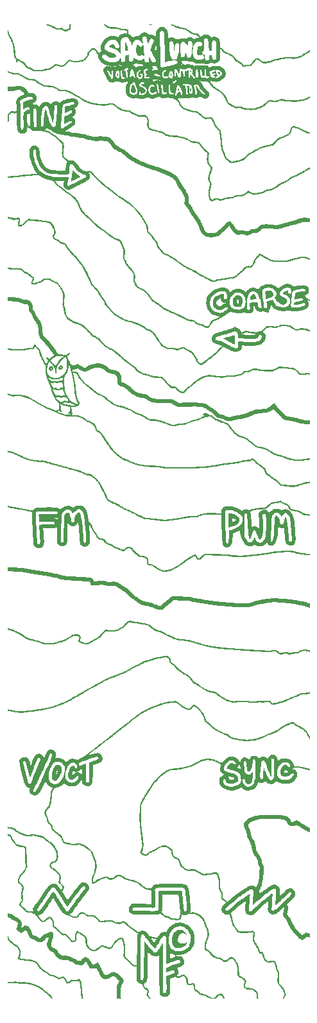
<source format=gbr>
%TF.GenerationSoftware,KiCad,Pcbnew,7.0.8*%
%TF.CreationDate,2023-10-24T12:55:46-07:00*%
%TF.ProjectId,VCO Front Plate,56434f20-4672-46f6-9e74-20506c617465,rev?*%
%TF.SameCoordinates,Original*%
%TF.FileFunction,Legend,Top*%
%TF.FilePolarity,Positive*%
%FSLAX46Y46*%
G04 Gerber Fmt 4.6, Leading zero omitted, Abs format (unit mm)*
G04 Created by KiCad (PCBNEW 7.0.8) date 2023-10-24 12:55:46*
%MOMM*%
%LPD*%
G01*
G04 APERTURE LIST*
G04 APERTURE END LIST*
%TO.C,G\u002A\u002A\u002A*%
G36*
X89069748Y-169860648D02*
G01*
X89197421Y-169870718D01*
X89336268Y-169884851D01*
X89473267Y-169901662D01*
X89595400Y-169919761D01*
X89689646Y-169937763D01*
X89720065Y-169945633D01*
X89812265Y-169957132D01*
X89943924Y-169949906D01*
X89986665Y-169944548D01*
X90158744Y-169933098D01*
X90362527Y-169939683D01*
X90582682Y-169962884D01*
X90803875Y-170001282D01*
X90936072Y-170032430D01*
X91185050Y-170101039D01*
X91422527Y-170172353D01*
X91641187Y-170243841D01*
X91833716Y-170312974D01*
X91992798Y-170377222D01*
X92111120Y-170434056D01*
X92132264Y-170446089D01*
X92240607Y-170508993D01*
X92370302Y-170582197D01*
X92497627Y-170652354D01*
X92529070Y-170669338D01*
X92663183Y-170749533D01*
X92780588Y-170835043D01*
X92856342Y-170904626D01*
X92929715Y-170977350D01*
X93025939Y-171063527D01*
X93126603Y-171146807D01*
X93146710Y-171162495D01*
X93298026Y-171281628D01*
X93443609Y-171400963D01*
X93576506Y-171514421D01*
X93689759Y-171615921D01*
X93776414Y-171699384D01*
X93829515Y-171758729D01*
X93830866Y-171760548D01*
X93869942Y-171824167D01*
X93911672Y-171907604D01*
X93948367Y-171993382D01*
X93972338Y-172064024D01*
X93977455Y-172093740D01*
X93954932Y-172105395D01*
X93898988Y-172111643D01*
X93880514Y-172111978D01*
X93824263Y-172108795D01*
X93787369Y-172091730D01*
X93756408Y-172049506D01*
X93721446Y-171978362D01*
X93680088Y-171906992D01*
X93617169Y-171827679D01*
X93528606Y-171736553D01*
X93410319Y-171629747D01*
X93258225Y-171503393D01*
X93068242Y-171353621D01*
X93035771Y-171328547D01*
X92933779Y-171246690D01*
X92836342Y-171162802D01*
X92757583Y-171089300D01*
X92725803Y-171056066D01*
X92652169Y-170987406D01*
X92555067Y-170915503D01*
X92471294Y-170864779D01*
X92373299Y-170811559D01*
X92252812Y-170744470D01*
X92131214Y-170675455D01*
X92094088Y-170654062D01*
X91963271Y-170587763D01*
X91789875Y-170514583D01*
X91581320Y-170437165D01*
X91345030Y-170358153D01*
X91088427Y-170280191D01*
X90885170Y-170223478D01*
X90698615Y-170182651D01*
X90493190Y-170153132D01*
X90286758Y-170136506D01*
X90097180Y-170134361D01*
X89978568Y-170142988D01*
X89873883Y-170152161D01*
X89779698Y-170153858D01*
X89715040Y-170147804D01*
X89711333Y-170146873D01*
X89603674Y-170121125D01*
X89485327Y-170101062D01*
X89348730Y-170086094D01*
X89186322Y-170075626D01*
X88990542Y-170069069D01*
X88753830Y-170065829D01*
X88670941Y-170065405D01*
X88034669Y-170063180D01*
X88027008Y-169971739D01*
X88019349Y-169880297D01*
X88408772Y-169876445D01*
X88553500Y-169874142D01*
X88688326Y-169870413D01*
X88801230Y-169865704D01*
X88880192Y-169860458D01*
X88900000Y-169858251D01*
X88966267Y-169856030D01*
X89069748Y-169860648D01*
G37*
G36*
X88093885Y-163893098D02*
G01*
X88143797Y-163998606D01*
X88199156Y-164117859D01*
X88231539Y-164188781D01*
X88274493Y-164273234D01*
X88323480Y-164341048D01*
X88391119Y-164406752D01*
X88486172Y-164481976D01*
X88595540Y-164569877D01*
X88712411Y-164672567D01*
X88813467Y-164769460D01*
X88823427Y-164779724D01*
X88964136Y-164907422D01*
X89115161Y-165003357D01*
X89160364Y-165025864D01*
X89304746Y-165111067D01*
X89429861Y-165223389D01*
X89542357Y-165370320D01*
X89648882Y-165559347D01*
X89667039Y-165596547D01*
X89709546Y-165688772D01*
X89736396Y-165761941D01*
X89751206Y-165833544D01*
X89757594Y-165921066D01*
X89759177Y-166041937D01*
X89757575Y-166169810D01*
X89750097Y-166264169D01*
X89733954Y-166342307D01*
X89706357Y-166421520D01*
X89692607Y-166454748D01*
X89657342Y-166550419D01*
X89632990Y-166640698D01*
X89625350Y-166697781D01*
X89631928Y-166756755D01*
X89661308Y-166791124D01*
X89716604Y-166815511D01*
X89789600Y-166833993D01*
X89905285Y-166853463D01*
X90055479Y-166873033D01*
X90232003Y-166891817D01*
X90426679Y-166908926D01*
X90631328Y-166923474D01*
X90796092Y-166932641D01*
X91095123Y-166959481D01*
X91358829Y-167008883D01*
X91583763Y-167079902D01*
X91766479Y-167171597D01*
X91828662Y-167215160D01*
X91904313Y-167275599D01*
X91963916Y-167329449D01*
X92016173Y-167387184D01*
X92069784Y-167459283D01*
X92133449Y-167556221D01*
X92198795Y-167660845D01*
X92381626Y-167923067D01*
X92576293Y-168138232D01*
X92781642Y-168305179D01*
X92921242Y-168387766D01*
X92989321Y-168426801D01*
X93086507Y-168488359D01*
X93200980Y-168564693D01*
X93320922Y-168648060D01*
X93348561Y-168667789D01*
X93498090Y-168773051D01*
X93615661Y-168850210D01*
X93708890Y-168903176D01*
X93785395Y-168935856D01*
X93852792Y-168952160D01*
X93910329Y-168956066D01*
X93996380Y-168966053D01*
X94108116Y-168992165D01*
X94226878Y-169028624D01*
X94334004Y-169069653D01*
X94410834Y-169109476D01*
X94414861Y-169112257D01*
X94472827Y-169147778D01*
X94558565Y-169193864D01*
X94651642Y-169239639D01*
X94756800Y-169282960D01*
X94848150Y-169303149D01*
X94940370Y-169299735D01*
X95048137Y-169272246D01*
X95180089Y-169222671D01*
X95264621Y-169190183D01*
X95332557Y-169167435D01*
X95366881Y-169159673D01*
X95399814Y-169175296D01*
X95459575Y-169216863D01*
X95535018Y-169276422D01*
X95560263Y-169297650D01*
X95672578Y-169405071D01*
X95739872Y-169497763D01*
X95755346Y-169533071D01*
X95800161Y-169649236D01*
X95849259Y-169753290D01*
X95897146Y-169835475D01*
X95938329Y-169886030D01*
X95960424Y-169897374D01*
X96012283Y-169886088D01*
X96078283Y-169849992D01*
X96165773Y-169784413D01*
X96248841Y-169714009D01*
X96386229Y-169593897D01*
X96689808Y-169619487D01*
X96825672Y-169629877D01*
X96928402Y-169633649D01*
X97015461Y-169629726D01*
X97104314Y-169617032D01*
X97212426Y-169594490D01*
X97255760Y-169584603D01*
X97518133Y-169524128D01*
X97603441Y-169623791D01*
X97659515Y-169706368D01*
X97705099Y-169813819D01*
X97741939Y-169952668D01*
X97771776Y-170129443D01*
X97795662Y-170343140D01*
X97808858Y-170469243D01*
X97823857Y-170587330D01*
X97838511Y-170681576D01*
X97847420Y-170724903D01*
X97856819Y-170782603D01*
X97867251Y-170881013D01*
X97877874Y-171009975D01*
X97887847Y-171159332D01*
X97895925Y-171310274D01*
X97907865Y-171518605D01*
X97922288Y-171692241D01*
X97938660Y-171825966D01*
X97956448Y-171914564D01*
X97958395Y-171921096D01*
X97986329Y-172016201D01*
X97994660Y-172073001D01*
X97980323Y-172101328D01*
X97940255Y-172111017D01*
X97898933Y-172111978D01*
X97799170Y-172111978D01*
X97755637Y-171927458D01*
X97737668Y-171827367D01*
X97720635Y-171687766D01*
X97705675Y-171520047D01*
X97693926Y-171335603D01*
X97691470Y-171284823D01*
X97683325Y-171129361D01*
X97673629Y-170984479D01*
X97663250Y-170860761D01*
X97653057Y-170768786D01*
X97645553Y-170724903D01*
X97632910Y-170657856D01*
X97618267Y-170555210D01*
X97603627Y-170432110D01*
X97593255Y-170329023D01*
X97574967Y-170168186D01*
X97551799Y-170022775D01*
X97525625Y-169901216D01*
X97498316Y-169811939D01*
X97471744Y-169763373D01*
X97466712Y-169759304D01*
X97433846Y-169758589D01*
X97363632Y-169767766D01*
X97268264Y-169785039D01*
X97212098Y-169796774D01*
X97091584Y-169820826D01*
X96992760Y-169833301D01*
X96894362Y-169835329D01*
X96775126Y-169828040D01*
X96719023Y-169822977D01*
X96458917Y-169798333D01*
X96344058Y-169911133D01*
X96250648Y-169989357D01*
X96143370Y-170048570D01*
X96040552Y-170088095D01*
X95950972Y-170118284D01*
X95882482Y-170140839D01*
X95847165Y-170151795D01*
X95844971Y-170152258D01*
X95828460Y-170131110D01*
X95795839Y-170075073D01*
X95752797Y-169995253D01*
X95705021Y-169902761D01*
X95658200Y-169808704D01*
X95618022Y-169724192D01*
X95590174Y-169660331D01*
X95582933Y-169640516D01*
X95538152Y-169557622D01*
X95463226Y-169476291D01*
X95450069Y-169465301D01*
X95386383Y-169417101D01*
X95341607Y-169397032D01*
X95296207Y-169399861D01*
X95253597Y-169412663D01*
X95180465Y-169435373D01*
X95080690Y-169464395D01*
X94984289Y-169491144D01*
X94807656Y-169538850D01*
X94462545Y-169362062D01*
X94316914Y-169289032D01*
X94203779Y-169236859D01*
X94111437Y-169201149D01*
X94028187Y-169177510D01*
X93942326Y-169161548D01*
X93919990Y-169158366D01*
X93812881Y-169141879D01*
X93723799Y-169121737D01*
X93642405Y-169093030D01*
X93558359Y-169050850D01*
X93461321Y-168990287D01*
X93340953Y-168906432D01*
X93248918Y-168839748D01*
X93128152Y-168753766D01*
X93008462Y-168672342D01*
X92902087Y-168603561D01*
X92821268Y-168555506D01*
X92807532Y-168548210D01*
X92594520Y-168413392D01*
X92389862Y-168233287D01*
X92199021Y-168013428D01*
X92027461Y-167759350D01*
X92025732Y-167756437D01*
X91934437Y-167619671D01*
X91831278Y-167492531D01*
X91757547Y-167417557D01*
X91683714Y-167353830D01*
X91618639Y-167308826D01*
X91546509Y-167274559D01*
X91451508Y-167243045D01*
X91363058Y-167218382D01*
X91105253Y-167164680D01*
X90834268Y-167136090D01*
X90541161Y-167117452D01*
X90276297Y-167095285D01*
X90044297Y-167070154D01*
X89849784Y-167042619D01*
X89697378Y-167013246D01*
X89599899Y-166985655D01*
X89434469Y-166925836D01*
X89426986Y-166759377D01*
X89427435Y-166647436D01*
X89444021Y-166552778D01*
X89482064Y-166447063D01*
X89488466Y-166431957D01*
X89544318Y-166249009D01*
X89564073Y-166055224D01*
X89547620Y-165865983D01*
X89494852Y-165696665D01*
X89493684Y-165694142D01*
X89391214Y-165503946D01*
X89280657Y-165359169D01*
X89157322Y-165254441D01*
X89065843Y-165204291D01*
X88942407Y-165134923D01*
X88804129Y-165029740D01*
X88687802Y-164925409D01*
X88582285Y-164828275D01*
X88471636Y-164730539D01*
X88371143Y-164645513D01*
X88313833Y-164599770D01*
X88188054Y-164485986D01*
X88097982Y-164367301D01*
X88091137Y-164355167D01*
X88057727Y-164288311D01*
X88037319Y-164227338D01*
X88026967Y-164156232D01*
X88023725Y-164058980D01*
X88023895Y-163989696D01*
X88025846Y-163751356D01*
X88093885Y-163893098D01*
G37*
G36*
X88117384Y-160873594D02*
G01*
X88283791Y-160904142D01*
X88411751Y-160932820D01*
X88513334Y-160964019D01*
X88600608Y-161002129D01*
X88685641Y-161051543D01*
X88775450Y-161113035D01*
X88893553Y-161190768D01*
X89026847Y-161268276D01*
X89151228Y-161331771D01*
X89181443Y-161345276D01*
X89333801Y-161417958D01*
X89475862Y-161499483D01*
X89595171Y-161581984D01*
X89679271Y-161657592D01*
X89683550Y-161662461D01*
X89719728Y-161713483D01*
X89766556Y-161791175D01*
X89803082Y-161858208D01*
X89842482Y-161942646D01*
X89865884Y-162020704D01*
X89877758Y-162112540D01*
X89882080Y-162214521D01*
X89873724Y-162420168D01*
X89843482Y-162574167D01*
X89821176Y-162663391D01*
X89809145Y-162740691D01*
X89808917Y-162777774D01*
X89816555Y-162809273D01*
X89832203Y-162812891D01*
X89865763Y-162785239D01*
X89906139Y-162744514D01*
X89978166Y-162677502D01*
X90068004Y-162603076D01*
X90124397Y-162560477D01*
X90254406Y-162467048D01*
X90480710Y-162494161D01*
X90591918Y-162508924D01*
X90667050Y-162524708D01*
X90720737Y-162546963D01*
X90767611Y-162581140D01*
X90803488Y-162614383D01*
X90941769Y-162773129D01*
X91054071Y-162959995D01*
X91144960Y-163183308D01*
X91182042Y-163304885D01*
X91235256Y-163473775D01*
X91290966Y-163599065D01*
X91354518Y-163687977D01*
X91431253Y-163747733D01*
X91526515Y-163785556D01*
X91540349Y-163789191D01*
X91708310Y-163840867D01*
X91880264Y-163910198D01*
X92036603Y-163988570D01*
X92135102Y-164050441D01*
X92209621Y-164102090D01*
X92257820Y-164127391D01*
X92294095Y-164130542D01*
X92332842Y-164115744D01*
X92342359Y-164110895D01*
X92387441Y-164077798D01*
X92456421Y-164015538D01*
X92539660Y-163933240D01*
X92621728Y-163846383D01*
X92713399Y-163747816D01*
X92782172Y-163680081D01*
X92838325Y-163635405D01*
X92892133Y-163606014D01*
X92953874Y-163584134D01*
X92977396Y-163577334D01*
X93084337Y-163538976D01*
X93200058Y-163485069D01*
X93265022Y-163448341D01*
X93367064Y-163393672D01*
X93480234Y-163353955D01*
X93623824Y-163322518D01*
X93633974Y-163320724D01*
X93740353Y-163302875D01*
X93830680Y-163289103D01*
X93891020Y-163281474D01*
X93904516Y-163280596D01*
X93937154Y-163302695D01*
X93976027Y-163370657D01*
X94014567Y-163465034D01*
X94056441Y-163609194D01*
X94071105Y-163751442D01*
X94057671Y-163902618D01*
X94015253Y-164073560D01*
X93949637Y-164258189D01*
X93899233Y-164398912D01*
X93849827Y-164557262D01*
X93809604Y-164706335D01*
X93798264Y-164755725D01*
X93772720Y-164885418D01*
X93762644Y-164980974D01*
X93770387Y-165057434D01*
X93798294Y-165129843D01*
X93848715Y-165213243D01*
X93875943Y-165253384D01*
X93919498Y-165308056D01*
X93974220Y-165357129D01*
X94048208Y-165405523D01*
X94149556Y-165458157D01*
X94286361Y-165519952D01*
X94380536Y-165559998D01*
X94440705Y-165590536D01*
X94490243Y-165631892D01*
X94539899Y-165695559D01*
X94600421Y-165793031D01*
X94603728Y-165798662D01*
X94659126Y-165896411D01*
X94707019Y-165986784D01*
X94739176Y-166054070D01*
X94744518Y-166067388D01*
X94777714Y-166119733D01*
X94845431Y-166184047D01*
X94952421Y-166264584D01*
X95004993Y-166300752D01*
X95130117Y-166382858D01*
X95225750Y-166437733D01*
X95302868Y-166469025D01*
X95372448Y-166480380D01*
X95445466Y-166475445D01*
X95500061Y-166465209D01*
X95595066Y-166452487D01*
X95701423Y-166454587D01*
X95826439Y-166472863D01*
X95977422Y-166508671D01*
X96161679Y-166563368D01*
X96331663Y-166619493D01*
X96539694Y-166693496D01*
X96722143Y-166764758D01*
X96873675Y-166830887D01*
X96988954Y-166889490D01*
X97062645Y-166938176D01*
X97079726Y-166954871D01*
X97168675Y-167028843D01*
X97294537Y-167087733D01*
X97444239Y-167126059D01*
X97507950Y-167134412D01*
X97691652Y-167151973D01*
X97745262Y-167037923D01*
X97797384Y-166955465D01*
X97883475Y-166861361D01*
X98008970Y-166749699D01*
X98014704Y-166744935D01*
X98104077Y-166670166D01*
X98168993Y-166620360D01*
X98221718Y-166594412D01*
X98274513Y-166591214D01*
X98339641Y-166609658D01*
X98429366Y-166648636D01*
X98535851Y-166697873D01*
X98627413Y-166742866D01*
X98701913Y-166789330D01*
X98766017Y-166845014D01*
X98826387Y-166917668D01*
X98889688Y-167015043D01*
X98962584Y-167144887D01*
X99029459Y-167271895D01*
X99090208Y-167384684D01*
X99146629Y-167481726D01*
X99192885Y-167553491D01*
X99223140Y-167590448D01*
X99225641Y-167592227D01*
X99288858Y-167604841D01*
X99384926Y-167585566D01*
X99515457Y-167533853D01*
X99682063Y-167449155D01*
X99737333Y-167418358D01*
X99987091Y-167276890D01*
X100102382Y-167524745D01*
X100158767Y-167649029D01*
X100214486Y-167777043D01*
X100261091Y-167889168D01*
X100279185Y-167935383D01*
X100370269Y-168141607D01*
X100490270Y-168360008D01*
X100569520Y-168485224D01*
X100619543Y-168572662D01*
X100667389Y-168675738D01*
X100683897Y-168718458D01*
X100726087Y-168811834D01*
X100780075Y-168898909D01*
X100806038Y-168930793D01*
X100857753Y-168980471D01*
X100903222Y-169000466D01*
X100966240Y-168998709D01*
X100996915Y-168994412D01*
X101156800Y-168952341D01*
X101325052Y-168876814D01*
X101481887Y-168776786D01*
X101487783Y-168772294D01*
X101594169Y-168706949D01*
X101728414Y-168648350D01*
X101797774Y-168625285D01*
X101896154Y-168597089D01*
X101965577Y-168582980D01*
X102025807Y-168582305D01*
X102096608Y-168594406D01*
X102173967Y-168612802D01*
X102371022Y-168684261D01*
X102563438Y-168797238D01*
X102738238Y-168943040D01*
X102845402Y-169062819D01*
X102912670Y-169145464D01*
X102975387Y-169216821D01*
X103021512Y-169263286D01*
X103026594Y-169267538D01*
X103097770Y-169336798D01*
X103173679Y-169430463D01*
X103243563Y-169532969D01*
X103296664Y-169628750D01*
X103320444Y-169692697D01*
X103328232Y-169737553D01*
X103327398Y-169780372D01*
X103314786Y-169831025D01*
X103287244Y-169899389D01*
X103241616Y-169995336D01*
X103192155Y-170094261D01*
X103105154Y-170275588D01*
X103041234Y-170433609D01*
X102994688Y-170586997D01*
X102959809Y-170754426D01*
X102932067Y-170945195D01*
X102916599Y-171107153D01*
X102915411Y-171254608D01*
X102928439Y-171417430D01*
X102931011Y-171439901D01*
X102946050Y-171579854D01*
X102960110Y-171730991D01*
X102970768Y-171866683D01*
X102973036Y-171902008D01*
X102985480Y-172111978D01*
X102719043Y-172111978D01*
X102609396Y-172111411D01*
X102521475Y-172109880D01*
X102465860Y-172107636D01*
X102451707Y-172105615D01*
X102449276Y-172079377D01*
X102443238Y-172011881D01*
X102434434Y-171912577D01*
X102423702Y-171790915D01*
X102420601Y-171755665D01*
X102397422Y-171394253D01*
X102395945Y-171072248D01*
X102417119Y-170782580D01*
X102461891Y-170518177D01*
X102531210Y-170271968D01*
X102626023Y-170036882D01*
X102660625Y-169965386D01*
X102760949Y-169765789D01*
X102638591Y-169633114D01*
X102557744Y-169543157D01*
X102474110Y-169446534D01*
X102420066Y-169381605D01*
X102317195Y-169276258D01*
X102201619Y-169193304D01*
X102086595Y-169140949D01*
X102008274Y-169126689D01*
X101943839Y-169135348D01*
X101866802Y-169168188D01*
X101765853Y-169230238D01*
X101747583Y-169242627D01*
X101594094Y-169339705D01*
X101448308Y-169412158D01*
X101289731Y-169468886D01*
X101127665Y-169511842D01*
X101022141Y-169535420D01*
X100948296Y-169546250D01*
X100888660Y-169544846D01*
X100825769Y-169531720D01*
X100790421Y-169521737D01*
X100693647Y-169487298D01*
X100600717Y-169444654D01*
X100567335Y-169425660D01*
X100459212Y-169337694D01*
X100353565Y-169217651D01*
X100264204Y-169083079D01*
X100213377Y-168975839D01*
X100174772Y-168886809D01*
X100118968Y-168775275D01*
X100056284Y-168661553D01*
X100038226Y-168630955D01*
X99969324Y-168509919D01*
X99898462Y-168375101D01*
X99839192Y-168252460D01*
X99830837Y-168233765D01*
X99789540Y-168144950D01*
X99753878Y-168077527D01*
X99729806Y-168042447D01*
X99725340Y-168039833D01*
X99692900Y-168048231D01*
X99627062Y-168070276D01*
X99541900Y-168101251D01*
X99539470Y-168102165D01*
X99455623Y-168132033D01*
X99389446Y-168148397D01*
X99322810Y-168152878D01*
X99237587Y-168147097D01*
X99150244Y-168136962D01*
X98926617Y-168109428D01*
X98819526Y-167960788D01*
X98763688Y-167875893D01*
X98695600Y-167761375D01*
X98624739Y-167633645D01*
X98572687Y-167533496D01*
X98513630Y-167421581D01*
X98456763Y-167324086D01*
X98408637Y-167251630D01*
X98376321Y-167215189D01*
X98330729Y-167189741D01*
X98296288Y-167198628D01*
X98271126Y-167219495D01*
X98235636Y-167265096D01*
X98191036Y-167340636D01*
X98151084Y-167421067D01*
X98107453Y-167509728D01*
X98065338Y-167567569D01*
X98008658Y-167611535D01*
X97929659Y-167654377D01*
X97846663Y-167694582D01*
X97788236Y-167714089D01*
X97733884Y-167715873D01*
X97663114Y-167702907D01*
X97636864Y-167696875D01*
X97533818Y-167676600D01*
X97409627Y-167657296D01*
X97309229Y-167645114D01*
X97215823Y-167631168D01*
X97128101Y-167606155D01*
X97036584Y-167565363D01*
X96931795Y-167504078D01*
X96804256Y-167417587D01*
X96699978Y-167342177D01*
X96639590Y-167308246D01*
X96541010Y-167264331D01*
X96415055Y-167214195D01*
X96272544Y-167161598D01*
X96124294Y-167110301D01*
X95981124Y-167064065D01*
X95853853Y-167026652D01*
X95753297Y-167001822D01*
X95696804Y-166993415D01*
X95609230Y-166994517D01*
X95503791Y-167002195D01*
X95453607Y-167008009D01*
X95309241Y-167010727D01*
X95155250Y-166986096D01*
X95011072Y-166938847D01*
X94896147Y-166873709D01*
X94893687Y-166871789D01*
X94834447Y-166827674D01*
X94746477Y-166765222D01*
X94643544Y-166694112D01*
X94575304Y-166647946D01*
X94471721Y-166577026D01*
X94401312Y-166522902D01*
X94354178Y-166475244D01*
X94320421Y-166423720D01*
X94290143Y-166357998D01*
X94284536Y-166344441D01*
X94219337Y-166198706D01*
X94159461Y-166095898D01*
X94099855Y-166029110D01*
X94035463Y-165991438D01*
X94023123Y-165987262D01*
X93959241Y-165961486D01*
X93869426Y-165917590D01*
X93771070Y-165864173D01*
X93751991Y-165853155D01*
X93658305Y-165794917D01*
X93587714Y-165739356D01*
X93525953Y-165672487D01*
X93458752Y-165580326D01*
X93430042Y-165537605D01*
X93321380Y-165351342D01*
X93254289Y-165183473D01*
X93248913Y-165163881D01*
X93231668Y-165094123D01*
X93221936Y-165037258D01*
X93220336Y-164980969D01*
X93227491Y-164912937D01*
X93244020Y-164820844D01*
X93270544Y-164692371D01*
X93273347Y-164679058D01*
X93308120Y-164530448D01*
X93350387Y-164374446D01*
X93394327Y-164231476D01*
X93427368Y-164138682D01*
X93514122Y-163917698D01*
X93408564Y-163978790D01*
X93317442Y-164023913D01*
X93220947Y-164060809D01*
X93197343Y-164067719D01*
X93119212Y-164099184D01*
X93050739Y-164155450D01*
X92997400Y-164219186D01*
X92932668Y-164294138D01*
X92844052Y-164383954D01*
X92747892Y-164472308D01*
X92721299Y-164495016D01*
X92539479Y-164647217D01*
X92321574Y-164663546D01*
X92103668Y-164679875D01*
X91949893Y-164567981D01*
X91802681Y-164467507D01*
X91672662Y-164395500D01*
X91542307Y-164343204D01*
X91439722Y-164313183D01*
X91238957Y-164243861D01*
X91071843Y-164146410D01*
X90934345Y-164016402D01*
X90822426Y-163849412D01*
X90732050Y-163641013D01*
X90683720Y-163484122D01*
X90631760Y-163321909D01*
X90573073Y-163189855D01*
X90511084Y-163093891D01*
X90449217Y-163039944D01*
X90422033Y-163030913D01*
X90367372Y-163044979D01*
X90306025Y-163104807D01*
X90299725Y-163112919D01*
X90248938Y-163161974D01*
X90163986Y-163225872D01*
X90056438Y-163297110D01*
X89937861Y-163368184D01*
X89819824Y-163431593D01*
X89774743Y-163453413D01*
X89750578Y-163440754D01*
X89696836Y-163401412D01*
X89622031Y-163342469D01*
X89534674Y-163271008D01*
X89443280Y-163194111D01*
X89356360Y-163118862D01*
X89282428Y-163052342D01*
X89229998Y-163001634D01*
X89223730Y-162994981D01*
X89165696Y-162932010D01*
X89214448Y-162818277D01*
X89244746Y-162737356D01*
X89279781Y-162628591D01*
X89312621Y-162513686D01*
X89316647Y-162498352D01*
X89350828Y-162322719D01*
X89351126Y-162181241D01*
X89315474Y-162068347D01*
X89241808Y-161978460D01*
X89128061Y-161906007D01*
X89090881Y-161888998D01*
X88948650Y-161823588D01*
X88798220Y-161747248D01*
X88654602Y-161668142D01*
X88532805Y-161594431D01*
X88469518Y-161551119D01*
X88316815Y-161463533D01*
X88181012Y-161422717D01*
X88021944Y-161390192D01*
X88021944Y-161123603D01*
X88021944Y-160857014D01*
X88117384Y-160873594D01*
G37*
G36*
X88086157Y-149419921D02*
G01*
X88152453Y-149444902D01*
X88214140Y-149462893D01*
X88311066Y-149483018D01*
X88427823Y-149502314D01*
X88505511Y-149512819D01*
X88631628Y-149529829D01*
X88721974Y-149547414D01*
X88791513Y-149570246D01*
X88855210Y-149602998D01*
X88912725Y-149639958D01*
X89006678Y-149707428D01*
X89101114Y-149781756D01*
X89154509Y-149827857D01*
X89256417Y-149910472D01*
X89387336Y-150001192D01*
X89529224Y-150088698D01*
X89664042Y-150161670D01*
X89744328Y-150197954D01*
X89977695Y-150290650D01*
X90169893Y-150365846D01*
X90327052Y-150424853D01*
X90455304Y-150468978D01*
X90560778Y-150499532D01*
X90649604Y-150517823D01*
X90727915Y-150525161D01*
X90801839Y-150522855D01*
X90877507Y-150512213D01*
X90961051Y-150494546D01*
X91042229Y-150475130D01*
X91258009Y-150434227D01*
X91458135Y-150423131D01*
X91659235Y-150442580D01*
X91877937Y-150493313D01*
X91951882Y-150515499D01*
X92094519Y-150557204D01*
X92248671Y-150597485D01*
X92391413Y-150630544D01*
X92462324Y-150644553D01*
X92576748Y-150667793D01*
X92682746Y-150694291D01*
X92762427Y-150719418D01*
X92780460Y-150726879D01*
X92832847Y-150761085D01*
X92909710Y-150823749D01*
X93000856Y-150906061D01*
X93096091Y-150999209D01*
X93099398Y-151002582D01*
X93223351Y-151122002D01*
X93346639Y-151227885D01*
X93456284Y-151309364D01*
X93493887Y-151332964D01*
X93731707Y-151485532D01*
X93935181Y-151648931D01*
X94111173Y-151831232D01*
X94266547Y-152040508D01*
X94408168Y-152284833D01*
X94538050Y-152560995D01*
X94611874Y-152750321D01*
X94659024Y-152921596D01*
X94682986Y-153094365D01*
X94687246Y-153288172D01*
X94684042Y-153379615D01*
X94677064Y-153505290D01*
X94667735Y-153595358D01*
X94652336Y-153665094D01*
X94627146Y-153729773D01*
X94588448Y-153804671D01*
X94574343Y-153830168D01*
X94517570Y-153929830D01*
X94460530Y-154026172D01*
X94415319Y-154098778D01*
X94414315Y-154100311D01*
X94377650Y-154152887D01*
X94344537Y-154181333D01*
X94298543Y-154192386D01*
X94223234Y-154192785D01*
X94191181Y-154191792D01*
X94066744Y-154197074D01*
X93970277Y-154227783D01*
X93882162Y-154292133D01*
X93832996Y-154341760D01*
X93788651Y-154412298D01*
X93773963Y-154505283D01*
X93773847Y-154516964D01*
X93779464Y-154588672D01*
X93802376Y-154647174D01*
X93851680Y-154712168D01*
X93876906Y-154740151D01*
X93953094Y-154811132D01*
X94052539Y-154888465D01*
X94150503Y-154953395D01*
X94364039Y-155093206D01*
X94559352Y-155246061D01*
X94730082Y-155405615D01*
X94869871Y-155565520D01*
X94972359Y-155719431D01*
X95018176Y-155819297D01*
X95047736Y-155908156D01*
X95062166Y-155979054D01*
X95063337Y-156053211D01*
X95053125Y-156151846D01*
X95049771Y-156177190D01*
X95033447Y-156282110D01*
X95015034Y-156375760D01*
X94998245Y-156439497D01*
X94996679Y-156443822D01*
X94979221Y-156515987D01*
X94970337Y-156604055D01*
X94970052Y-156620398D01*
X94974038Y-156682320D01*
X94992096Y-156729964D01*
X95033405Y-156778958D01*
X95096584Y-156835864D01*
X95177962Y-156914828D01*
X95266573Y-157014349D01*
X95338355Y-157106330D01*
X95397386Y-157192217D01*
X95431869Y-157256178D01*
X95448345Y-157316593D01*
X95453351Y-157391843D01*
X95453607Y-157430311D01*
X95451301Y-157515643D01*
X95440278Y-157580623D01*
X95414379Y-157643047D01*
X95367447Y-157720711D01*
X95337483Y-157765882D01*
X95284764Y-157847807D01*
X95246658Y-157913497D01*
X95229441Y-157951886D01*
X95229317Y-157956492D01*
X95244037Y-157982215D01*
X95281390Y-158045628D01*
X95337829Y-158140764D01*
X95409809Y-158261659D01*
X95493784Y-158402345D01*
X95577399Y-158542145D01*
X95917525Y-159110289D01*
X96124594Y-158824803D01*
X96390763Y-158461136D01*
X96638858Y-158128883D01*
X96867355Y-157829978D01*
X97074731Y-157566360D01*
X97259462Y-157339965D01*
X97420026Y-157152729D01*
X97554191Y-157007316D01*
X97706677Y-156881994D01*
X97871152Y-156802420D01*
X98041026Y-156767770D01*
X98209714Y-156777220D01*
X98370627Y-156829947D01*
X98517181Y-156925127D01*
X98642786Y-157061934D01*
X98698286Y-157150441D01*
X98741387Y-157239620D01*
X98764224Y-157321248D01*
X98772645Y-157419863D01*
X98773277Y-157464984D01*
X98770881Y-157549693D01*
X98760784Y-157626469D01*
X98739499Y-157701696D01*
X98703537Y-157781756D01*
X98649408Y-157873032D01*
X98573625Y-157981910D01*
X98472700Y-158114771D01*
X98343143Y-158277999D01*
X98299039Y-158332768D01*
X98182344Y-158477960D01*
X98075022Y-158612968D01*
X97972782Y-158743520D01*
X97871329Y-158875343D01*
X97766370Y-159014166D01*
X97653611Y-159165715D01*
X97528761Y-159335718D01*
X97387524Y-159529902D01*
X97225609Y-159753996D01*
X97038721Y-160013726D01*
X97032201Y-160022799D01*
X96875682Y-160240096D01*
X96745297Y-160419661D01*
X96637930Y-160565422D01*
X96550467Y-160681308D01*
X96479792Y-160771246D01*
X96422789Y-160839164D01*
X96376345Y-160888990D01*
X96337343Y-160924652D01*
X96302670Y-160950079D01*
X96291181Y-160957167D01*
X96241008Y-160992052D01*
X96217398Y-161018798D01*
X96217134Y-161020618D01*
X96239614Y-161043350D01*
X96300014Y-161077152D01*
X96387775Y-161117580D01*
X96492336Y-161160189D01*
X96603138Y-161200537D01*
X96709621Y-161234178D01*
X96751459Y-161245478D01*
X96895010Y-161274409D01*
X97004570Y-161275867D01*
X97091085Y-161246282D01*
X97165506Y-161182084D01*
X97233348Y-161088360D01*
X97297159Y-160994426D01*
X97359531Y-160923094D01*
X97434643Y-160861481D01*
X97536667Y-160796708D01*
X97584894Y-160768896D01*
X97659663Y-160728753D01*
X97717389Y-160708373D01*
X97778930Y-160704111D01*
X97865147Y-160712324D01*
X97890305Y-160715548D01*
X98013993Y-160739809D01*
X98128812Y-160783020D01*
X98240481Y-160842964D01*
X98380124Y-160924804D01*
X98487367Y-160984480D01*
X98573695Y-161025619D01*
X98650592Y-161051847D01*
X98729543Y-161066792D01*
X98822032Y-161074078D01*
X98939544Y-161077334D01*
X98985239Y-161078132D01*
X99195845Y-161087533D01*
X99367680Y-161110046D01*
X99511954Y-161149160D01*
X99639879Y-161208363D01*
X99762667Y-161291145D01*
X99820394Y-161338004D01*
X99914162Y-161425577D01*
X100006606Y-161525118D01*
X100078749Y-161616091D01*
X100082724Y-161621867D01*
X100163015Y-161722949D01*
X100249115Y-161790698D01*
X100351260Y-161828800D01*
X100479684Y-161840947D01*
X100644624Y-161830826D01*
X100658316Y-161829321D01*
X100763378Y-161816738D01*
X100850288Y-161804907D01*
X100905764Y-161795696D01*
X100916863Y-161792930D01*
X100951282Y-161787549D01*
X101027113Y-161779617D01*
X101134981Y-161769992D01*
X101265509Y-161759533D01*
X101350153Y-161753261D01*
X101503150Y-161742626D01*
X101615467Y-161736443D01*
X101697170Y-161735181D01*
X101758322Y-161739311D01*
X101808991Y-161749303D01*
X101859241Y-161765626D01*
X101893309Y-161778628D01*
X101991423Y-161824093D01*
X102086836Y-161879609D01*
X102128380Y-161909193D01*
X102196152Y-161958489D01*
X102263249Y-161993913D01*
X102343314Y-162020214D01*
X102449990Y-162042142D01*
X102558676Y-162059010D01*
X102659102Y-162072346D01*
X102728060Y-162075348D01*
X102784377Y-162065510D01*
X102846881Y-162040328D01*
X102902263Y-162013291D01*
X103007909Y-161964037D01*
X103120693Y-161916453D01*
X103184828Y-161892127D01*
X103318955Y-161844842D01*
X103482337Y-161925409D01*
X103601097Y-161994322D01*
X103691926Y-162075059D01*
X103745318Y-162140799D01*
X103830669Y-162236673D01*
X103949913Y-162342816D01*
X104071356Y-162434675D01*
X104637524Y-162854777D01*
X104804371Y-162987925D01*
X104907628Y-163066588D01*
X105029519Y-163151924D01*
X105144197Y-163225860D01*
X105147467Y-163227840D01*
X105241090Y-163282563D01*
X105303168Y-163312666D01*
X105344455Y-163321845D01*
X105375709Y-163313795D01*
X105383932Y-163309078D01*
X105538934Y-163224808D01*
X105680873Y-163176410D01*
X105779947Y-163160775D01*
X105931154Y-163159534D01*
X106068549Y-163187208D01*
X106198936Y-163247681D01*
X106329122Y-163344837D01*
X106465912Y-163482559D01*
X106578164Y-163616358D01*
X106786872Y-163878611D01*
X106954859Y-163893971D01*
X107066522Y-163911534D01*
X107196311Y-163942656D01*
X107313330Y-163979641D01*
X107427338Y-164016437D01*
X107545201Y-164046065D01*
X107641926Y-164062267D01*
X107644192Y-164062476D01*
X107784569Y-164075002D01*
X107931313Y-163846060D01*
X108075465Y-163644144D01*
X108218298Y-163490999D01*
X108361832Y-163384607D01*
X108424585Y-163352589D01*
X108534958Y-163318877D01*
X108667383Y-163300010D01*
X108798220Y-163298012D01*
X108895067Y-163312306D01*
X108943083Y-163318776D01*
X108973045Y-163296022D01*
X108996074Y-163248438D01*
X109046496Y-163149218D01*
X109122776Y-163026732D01*
X109215312Y-162894235D01*
X109314499Y-162764976D01*
X109410733Y-162652208D01*
X109477127Y-162584631D01*
X109708871Y-162400285D01*
X109961722Y-162253904D01*
X110228824Y-162147472D01*
X110503323Y-162082972D01*
X110778365Y-162062385D01*
X111047097Y-162087696D01*
X111131590Y-162106050D01*
X111324338Y-162166789D01*
X111529375Y-162252973D01*
X111727937Y-162355508D01*
X111901263Y-162465298D01*
X111953106Y-162504242D01*
X112110664Y-162653191D01*
X112261891Y-162845945D01*
X112408800Y-163085264D01*
X112490767Y-163242338D01*
X112571932Y-163411958D01*
X112630518Y-163551535D01*
X112670031Y-163674734D01*
X112693982Y-163795221D01*
X112705879Y-163926661D01*
X112709231Y-164082719D01*
X112709237Y-164093200D01*
X112691116Y-164443392D01*
X112637928Y-164771919D01*
X112551138Y-165074169D01*
X112432208Y-165345530D01*
X112282603Y-165581389D01*
X112208048Y-165672047D01*
X111999477Y-165868784D01*
X111753493Y-166035439D01*
X111475293Y-166169774D01*
X111170075Y-166269551D01*
X110843036Y-166332532D01*
X110628208Y-166352306D01*
X110504142Y-166359470D01*
X110421729Y-166366518D01*
X110371790Y-166375942D01*
X110345141Y-166390230D01*
X110332604Y-166411873D01*
X110327034Y-166433984D01*
X110311997Y-166497562D01*
X110301794Y-166534701D01*
X110306459Y-166557773D01*
X110335676Y-166552168D01*
X110459376Y-166517301D01*
X110597105Y-166497697D01*
X110722090Y-166496800D01*
X110745379Y-166499479D01*
X110910107Y-166547893D01*
X111057716Y-166637787D01*
X111180897Y-166760752D01*
X111272341Y-166908381D01*
X111324741Y-167072267D01*
X111334411Y-167177067D01*
X111322172Y-167331860D01*
X111279412Y-167467196D01*
X111202954Y-167600081D01*
X111124550Y-167694923D01*
X111023921Y-167776776D01*
X110892740Y-167850840D01*
X110722675Y-167922316D01*
X110638528Y-167952513D01*
X110366788Y-168046381D01*
X110432685Y-168132777D01*
X110515202Y-168273102D01*
X110559122Y-168431371D01*
X110566987Y-168617316D01*
X110565627Y-168641968D01*
X110555379Y-168751178D01*
X110537477Y-168829338D01*
X110505901Y-168896272D01*
X110473353Y-168945765D01*
X110429045Y-169011925D01*
X110400320Y-169061162D01*
X110394086Y-169077702D01*
X110413158Y-169104014D01*
X110458074Y-169142076D01*
X110459459Y-169143090D01*
X110539155Y-169175057D01*
X110639082Y-169167381D01*
X110762843Y-169119391D01*
X110851354Y-169070171D01*
X110955874Y-169017394D01*
X111073250Y-168973336D01*
X111140929Y-168955510D01*
X111290475Y-168925676D01*
X111471790Y-169049037D01*
X111579267Y-169128315D01*
X111654824Y-169201483D01*
X111712948Y-169283348D01*
X111729459Y-169312378D01*
X111763457Y-169379141D01*
X111786457Y-169440304D01*
X111801291Y-169509607D01*
X111810789Y-169600789D01*
X111817783Y-169727587D01*
X111818537Y-169744647D01*
X111831262Y-170036937D01*
X111943522Y-170098763D01*
X112015838Y-170135001D01*
X112069191Y-170147082D01*
X112127453Y-170138349D01*
X112159855Y-170129059D01*
X112249315Y-170105288D01*
X112353064Y-170082701D01*
X112458581Y-170063362D01*
X112553347Y-170049334D01*
X112624842Y-170042681D01*
X112660548Y-170045469D01*
X112661651Y-170046328D01*
X112688122Y-170096465D01*
X112714800Y-170184588D01*
X112738917Y-170297868D01*
X112757708Y-170423475D01*
X112767929Y-170539181D01*
X112776787Y-170657298D01*
X112791122Y-170742040D01*
X112815358Y-170810921D01*
X112853922Y-170881456D01*
X112854725Y-170882768D01*
X112907854Y-170959039D01*
X112955149Y-170998606D01*
X113003960Y-171011842D01*
X113089799Y-171023695D01*
X113154517Y-171046217D01*
X113211701Y-171088258D01*
X113274943Y-171158665D01*
X113321998Y-171218927D01*
X113391371Y-171306762D01*
X113445190Y-171363185D01*
X113496866Y-171398644D01*
X113559810Y-171423587D01*
X113599915Y-171435440D01*
X113697952Y-171458277D01*
X113792574Y-171472868D01*
X113837156Y-171475705D01*
X113906419Y-171486680D01*
X114005883Y-171516487D01*
X114120603Y-171560448D01*
X114153622Y-171574745D01*
X114268816Y-171625799D01*
X114383024Y-171676133D01*
X114476995Y-171717271D01*
X114502364Y-171728285D01*
X114583467Y-171768092D01*
X114687689Y-171825742D01*
X114795984Y-171890569D01*
X114825455Y-171909204D01*
X114953984Y-171984727D01*
X115057504Y-172026103D01*
X115147711Y-172034455D01*
X115236298Y-172010904D01*
X115332917Y-171957889D01*
X115408136Y-171898769D01*
X115494828Y-171814498D01*
X115575793Y-171721980D01*
X115585375Y-171709743D01*
X115655852Y-171622162D01*
X115712979Y-171564981D01*
X115771956Y-171526461D01*
X115847983Y-171494858D01*
X115876357Y-171484982D01*
X115965387Y-171456578D01*
X116031122Y-171444303D01*
X116096200Y-171447048D01*
X116183257Y-171463703D01*
X116206219Y-171468812D01*
X116297945Y-171491266D01*
X116357154Y-171515599D01*
X116401211Y-171553840D01*
X116447480Y-171618013D01*
X116468431Y-171650417D01*
X116569324Y-171824968D01*
X116643956Y-171990443D01*
X116666425Y-172056285D01*
X116673687Y-172092741D01*
X116658269Y-172108270D01*
X116608566Y-172109380D01*
X116575685Y-172107186D01*
X116504505Y-172097331D01*
X116466336Y-172073951D01*
X116443337Y-172025763D01*
X116442395Y-172022899D01*
X116414725Y-171958774D01*
X116369934Y-171874794D01*
X116334992Y-171816721D01*
X116279054Y-171737703D01*
X116227363Y-171691541D01*
X116163447Y-171664599D01*
X116145292Y-171659689D01*
X116025503Y-171650088D01*
X115912336Y-171685757D01*
X115801769Y-171768641D01*
X115713944Y-171868354D01*
X115642205Y-171959903D01*
X115583692Y-172025053D01*
X115527558Y-172068296D01*
X115462957Y-172094119D01*
X115379042Y-172107014D01*
X115264966Y-172111471D01*
X115125413Y-172111978D01*
X114984816Y-172111597D01*
X114884359Y-172109305D01*
X114813278Y-172103374D01*
X114760810Y-172092080D01*
X114716194Y-172073695D01*
X114668666Y-172046494D01*
X114651641Y-172035990D01*
X114536707Y-171971083D01*
X114397374Y-171902063D01*
X114245951Y-171834064D01*
X114094748Y-171772219D01*
X113956077Y-171721663D01*
X113842249Y-171687530D01*
X113790982Y-171677067D01*
X113673840Y-171656164D01*
X113547456Y-171627388D01*
X113489904Y-171611789D01*
X113412792Y-171586143D01*
X113355093Y-171555710D01*
X113302682Y-171509618D01*
X113241432Y-171436994D01*
X113209944Y-171396318D01*
X113144054Y-171312248D01*
X113095666Y-171260112D01*
X113052059Y-171230884D01*
X113000514Y-171215538D01*
X112943076Y-171206940D01*
X112860264Y-171192575D01*
X112808096Y-171168408D01*
X112766369Y-171122194D01*
X112741797Y-171084916D01*
X112653129Y-170925984D01*
X112598175Y-170777152D01*
X112569997Y-170617891D01*
X112565647Y-170563731D01*
X112556509Y-170433243D01*
X112546741Y-170345412D01*
X112533888Y-170292027D01*
X112515493Y-170264876D01*
X112489100Y-170255748D01*
X112473413Y-170255344D01*
X112421568Y-170263704D01*
X112339064Y-170284463D01*
X112243291Y-170313219D01*
X112238477Y-170314785D01*
X112060320Y-170372943D01*
X111890873Y-170288913D01*
X111778430Y-170228092D01*
X111701150Y-170169094D01*
X111652618Y-170100493D01*
X111626417Y-170010865D01*
X111616131Y-169888783D01*
X111614929Y-169797533D01*
X111606815Y-169618307D01*
X111579838Y-169478438D01*
X111530048Y-169368616D01*
X111453494Y-169279531D01*
X111367927Y-169215392D01*
X111291808Y-169170341D01*
X111235990Y-169151065D01*
X111180358Y-169152394D01*
X111147845Y-169158826D01*
X111073184Y-169184384D01*
X110979541Y-169228106D01*
X110906274Y-169269192D01*
X110771544Y-169336939D01*
X110633190Y-169371776D01*
X110604106Y-169375537D01*
X110515652Y-169383935D01*
X110457404Y-169380361D01*
X110409079Y-169359300D01*
X110350394Y-169315240D01*
X110334485Y-169302246D01*
X110223083Y-169210960D01*
X109869157Y-169325715D01*
X109741167Y-169367853D01*
X109629325Y-169405873D01*
X109543165Y-169436443D01*
X109492218Y-169456233D01*
X109483898Y-169460344D01*
X109470986Y-169480342D01*
X109465153Y-169524494D01*
X109466317Y-169600392D01*
X109474399Y-169715628D01*
X109480462Y-169784425D01*
X109488919Y-169912942D01*
X109494885Y-170080446D01*
X109498162Y-170275072D01*
X109498550Y-170484957D01*
X109495850Y-170698236D01*
X109495825Y-170699452D01*
X109490368Y-170921553D01*
X109483126Y-171099643D01*
X109472626Y-171240612D01*
X109457393Y-171351351D01*
X109435952Y-171438749D01*
X109406830Y-171509696D01*
X109368551Y-171571083D01*
X109319643Y-171629799D01*
X109290076Y-171660992D01*
X109153579Y-171775242D01*
X109005316Y-171844949D01*
X108843967Y-171875478D01*
X108686733Y-171870669D01*
X108532001Y-171825956D01*
X108372108Y-171738446D01*
X108258244Y-171654404D01*
X108085021Y-171514966D01*
X108067477Y-170712720D01*
X108062094Y-170493571D01*
X108055566Y-170271356D01*
X108048277Y-170056489D01*
X108040609Y-169859386D01*
X108032945Y-169690460D01*
X108025668Y-169560126D01*
X108024420Y-169541436D01*
X108018776Y-169425415D01*
X108014477Y-169262643D01*
X108011544Y-169057254D01*
X108009997Y-168813382D01*
X108009856Y-168535160D01*
X108011141Y-168226723D01*
X108013872Y-167892205D01*
X108015577Y-167734422D01*
X108032247Y-166296446D01*
X107902706Y-166422093D01*
X107773165Y-166547740D01*
X107516590Y-166517637D01*
X107347820Y-166493611D01*
X107214325Y-166461701D01*
X107102782Y-166414982D01*
X106999867Y-166346531D01*
X106892255Y-166249425D01*
X106786090Y-166138039D01*
X106693771Y-166038969D01*
X106629204Y-165974144D01*
X106586986Y-165939188D01*
X106561713Y-165929724D01*
X106547980Y-165941376D01*
X106546760Y-165944214D01*
X106541556Y-165981947D01*
X106536766Y-166062990D01*
X106532619Y-166179756D01*
X106529345Y-166324653D01*
X106527174Y-166490091D01*
X106526433Y-166614583D01*
X106525021Y-166844777D01*
X106522223Y-167094966D01*
X106518203Y-167359210D01*
X106513125Y-167631573D01*
X106507154Y-167906116D01*
X106500455Y-168176903D01*
X106493192Y-168437994D01*
X106485529Y-168683453D01*
X106477632Y-168907341D01*
X106469665Y-169103721D01*
X106461793Y-169266655D01*
X106454180Y-169390205D01*
X106447412Y-169465084D01*
X106422356Y-169610074D01*
X106386485Y-169740682D01*
X106358625Y-169810493D01*
X106290842Y-169917605D01*
X106201056Y-170014355D01*
X106104121Y-170086354D01*
X106047176Y-170112179D01*
X106011636Y-170126560D01*
X105995357Y-170148426D01*
X105997919Y-170189004D01*
X106018900Y-170259525D01*
X106039425Y-170318807D01*
X106103784Y-170459261D01*
X106187778Y-170579984D01*
X106282178Y-170669309D01*
X106344964Y-170705096D01*
X106480695Y-170787412D01*
X106586333Y-170906617D01*
X106627140Y-170982437D01*
X106648978Y-171038258D01*
X106659287Y-171088628D01*
X106658511Y-171149096D01*
X106647092Y-171235210D01*
X106636188Y-171300573D01*
X106618019Y-171403101D01*
X106601752Y-171488929D01*
X106590163Y-171543601D01*
X106587904Y-171552127D01*
X106597480Y-171586692D01*
X106632212Y-171652408D01*
X106686590Y-171739798D01*
X106754090Y-171837974D01*
X106823065Y-171935027D01*
X106879577Y-172016521D01*
X106917813Y-172073934D01*
X106931963Y-172098745D01*
X106931964Y-172098777D01*
X106909241Y-172106760D01*
X106851952Y-172111454D01*
X106821104Y-172111978D01*
X106772453Y-172110704D01*
X106734617Y-172102206D01*
X106699097Y-172079462D01*
X106657398Y-172035453D01*
X106601024Y-171963160D01*
X106538154Y-171878215D01*
X106366063Y-171644452D01*
X106408964Y-171426461D01*
X106429728Y-171320909D01*
X106447651Y-171229714D01*
X106459746Y-171168079D01*
X106462004Y-171156537D01*
X106453048Y-171082116D01*
X106406412Y-171003055D01*
X106332094Y-170932547D01*
X106261632Y-170892099D01*
X106132070Y-170810451D01*
X106013961Y-170684027D01*
X105911510Y-170518435D01*
X105828918Y-170319280D01*
X105826293Y-170311326D01*
X105798033Y-170233807D01*
X105771974Y-170193723D01*
X105737853Y-170179159D01*
X105711197Y-170177709D01*
X105559753Y-170154320D01*
X105409301Y-170089914D01*
X105271364Y-169993134D01*
X105157464Y-169872621D01*
X105079122Y-169737019D01*
X105063437Y-169691827D01*
X105052338Y-169647709D01*
X105043963Y-169597652D01*
X105039214Y-169546347D01*
X105527904Y-169546347D01*
X105585372Y-169607519D01*
X105644476Y-169651538D01*
X105722850Y-169667939D01*
X105752346Y-169668691D01*
X105813235Y-169665130D01*
X105859516Y-169650191D01*
X105893777Y-169617489D01*
X105918605Y-169560638D01*
X105936587Y-169473254D01*
X105950309Y-169348951D01*
X105962359Y-169181344D01*
X105964635Y-169144697D01*
X105971380Y-169012997D01*
X105978406Y-168836379D01*
X105985593Y-168620828D01*
X105992821Y-168372325D01*
X105999972Y-168096853D01*
X106006925Y-167800396D01*
X106013561Y-167488936D01*
X106019761Y-167168456D01*
X106025406Y-166844940D01*
X106030375Y-166524370D01*
X106034549Y-166212729D01*
X106037810Y-165916000D01*
X106040037Y-165640166D01*
X106041111Y-165391209D01*
X106041192Y-165310224D01*
X106041830Y-165113236D01*
X106043644Y-164933606D01*
X106046476Y-164777381D01*
X106050166Y-164650608D01*
X106054557Y-164559335D01*
X106059491Y-164509608D01*
X106062362Y-164502158D01*
X106084483Y-164521868D01*
X106128337Y-164575333D01*
X106187275Y-164654053D01*
X106245405Y-164736122D01*
X106393677Y-164939665D01*
X106563787Y-165152241D01*
X106761461Y-165380656D01*
X106992423Y-165631712D01*
X107051645Y-165694202D01*
X107157673Y-165804585D01*
X107236865Y-165883522D01*
X107296893Y-165936986D01*
X107345430Y-165970953D01*
X107390146Y-165991395D01*
X107438713Y-166004287D01*
X107453707Y-166007292D01*
X107580962Y-166031846D01*
X107747988Y-165852929D01*
X107831200Y-165754760D01*
X107925203Y-165629645D01*
X108016933Y-165495603D01*
X108076495Y-165399858D01*
X108166933Y-165248662D01*
X108255031Y-165105661D01*
X108336669Y-164977143D01*
X108407730Y-164869395D01*
X108464094Y-164788704D01*
X108501645Y-164741358D01*
X108514344Y-164731417D01*
X108522245Y-164741879D01*
X108528762Y-164775312D01*
X108533914Y-164834481D01*
X108537720Y-164922154D01*
X108540203Y-165041098D01*
X108541380Y-165194078D01*
X108541273Y-165383863D01*
X108539901Y-165613218D01*
X108537284Y-165884911D01*
X108533443Y-166201708D01*
X108528397Y-166566375D01*
X108527881Y-166601857D01*
X108524010Y-166902518D01*
X108520930Y-167214776D01*
X108518669Y-167529949D01*
X108517252Y-167839356D01*
X108516704Y-168134317D01*
X108517053Y-168406150D01*
X108518322Y-168646174D01*
X108520539Y-168845709D01*
X108521093Y-168879713D01*
X108525488Y-169131589D01*
X108530428Y-169413070D01*
X108535623Y-169707707D01*
X108540783Y-169999047D01*
X108545617Y-170270639D01*
X108549423Y-170483120D01*
X108563379Y-171259372D01*
X108632090Y-171316510D01*
X108716462Y-171361696D01*
X108809204Y-171373486D01*
X108892588Y-171351530D01*
X108930388Y-171322415D01*
X108955592Y-171266635D01*
X108975097Y-171163248D01*
X108988867Y-171015234D01*
X108996862Y-170825573D01*
X108999047Y-170597245D01*
X108995382Y-170333230D01*
X108985830Y-170036506D01*
X108970353Y-169710054D01*
X108954251Y-169438356D01*
X108935408Y-169144394D01*
X109093783Y-169073320D01*
X109177672Y-169038821D01*
X109295778Y-168994439D01*
X109433709Y-168945394D01*
X109577072Y-168896908D01*
X109607350Y-168887017D01*
X109769946Y-168832966D01*
X109889964Y-168788657D01*
X109973762Y-168749830D01*
X110027699Y-168712223D01*
X110058133Y-168671575D01*
X110071425Y-168623624D01*
X110073993Y-168574302D01*
X110056424Y-168471702D01*
X110003721Y-168405932D01*
X109915888Y-168376997D01*
X109833005Y-168378719D01*
X109774494Y-168390706D01*
X109679185Y-168415743D01*
X109558426Y-168450352D01*
X109423562Y-168491052D01*
X109285941Y-168534367D01*
X109156908Y-168576816D01*
X109047811Y-168614921D01*
X108987124Y-168638059D01*
X108968548Y-168641820D01*
X108955985Y-168630164D01*
X108948277Y-168595373D01*
X108944266Y-168529732D01*
X108942794Y-168425523D01*
X108942648Y-168341604D01*
X108942712Y-168027108D01*
X109178069Y-167927639D01*
X109270627Y-167890890D01*
X109401318Y-167842295D01*
X109559796Y-167785530D01*
X109735717Y-167724271D01*
X109918734Y-167662193D01*
X110017640Y-167629372D01*
X110233182Y-167558167D01*
X110405443Y-167500058D01*
X110539577Y-167452493D01*
X110640739Y-167412918D01*
X110714083Y-167378780D01*
X110764765Y-167347528D01*
X110797939Y-167316608D01*
X110818760Y-167283468D01*
X110832384Y-167245554D01*
X110838379Y-167222929D01*
X110832932Y-167151912D01*
X110792614Y-167079898D01*
X110730551Y-167022833D01*
X110659870Y-166996667D01*
X110651896Y-166996359D01*
X110606736Y-167004071D01*
X110521004Y-167025624D01*
X110402381Y-167058654D01*
X110258548Y-167100799D01*
X110097188Y-167149695D01*
X109925981Y-167202981D01*
X109752609Y-167258292D01*
X109584754Y-167313266D01*
X109430097Y-167365540D01*
X109296320Y-167412752D01*
X109285835Y-167416573D01*
X109177041Y-167456171D01*
X109083673Y-167489823D01*
X109017600Y-167513270D01*
X108993487Y-167521475D01*
X108985159Y-167519534D01*
X108978190Y-167505504D01*
X108972494Y-167475574D01*
X108967985Y-167425932D01*
X108964580Y-167352767D01*
X108962194Y-167252267D01*
X108960741Y-167120622D01*
X108960137Y-166954019D01*
X108960297Y-166748647D01*
X108961135Y-166500696D01*
X108961373Y-166451875D01*
X109477054Y-166451875D01*
X109477647Y-166597378D01*
X109479937Y-166698982D01*
X109484688Y-166763682D01*
X109492662Y-166798473D01*
X109504625Y-166810349D01*
X109516023Y-166808682D01*
X109555751Y-166795147D01*
X109631857Y-166770556D01*
X109732074Y-166738839D01*
X109808269Y-166715041D01*
X110061545Y-166636354D01*
X110100161Y-166506320D01*
X110121880Y-166429919D01*
X110135888Y-166374378D01*
X110138777Y-166357563D01*
X110116265Y-166341923D01*
X110058866Y-166322850D01*
X110017000Y-166312724D01*
X109879249Y-166273731D01*
X109738089Y-166218123D01*
X109616084Y-166155265D01*
X109578368Y-166130667D01*
X109526382Y-166096505D01*
X109493858Y-166080317D01*
X109492213Y-166080114D01*
X109486872Y-166104078D01*
X109482355Y-166170027D01*
X109479027Y-166269046D01*
X109477250Y-166392220D01*
X109477054Y-166451875D01*
X108961373Y-166451875D01*
X108962568Y-166206352D01*
X108962888Y-166147254D01*
X108964423Y-165724339D01*
X108964086Y-165350346D01*
X108961806Y-165023329D01*
X108957513Y-164741340D01*
X108951137Y-164502431D01*
X108948291Y-164436422D01*
X109283138Y-164436422D01*
X109289035Y-164641493D01*
X109316031Y-164825410D01*
X109366282Y-165001621D01*
X109441944Y-165183575D01*
X109460484Y-165222184D01*
X109577502Y-165428416D01*
X109705713Y-165588468D01*
X109849693Y-165706627D01*
X110014019Y-165787184D01*
X110087875Y-165810216D01*
X110211481Y-165832505D01*
X110368545Y-165845043D01*
X110542559Y-165847781D01*
X110717014Y-165840673D01*
X110875401Y-165823673D01*
X110937783Y-165812628D01*
X111200583Y-165739194D01*
X111440084Y-165634097D01*
X111650606Y-165501253D01*
X111826472Y-165344577D01*
X111962002Y-165167986D01*
X112014278Y-165070399D01*
X112103261Y-164832131D01*
X112167152Y-164563396D01*
X112202732Y-164279690D01*
X112208954Y-164133120D01*
X112209967Y-164001384D01*
X112207424Y-163906324D01*
X112199050Y-163833728D01*
X112182567Y-163769384D01*
X112155699Y-163699083D01*
X112129911Y-163639661D01*
X112038843Y-163450295D01*
X111939368Y-163272627D01*
X111837948Y-163116889D01*
X111741046Y-162993315D01*
X111686733Y-162937936D01*
X111559238Y-162840359D01*
X111401296Y-162745310D01*
X111232689Y-162663570D01*
X111082204Y-162608518D01*
X110897994Y-162574287D01*
X110694764Y-162569547D01*
X110494521Y-162593656D01*
X110361643Y-162629535D01*
X110123546Y-162732736D01*
X109920499Y-162864687D01*
X109742126Y-163033226D01*
X109613911Y-163194484D01*
X109518956Y-163338345D01*
X109445418Y-163477925D01*
X109389749Y-163624408D01*
X109348406Y-163788977D01*
X109317843Y-163982814D01*
X109296188Y-164196747D01*
X109283138Y-164436422D01*
X108948291Y-164436422D01*
X108942609Y-164304656D01*
X108931857Y-164146067D01*
X108918813Y-164024716D01*
X108903406Y-163938657D01*
X108885566Y-163885942D01*
X108881381Y-163878738D01*
X108812106Y-163816195D01*
X108718782Y-163792141D01*
X108651866Y-163799490D01*
X108617152Y-163811314D01*
X108581873Y-163831429D01*
X108543605Y-163863334D01*
X108499924Y-163910529D01*
X108448403Y-163976512D01*
X108386620Y-164064784D01*
X108312148Y-164178843D01*
X108222563Y-164322189D01*
X108115440Y-164498321D01*
X107988355Y-164710738D01*
X107838882Y-164962940D01*
X107799705Y-165029275D01*
X107719191Y-165164161D01*
X107645950Y-165284028D01*
X107584381Y-165381907D01*
X107538881Y-165450826D01*
X107513847Y-165483815D01*
X107512035Y-165485293D01*
X107482897Y-165475244D01*
X107426924Y-165431964D01*
X107349780Y-165361395D01*
X107257131Y-165269482D01*
X107154643Y-165162167D01*
X107047980Y-165045394D01*
X106942807Y-164925107D01*
X106844791Y-164807249D01*
X106759595Y-164697763D01*
X106753419Y-164689429D01*
X106655759Y-164557113D01*
X106543986Y-164405694D01*
X106434223Y-164257015D01*
X106368267Y-164167685D01*
X106325426Y-164110622D01*
X106957414Y-164110622D01*
X106972002Y-164143805D01*
X107011297Y-164204364D01*
X107068595Y-164283880D01*
X107137193Y-164373937D01*
X107210388Y-164466116D01*
X107281476Y-164551999D01*
X107343753Y-164623170D01*
X107390517Y-164671211D01*
X107415064Y-164687703D01*
X107416388Y-164686967D01*
X107436232Y-164657602D01*
X107475057Y-164595599D01*
X107525919Y-164512128D01*
X107549719Y-164472488D01*
X107666341Y-164277386D01*
X107473275Y-164234433D01*
X107361079Y-164206316D01*
X107251624Y-164173685D01*
X107168387Y-164143547D01*
X107167604Y-164143212D01*
X107079251Y-164111145D01*
X107007934Y-164095932D01*
X106964934Y-164099323D01*
X106957414Y-164110622D01*
X106325426Y-164110622D01*
X106282875Y-164053945D01*
X106196825Y-163942589D01*
X106120493Y-163846861D01*
X106067056Y-163783170D01*
X106004048Y-163715789D01*
X105955464Y-163679396D01*
X105904627Y-163664687D01*
X105850400Y-163662278D01*
X105770600Y-163669411D01*
X105714993Y-163698408D01*
X105674406Y-163740584D01*
X105631177Y-163804858D01*
X105608005Y-163864274D01*
X105606882Y-163874201D01*
X105606489Y-163908592D01*
X105605896Y-163989522D01*
X105605127Y-164112628D01*
X105604205Y-164273549D01*
X105603154Y-164467922D01*
X105601997Y-164691384D01*
X105600756Y-164939574D01*
X105599457Y-165208128D01*
X105598121Y-165492686D01*
X105597527Y-165621998D01*
X105595577Y-165952599D01*
X105592717Y-166300478D01*
X105589070Y-166656840D01*
X105584756Y-167012892D01*
X105579895Y-167359840D01*
X105574610Y-167688891D01*
X105569021Y-167991252D01*
X105563250Y-168258129D01*
X105558855Y-168430415D01*
X105527904Y-169546347D01*
X105039214Y-169546347D01*
X105038216Y-169535561D01*
X105035000Y-169455344D01*
X105034217Y-169350907D01*
X105035770Y-169216156D01*
X105039561Y-169044998D01*
X105045494Y-168831340D01*
X105048229Y-168739733D01*
X105054253Y-168540124D01*
X105059781Y-168356194D01*
X105064623Y-168194292D01*
X105068590Y-168060766D01*
X105071495Y-167961965D01*
X105073147Y-167904236D01*
X105073452Y-167892337D01*
X105058599Y-167871927D01*
X105007351Y-167872359D01*
X104983356Y-167876384D01*
X104908248Y-167880267D01*
X104809424Y-167872466D01*
X104736750Y-167860311D01*
X104580837Y-167827224D01*
X103962709Y-167227266D01*
X103796213Y-167065528D01*
X103662468Y-166934868D01*
X103557669Y-166830939D01*
X103478016Y-166749397D01*
X103419704Y-166685895D01*
X103378932Y-166636087D01*
X103351897Y-166595626D01*
X103334795Y-166560167D01*
X103323825Y-166525364D01*
X103315279Y-166487328D01*
X103303046Y-166412524D01*
X103299790Y-166336537D01*
X103306067Y-166245058D01*
X103322435Y-166123779D01*
X103331741Y-166064894D01*
X103350928Y-165936771D01*
X103361928Y-165830076D01*
X103365212Y-165727413D01*
X103361248Y-165611386D01*
X103350506Y-165464599D01*
X103348550Y-165441347D01*
X103321283Y-165169592D01*
X103289163Y-164937188D01*
X103252768Y-164747421D01*
X103212676Y-164603577D01*
X103191820Y-164550773D01*
X103160784Y-164468787D01*
X103142420Y-164394116D01*
X103140338Y-164371657D01*
X103126004Y-164308784D01*
X103101248Y-164272805D01*
X103043098Y-164253068D01*
X102955270Y-164256035D01*
X102852316Y-164279215D01*
X102748787Y-164320117D01*
X102713299Y-164339214D01*
X102615929Y-164407777D01*
X102501281Y-164506189D01*
X102381230Y-164622575D01*
X102267655Y-164745061D01*
X102172431Y-164861771D01*
X102130317Y-164922098D01*
X102021675Y-165088627D01*
X101932427Y-165217372D01*
X101856917Y-165314864D01*
X101789491Y-165387630D01*
X101724494Y-165442200D01*
X101656273Y-165485105D01*
X101631465Y-165498130D01*
X101547562Y-165538887D01*
X101487252Y-165559325D01*
X101428931Y-165562531D01*
X101350992Y-165551593D01*
X101310050Y-165544054D01*
X101181184Y-165508818D01*
X101028961Y-165449133D01*
X100903754Y-165389151D01*
X100757555Y-165317550D01*
X100641474Y-165274729D01*
X100543147Y-165261424D01*
X100450213Y-165278371D01*
X100350307Y-165326306D01*
X100231069Y-165405965D01*
X100196324Y-165431266D01*
X100029336Y-165554169D01*
X99897906Y-165650499D01*
X99796322Y-165723475D01*
X99718870Y-165776314D01*
X99659836Y-165812238D01*
X99613507Y-165834463D01*
X99574170Y-165846210D01*
X99536110Y-165850697D01*
X99493615Y-165851144D01*
X99451770Y-165850754D01*
X99253591Y-165833668D01*
X99067390Y-165785911D01*
X98902317Y-165711643D01*
X98767521Y-165615024D01*
X98672151Y-165500217D01*
X98668964Y-165494743D01*
X98620045Y-165411956D01*
X98557773Y-165310215D01*
X98502919Y-165223028D01*
X98409055Y-165052749D01*
X98347046Y-164879482D01*
X98312874Y-164688317D01*
X98302545Y-164479575D01*
X98296641Y-164312894D01*
X98276481Y-164184438D01*
X98235977Y-164082191D01*
X98169040Y-163994134D01*
X98069584Y-163908251D01*
X97981439Y-163845751D01*
X97867555Y-163768505D01*
X97745036Y-163685072D01*
X97636760Y-163611039D01*
X97616933Y-163597431D01*
X97467099Y-163500460D01*
X97352822Y-163439863D01*
X97274069Y-163415624D01*
X97244252Y-163418371D01*
X97214228Y-163448246D01*
X97176990Y-163509429D01*
X97155968Y-163553571D01*
X97132548Y-163612943D01*
X97119005Y-163667314D01*
X97114347Y-163730483D01*
X97117585Y-163816249D01*
X97127729Y-163938413D01*
X97128079Y-163942238D01*
X97138419Y-164064917D01*
X97141864Y-164152452D01*
X97137073Y-164220293D01*
X97122707Y-164283895D01*
X97097425Y-164358710D01*
X97090260Y-164378222D01*
X97055829Y-164467091D01*
X97024987Y-164522703D01*
X96984082Y-164559698D01*
X96919467Y-164592713D01*
X96870674Y-164613716D01*
X96786672Y-164647721D01*
X96719919Y-164671737D01*
X96685936Y-164680387D01*
X96649311Y-164671307D01*
X96581516Y-164647748D01*
X96509474Y-164619706D01*
X96426121Y-164581376D01*
X96363297Y-164537848D01*
X96305238Y-164475639D01*
X96244279Y-164392895D01*
X96134317Y-164249791D01*
X95998820Y-164094682D01*
X95853859Y-163944884D01*
X95715506Y-163817715D01*
X95693125Y-163799040D01*
X95627333Y-163747541D01*
X95583102Y-163724328D01*
X95543582Y-163724283D01*
X95498128Y-163739816D01*
X95432832Y-163768785D01*
X95386669Y-163794553D01*
X95384850Y-163795891D01*
X95350954Y-163792041D01*
X95289989Y-163758001D01*
X95210107Y-163700327D01*
X95119462Y-163625578D01*
X95026208Y-163540310D01*
X94938497Y-163451080D01*
X94894778Y-163401753D01*
X94831254Y-163330189D01*
X94761816Y-163260029D01*
X94680093Y-163185902D01*
X94579715Y-163102440D01*
X94454309Y-163004275D01*
X94297504Y-162886036D01*
X94176349Y-162796333D01*
X94089304Y-162727745D01*
X94033171Y-162668658D01*
X93994904Y-162602910D01*
X93970896Y-162541824D01*
X93943622Y-162452773D01*
X93934141Y-162377231D01*
X93940498Y-162289534D01*
X93947884Y-162240009D01*
X93960648Y-162140486D01*
X93959045Y-162067356D01*
X93941384Y-161997713D01*
X93927206Y-161960049D01*
X93870219Y-161831872D01*
X93807965Y-161716205D01*
X93747270Y-161624389D01*
X93694959Y-161567763D01*
X93688216Y-161562979D01*
X93624041Y-161526048D01*
X93568454Y-161509832D01*
X93511666Y-161517093D01*
X93443886Y-161550597D01*
X93355323Y-161613108D01*
X93268279Y-161681570D01*
X93156449Y-161767352D01*
X93039253Y-161850807D01*
X92933051Y-161920581D01*
X92874100Y-161955154D01*
X92712370Y-162042319D01*
X92545707Y-161971486D01*
X92469502Y-161937071D01*
X92411606Y-161902813D01*
X92361077Y-161858712D01*
X92306976Y-161794765D01*
X92238361Y-161700973D01*
X92217477Y-161671435D01*
X92034733Y-161431101D01*
X91834043Y-161199839D01*
X91725050Y-161086995D01*
X91701023Y-161067778D01*
X91979559Y-161067778D01*
X92061022Y-161141908D01*
X92125913Y-161211013D01*
X92191480Y-161295912D01*
X92211267Y-161325681D01*
X92312979Y-161476730D01*
X92413904Y-161606252D01*
X92507447Y-161706584D01*
X92587013Y-161770067D01*
X92600115Y-161777386D01*
X92695342Y-161825967D01*
X92822839Y-161756244D01*
X92907861Y-161703709D01*
X93009152Y-161632466D01*
X93105055Y-161557761D01*
X93106729Y-161556370D01*
X93200212Y-161480787D01*
X93296585Y-161406396D01*
X93375394Y-161348976D01*
X93377151Y-161347765D01*
X93491179Y-161269311D01*
X93662266Y-161333708D01*
X93753807Y-161373754D01*
X93829661Y-161416963D01*
X93873475Y-161454014D01*
X93873590Y-161454174D01*
X93982378Y-161623702D01*
X94076037Y-161803730D01*
X94125530Y-161923115D01*
X94156513Y-162017607D01*
X94168621Y-162087720D01*
X94164158Y-162155360D01*
X94154876Y-162202129D01*
X94136899Y-162342397D01*
X94154565Y-162460142D01*
X94211743Y-162562749D01*
X94312300Y-162657604D01*
X94435571Y-162738118D01*
X94491078Y-162772576D01*
X94550257Y-162814920D01*
X94620611Y-162871273D01*
X94709645Y-162947759D01*
X94824862Y-163050501D01*
X94884683Y-163104603D01*
X94933283Y-163151263D01*
X95005291Y-163223523D01*
X95089306Y-163309846D01*
X95142523Y-163365475D01*
X95223167Y-163446225D01*
X95295065Y-163510695D01*
X95348947Y-163550989D01*
X95371581Y-163560600D01*
X95420435Y-163552383D01*
X95494972Y-163531367D01*
X95536285Y-163517410D01*
X95657139Y-163474093D01*
X95743122Y-163561823D01*
X95796172Y-163615232D01*
X95874467Y-163693165D01*
X95966856Y-163784557D01*
X96049493Y-163865885D01*
X96149441Y-163968615D01*
X96247602Y-164077468D01*
X96331098Y-164177752D01*
X96377125Y-164239641D01*
X96449551Y-164336091D01*
X96514760Y-164397658D01*
X96585537Y-164436270D01*
X96589604Y-164437872D01*
X96659958Y-164461789D01*
X96710028Y-164464162D01*
X96765810Y-164444645D01*
X96785910Y-164435250D01*
X96855903Y-164388361D01*
X96903222Y-164321236D01*
X96929704Y-164226959D01*
X96937187Y-164098617D01*
X96927508Y-163929295D01*
X96925632Y-163909476D01*
X96914591Y-163790629D01*
X96910232Y-163707753D01*
X96914268Y-163646161D01*
X96928413Y-163591166D01*
X96954381Y-163528080D01*
X96975505Y-163482058D01*
X97025680Y-163384881D01*
X97081076Y-163294468D01*
X97124050Y-163237252D01*
X97196994Y-163155813D01*
X97362673Y-163224526D01*
X97475502Y-163278828D01*
X97594204Y-163347448D01*
X97668083Y-163397483D01*
X97755155Y-163459383D01*
X97840474Y-163515086D01*
X97895876Y-163547244D01*
X97956637Y-163583525D01*
X98042289Y-163640793D01*
X98137589Y-163708723D01*
X98171393Y-163733852D01*
X98278536Y-163820228D01*
X98353608Y-163896874D01*
X98409511Y-163977904D01*
X98431066Y-164018005D01*
X98464099Y-164087812D01*
X98485056Y-164149027D01*
X98496499Y-164216606D01*
X98500989Y-164305506D01*
X98501118Y-164427053D01*
X98506948Y-164628197D01*
X98528394Y-164785233D01*
X98541347Y-164836378D01*
X98572415Y-164916254D01*
X98623853Y-165022876D01*
X98688048Y-165142805D01*
X98757384Y-165262601D01*
X98824248Y-165368825D01*
X98881025Y-165448039D01*
X98900806Y-165470829D01*
X98997713Y-165541895D01*
X99130564Y-165597710D01*
X99285434Y-165633213D01*
X99372172Y-165642093D01*
X99563927Y-165653135D01*
X99886237Y-165409731D01*
X100038867Y-165295584D01*
X100159013Y-165209332D01*
X100253992Y-165147139D01*
X100331121Y-165105169D01*
X100397719Y-165079587D01*
X100461102Y-165066557D01*
X100528589Y-165062245D01*
X100549524Y-165062078D01*
X100620468Y-165065136D01*
X100686987Y-165077035D01*
X100761647Y-165101859D01*
X100857013Y-165143693D01*
X100969841Y-165198719D01*
X101127287Y-165273532D01*
X101258960Y-165324205D01*
X101371107Y-165348181D01*
X101469979Y-165342903D01*
X101561825Y-165305812D01*
X101652896Y-165234351D01*
X101749439Y-165125963D01*
X101857705Y-164978090D01*
X101983944Y-164788176D01*
X101987869Y-164782118D01*
X102077833Y-164660404D01*
X102194400Y-164527298D01*
X102324693Y-164395650D01*
X102455838Y-164278310D01*
X102574957Y-164188129D01*
X102597524Y-164173669D01*
X102693769Y-164125573D01*
X102810409Y-164082527D01*
X102892102Y-164060719D01*
X102986098Y-164042850D01*
X103050153Y-164038271D01*
X103103709Y-164047929D01*
X103166207Y-164072767D01*
X103169410Y-164074198D01*
X103242352Y-164109784D01*
X103285839Y-164145130D01*
X103309996Y-164195403D01*
X103324946Y-164275774D01*
X103329998Y-164314785D01*
X103343279Y-164393059D01*
X103359172Y-164448315D01*
X103368949Y-164464051D01*
X103393299Y-164502311D01*
X103420027Y-164584221D01*
X103447902Y-164702655D01*
X103475698Y-164850488D01*
X103502184Y-165020595D01*
X103526133Y-165205852D01*
X103546314Y-165399134D01*
X103560143Y-165572592D01*
X103564696Y-165776032D01*
X103547917Y-165974507D01*
X103533885Y-166065834D01*
X103509655Y-166225067D01*
X103500982Y-166346336D01*
X103510883Y-166441008D01*
X103542374Y-166520450D01*
X103598471Y-166596032D01*
X103682189Y-166679119D01*
X103701204Y-166696455D01*
X103774481Y-166764617D01*
X103874691Y-166860506D01*
X103993052Y-166975575D01*
X104120783Y-167101282D01*
X104249103Y-167229081D01*
X104265145Y-167245178D01*
X104407124Y-167385127D01*
X104528880Y-167499775D01*
X104626705Y-167585823D01*
X104696886Y-167639974D01*
X104729552Y-167657799D01*
X104788589Y-167668143D01*
X104868709Y-167673011D01*
X104952197Y-167672532D01*
X105021336Y-167666838D01*
X105058411Y-167656056D01*
X105059102Y-167655389D01*
X105063919Y-167625792D01*
X105068903Y-167550624D01*
X105073968Y-167435216D01*
X105079028Y-167284896D01*
X105083998Y-167104996D01*
X105088790Y-166900845D01*
X105093319Y-166677774D01*
X105097500Y-166441113D01*
X105101244Y-166196192D01*
X105104468Y-165948341D01*
X105107084Y-165702890D01*
X105109007Y-165465169D01*
X105110151Y-165240509D01*
X105110428Y-165034240D01*
X105109755Y-164851691D01*
X105108043Y-164698194D01*
X105107414Y-164663545D01*
X105103042Y-164415222D01*
X105101122Y-164211961D01*
X105102109Y-164047960D01*
X105106463Y-163917417D01*
X105114639Y-163814532D01*
X105127096Y-163733502D01*
X105144291Y-163668526D01*
X105166682Y-163613804D01*
X105194045Y-163564629D01*
X105218136Y-163519612D01*
X105222424Y-163499520D01*
X105198228Y-163484849D01*
X105140797Y-163450495D01*
X105060668Y-163402754D01*
X105023969Y-163380932D01*
X104909301Y-163308283D01*
X104787014Y-163223767D01*
X104682470Y-163144955D01*
X104677117Y-163140630D01*
X104574692Y-163058980D01*
X104454419Y-162965566D01*
X104323566Y-162865770D01*
X104189400Y-162764973D01*
X104059189Y-162668559D01*
X103940202Y-162581910D01*
X103839705Y-162510406D01*
X103764968Y-162459430D01*
X103723554Y-162434500D01*
X103702376Y-162412106D01*
X103660484Y-162359634D01*
X103606860Y-162288346D01*
X103605740Y-162286820D01*
X103503753Y-162171341D01*
X103401202Y-162100193D01*
X103397800Y-162098631D01*
X103293352Y-162051532D01*
X103046322Y-162170961D01*
X102934086Y-162224151D01*
X102854007Y-162257724D01*
X102792888Y-162275171D01*
X102737530Y-162279982D01*
X102674735Y-162275647D01*
X102657762Y-162273712D01*
X102442670Y-162242410D01*
X102273845Y-162204180D01*
X102146973Y-162157813D01*
X102063837Y-162107122D01*
X101956403Y-162029003D01*
X101855741Y-161977656D01*
X101747475Y-161949168D01*
X101617229Y-161939625D01*
X101465379Y-161944231D01*
X101313841Y-161955119D01*
X101140709Y-161970710D01*
X100974750Y-161988316D01*
X100912825Y-161995829D01*
X100741984Y-162017256D01*
X100612523Y-162031941D01*
X100515377Y-162039949D01*
X100441480Y-162041347D01*
X100381768Y-162036199D01*
X100327177Y-162024570D01*
X100268641Y-162006528D01*
X100251102Y-162000605D01*
X100149026Y-161962344D01*
X100074630Y-161921985D01*
X100012993Y-161867689D01*
X99949196Y-161787616D01*
X99907584Y-161728010D01*
X99833368Y-161632514D01*
X99744453Y-161536282D01*
X99687983Y-161484143D01*
X99581507Y-161405611D01*
X99471474Y-161349601D01*
X99346009Y-161312523D01*
X99193236Y-161290788D01*
X99016733Y-161281209D01*
X98830294Y-161272792D01*
X98683610Y-161257709D01*
X98565721Y-161233652D01*
X98465666Y-161198315D01*
X98372487Y-161149392D01*
X98363122Y-161143662D01*
X98190839Y-161041794D01*
X98050203Y-160970814D01*
X97933875Y-160928876D01*
X97834517Y-160914138D01*
X97744792Y-160924756D01*
X97657363Y-160958885D01*
X97647733Y-160963909D01*
X97569005Y-161008780D01*
X97511694Y-161052311D01*
X97462546Y-161107950D01*
X97408308Y-161189145D01*
X97379841Y-161235726D01*
X97327779Y-161318388D01*
X97284403Y-161369837D01*
X97233146Y-161403058D01*
X97157439Y-161431035D01*
X97113153Y-161444712D01*
X97024435Y-161470589D01*
X96960529Y-161482945D01*
X96901706Y-161482003D01*
X96828238Y-161467988D01*
X96750891Y-161448840D01*
X96505401Y-161377854D01*
X96303253Y-161300486D01*
X96147183Y-161217905D01*
X96064428Y-161155463D01*
X95986069Y-161109630D01*
X95868242Y-161081892D01*
X95848362Y-161079317D01*
X95680013Y-161042595D01*
X95531419Y-160971196D01*
X95397680Y-160867939D01*
X95341924Y-160807296D01*
X95264109Y-160707398D01*
X95167494Y-160573149D01*
X95055341Y-160409450D01*
X94930910Y-160221205D01*
X94797462Y-160013317D01*
X94658258Y-159790688D01*
X94516559Y-159558220D01*
X94428883Y-159411301D01*
X94341520Y-159264607D01*
X94260243Y-159129893D01*
X94189459Y-159014327D01*
X94133578Y-158925076D01*
X94097009Y-158869309D01*
X94087943Y-158856944D01*
X94041082Y-158799556D01*
X93913827Y-159009919D01*
X93786646Y-159214981D01*
X93644907Y-159434537D01*
X93493636Y-159661473D01*
X93337856Y-159888675D01*
X93182590Y-160109027D01*
X93032863Y-160315416D01*
X92893699Y-160500725D01*
X92770122Y-160657841D01*
X92667156Y-160779649D01*
X92653480Y-160794783D01*
X92498936Y-160934799D01*
X92337029Y-161024925D01*
X92168316Y-161064879D01*
X92120904Y-161067032D01*
X91979559Y-161067778D01*
X91701023Y-161067778D01*
X91650144Y-161027085D01*
X91543720Y-160959648D01*
X91422387Y-160893723D01*
X91302759Y-160838351D01*
X91203306Y-160803067D01*
X91113958Y-160784514D01*
X90994164Y-160767052D01*
X90864349Y-160753468D01*
X90810402Y-160749503D01*
X90692874Y-160741208D01*
X90612495Y-160731230D01*
X90555560Y-160715604D01*
X90508369Y-160690365D01*
X90457218Y-160651548D01*
X90449167Y-160644973D01*
X90381998Y-160582917D01*
X90299058Y-160496302D01*
X90215408Y-160401069D01*
X90192904Y-160373790D01*
X90049898Y-160220183D01*
X89907079Y-160110897D01*
X89897852Y-160105405D01*
X89748748Y-159992921D01*
X89639326Y-159866319D01*
X89527900Y-159713186D01*
X89566769Y-159619846D01*
X89642399Y-159458721D01*
X89725747Y-159326554D01*
X89797933Y-159237103D01*
X89895571Y-159125856D01*
X89851000Y-158753536D01*
X89828761Y-158558704D01*
X89814513Y-158403575D01*
X89808590Y-158277528D01*
X89811325Y-158169944D01*
X89823052Y-158070204D01*
X89844103Y-157967687D01*
X89874813Y-157851774D01*
X89879859Y-157834022D01*
X89911952Y-157711231D01*
X89937396Y-157593874D01*
X89952945Y-157498101D01*
X89956212Y-157454090D01*
X89931074Y-157324200D01*
X89856907Y-157197192D01*
X89735586Y-157075622D01*
X89617038Y-156990973D01*
X89532460Y-156934583D01*
X89464472Y-156883347D01*
X89425275Y-156846612D01*
X89421637Y-156841237D01*
X89407233Y-156795071D01*
X89392218Y-156717160D01*
X89382472Y-156646039D01*
X89376455Y-156567213D01*
X89379604Y-156494501D01*
X89394232Y-156412894D01*
X89422650Y-156307382D01*
X89446937Y-156227464D01*
X89521428Y-156015121D01*
X89601831Y-155844532D01*
X89693748Y-155706550D01*
X89802783Y-155592027D01*
X89869505Y-155537657D01*
X89960905Y-155461150D01*
X90047233Y-155375893D01*
X90109852Y-155300298D01*
X90110022Y-155300051D01*
X90166620Y-155210069D01*
X90228661Y-155098975D01*
X90290974Y-154977633D01*
X90348393Y-154856907D01*
X90395749Y-154747663D01*
X90427874Y-154660764D01*
X90439601Y-154607218D01*
X90433655Y-154550850D01*
X90417998Y-154461691D01*
X90395634Y-154356238D01*
X90387892Y-154323168D01*
X90365925Y-154221970D01*
X90351847Y-154137740D01*
X90347772Y-154084075D01*
X90349243Y-154074635D01*
X90353716Y-154038965D01*
X90357898Y-153961620D01*
X90361468Y-153851828D01*
X90364104Y-153718816D01*
X90365235Y-153615148D01*
X90365102Y-153432889D01*
X90361230Y-153291204D01*
X90352914Y-153179859D01*
X90339454Y-153088617D01*
X90324663Y-153023801D01*
X90301500Y-152909487D01*
X90288590Y-152774847D01*
X90284856Y-152606845D01*
X90285364Y-152548059D01*
X90286869Y-152417932D01*
X90285909Y-152329091D01*
X90280794Y-152271929D01*
X90269833Y-152236835D01*
X90251337Y-152214200D01*
X90223613Y-152194416D01*
X90223092Y-152194074D01*
X90155833Y-152166970D01*
X90048473Y-152144405D01*
X89935433Y-152130714D01*
X89668056Y-152091985D01*
X89434556Y-152027179D01*
X89239220Y-151937766D01*
X89111707Y-151848133D01*
X89075203Y-151809503D01*
X89014724Y-151737365D01*
X88936333Y-151639304D01*
X88846092Y-151522904D01*
X88750066Y-151395752D01*
X88749463Y-151394943D01*
X88639355Y-151245195D01*
X88557118Y-151128047D01*
X88498505Y-151036612D01*
X88459270Y-150964001D01*
X88435166Y-150903326D01*
X88426474Y-150871015D01*
X88408560Y-150801475D01*
X88385191Y-150755273D01*
X88344326Y-150718928D01*
X88273928Y-150678962D01*
X88238946Y-150661045D01*
X88155627Y-150620730D01*
X88088385Y-150591843D01*
X88051523Y-150580520D01*
X88051179Y-150580515D01*
X88032118Y-150557056D01*
X88022551Y-150493754D01*
X88021944Y-150467877D01*
X88021944Y-150355239D01*
X88175820Y-150415543D01*
X88281306Y-150461321D01*
X88388435Y-150514718D01*
X88446999Y-150547935D01*
X88514814Y-150594175D01*
X88556890Y-150640648D01*
X88586144Y-150705671D01*
X88606471Y-150774074D01*
X88629521Y-150843283D01*
X88663632Y-150916213D01*
X88713827Y-151001170D01*
X88785127Y-151106456D01*
X88882555Y-151240375D01*
X88913922Y-151282427D01*
X89005348Y-151403109D01*
X89090725Y-151513196D01*
X89163603Y-151604569D01*
X89217532Y-151669106D01*
X89241498Y-151694858D01*
X89341293Y-151764775D01*
X89477243Y-151827952D01*
X89634639Y-151879573D01*
X89798770Y-151914821D01*
X89954927Y-151928878D01*
X89956212Y-151928893D01*
X90045695Y-151937604D01*
X90153853Y-151958656D01*
X90223447Y-151977395D01*
X90315257Y-152010185D01*
X90374162Y-152045998D01*
X90417372Y-152096777D01*
X90433771Y-152123362D01*
X90457643Y-152168564D01*
X90473659Y-152214615D01*
X90483181Y-152272438D01*
X90487572Y-152352959D01*
X90488194Y-152467099D01*
X90487366Y-152552959D01*
X90487725Y-152718325D01*
X90493726Y-152839158D01*
X90505833Y-152921564D01*
X90518429Y-152960174D01*
X90530983Y-153002544D01*
X90540833Y-153072129D01*
X90548295Y-153174105D01*
X90553685Y-153313645D01*
X90557317Y-153495926D01*
X90558731Y-153621897D01*
X90561535Y-153833849D01*
X90566140Y-154003875D01*
X90573137Y-154140935D01*
X90583118Y-154253992D01*
X90596674Y-154352005D01*
X90612396Y-154434646D01*
X90660847Y-154662024D01*
X90521183Y-154956390D01*
X90422426Y-155155365D01*
X90332199Y-155314997D01*
X90243944Y-155444560D01*
X90151107Y-155553325D01*
X90047133Y-155650565D01*
X90007357Y-155683227D01*
X89910278Y-155765515D01*
X89841854Y-155838790D01*
X89787528Y-155920948D01*
X89742844Y-156008440D01*
X89684213Y-156146241D01*
X89634043Y-156291444D01*
X89596786Y-156428833D01*
X89576897Y-156543195D01*
X89574796Y-156582620D01*
X89581633Y-156662411D01*
X89607043Y-156723995D01*
X89659804Y-156779668D01*
X89748694Y-156841726D01*
X89768622Y-156854162D01*
X89891415Y-156942178D01*
X89990332Y-157044973D01*
X90046687Y-157121396D01*
X90104990Y-157210225D01*
X90138931Y-157276608D01*
X90154922Y-157338641D01*
X90159377Y-157414421D01*
X90159434Y-157439533D01*
X90149037Y-157558006D01*
X90120530Y-157706386D01*
X90083467Y-157846747D01*
X90051712Y-157960744D01*
X90029364Y-158062781D01*
X90016131Y-158162789D01*
X90011720Y-158270700D01*
X90015839Y-158396444D01*
X90028196Y-158549952D01*
X90048498Y-158741156D01*
X90055376Y-158801156D01*
X90101057Y-159195645D01*
X89967799Y-159348350D01*
X89897722Y-159434894D01*
X89837203Y-159520690D01*
X89798306Y-159588500D01*
X89795987Y-159593828D01*
X89774062Y-159654309D01*
X89774489Y-159697509D01*
X89800701Y-159746754D01*
X89823260Y-159779119D01*
X89883869Y-159844841D01*
X89967554Y-159912605D01*
X90021238Y-159947247D01*
X90105847Y-160002697D01*
X90190615Y-160074514D01*
X90283695Y-160170648D01*
X90393239Y-160299050D01*
X90435516Y-160351260D01*
X90501313Y-160427597D01*
X90562900Y-160480466D01*
X90632867Y-160515429D01*
X90723807Y-160538044D01*
X90848309Y-160553871D01*
X90906461Y-160559212D01*
X91039069Y-160574341D01*
X91172697Y-160595629D01*
X91286585Y-160619539D01*
X91329476Y-160631320D01*
X91413631Y-160656458D01*
X91458940Y-160665744D01*
X91474781Y-160659617D01*
X91470531Y-160638516D01*
X91470294Y-160637915D01*
X91453934Y-160591801D01*
X91428599Y-160515330D01*
X91405374Y-160442739D01*
X91370101Y-160330730D01*
X91898626Y-160330730D01*
X91902916Y-160354260D01*
X91912015Y-160380475D01*
X91916084Y-160392301D01*
X91967279Y-160495447D01*
X92035133Y-160551234D01*
X92116458Y-160559176D01*
X92208069Y-160518788D01*
X92288784Y-160449102D01*
X92383480Y-160341807D01*
X92500135Y-160195828D01*
X92635022Y-160016426D01*
X92784415Y-159808861D01*
X92944587Y-159578396D01*
X93111810Y-159330290D01*
X93282357Y-159069804D01*
X93429200Y-158839332D01*
X93528802Y-158683649D01*
X93630635Y-158529294D01*
X93730501Y-158382165D01*
X93824203Y-158248160D01*
X93907542Y-158133176D01*
X93976323Y-158043112D01*
X94026346Y-157983865D01*
X94053414Y-157961333D01*
X94054111Y-157961276D01*
X94082718Y-157982104D01*
X94133603Y-158040699D01*
X94202775Y-158131227D01*
X94286244Y-158247854D01*
X94380019Y-158384748D01*
X94480110Y-158536075D01*
X94582527Y-158696001D01*
X94683279Y-158858693D01*
X94778376Y-159018317D01*
X94785135Y-159029944D01*
X94922397Y-159263176D01*
X95061164Y-159492792D01*
X95197736Y-159713075D01*
X95328413Y-159918311D01*
X95449494Y-160102781D01*
X95557280Y-160260772D01*
X95648070Y-160386566D01*
X95718164Y-160474448D01*
X95725823Y-160483079D01*
X95811333Y-160558527D01*
X95891132Y-160584680D01*
X95971459Y-160561586D01*
X96058555Y-160489293D01*
X96062006Y-160485656D01*
X96104503Y-160435552D01*
X96170289Y-160351741D01*
X96253375Y-160242149D01*
X96347767Y-160114706D01*
X96447474Y-159977338D01*
X96470778Y-159944824D01*
X96716173Y-159602781D01*
X96936545Y-159298251D01*
X97135364Y-159026568D01*
X97316103Y-158783068D01*
X97482234Y-158563085D01*
X97637229Y-158361955D01*
X97784560Y-158175013D01*
X97833423Y-158113982D01*
X97964080Y-157951282D01*
X98066298Y-157823204D01*
X98143565Y-157724726D01*
X98199373Y-157650828D01*
X98237210Y-157596490D01*
X98260567Y-157556690D01*
X98272934Y-157526409D01*
X98277801Y-157500625D01*
X98278657Y-157474318D01*
X98278657Y-157473465D01*
X98256799Y-157388941D01*
X98200780Y-157317024D01*
X98124936Y-157272746D01*
X98080434Y-157265618D01*
X98045007Y-157266860D01*
X98013256Y-157273808D01*
X97979955Y-157291297D01*
X97939873Y-157324160D01*
X97887783Y-157377233D01*
X97818457Y-157455348D01*
X97726665Y-157563340D01*
X97617675Y-157693483D01*
X97423307Y-157932172D01*
X97203268Y-158213680D01*
X96958149Y-158537222D01*
X96688541Y-158902014D01*
X96395034Y-159307270D01*
X96269268Y-159483057D01*
X96167957Y-159623351D01*
X96075824Y-159747551D01*
X95997036Y-159850314D01*
X95935760Y-159926297D01*
X95896161Y-159970157D01*
X95882909Y-159978547D01*
X95856308Y-159943012D01*
X95805809Y-159866743D01*
X95733353Y-159752862D01*
X95640879Y-159604491D01*
X95530329Y-159424751D01*
X95403643Y-159216764D01*
X95262762Y-158983653D01*
X95209989Y-158895925D01*
X95014096Y-158574632D01*
X94838392Y-158296635D01*
X94681095Y-158059312D01*
X94540424Y-157860041D01*
X94414599Y-157696201D01*
X94317248Y-157582018D01*
X94222366Y-157487675D01*
X94141638Y-157436157D01*
X94064956Y-157425541D01*
X93982207Y-157453906D01*
X93904540Y-157503595D01*
X93824404Y-157574100D01*
X93724043Y-157682242D01*
X93608511Y-157821478D01*
X93482862Y-157985264D01*
X93352148Y-158167055D01*
X93221424Y-158360307D01*
X93118722Y-158521196D01*
X92952297Y-158786742D01*
X92802685Y-159019320D01*
X92662072Y-159230511D01*
X92522644Y-159431898D01*
X92376589Y-159635060D01*
X92268354Y-159781672D01*
X92150613Y-159939583D01*
X92059772Y-160061886D01*
X91992677Y-160154049D01*
X91946171Y-160221545D01*
X91917097Y-160269843D01*
X91902301Y-160304415D01*
X91898626Y-160330730D01*
X91370101Y-160330730D01*
X91357285Y-160290034D01*
X91433360Y-160127341D01*
X91472525Y-160055962D01*
X91536515Y-159953591D01*
X91619097Y-159829568D01*
X91714041Y-159693230D01*
X91815114Y-159553917D01*
X91823986Y-159541971D01*
X91997480Y-159304652D01*
X92165519Y-159065634D01*
X92334877Y-158814821D01*
X92512332Y-158542122D01*
X92704661Y-158237441D01*
X92765566Y-158139432D01*
X92939141Y-157873177D01*
X93113049Y-157633109D01*
X93283683Y-157423323D01*
X93447441Y-157247917D01*
X93600718Y-157110988D01*
X93739908Y-157016632D01*
X93764955Y-157003614D01*
X93857391Y-156962910D01*
X93940003Y-156940786D01*
X94036293Y-156932285D01*
X94106253Y-156931635D01*
X94217834Y-156935529D01*
X94298463Y-156948568D01*
X94367867Y-156975121D01*
X94412540Y-156999482D01*
X94521236Y-157077302D01*
X94640441Y-157190605D01*
X94773670Y-157343079D01*
X94918418Y-157530260D01*
X94985467Y-157619496D01*
X95041842Y-157691873D01*
X95080515Y-157738519D01*
X95093601Y-157751257D01*
X95115195Y-157735323D01*
X95152716Y-157687644D01*
X95180010Y-157646784D01*
X95238485Y-157527050D01*
X95252953Y-157415586D01*
X95222558Y-157303187D01*
X95146449Y-157180643D01*
X95135491Y-157166456D01*
X95055491Y-157074788D01*
X94963557Y-156984274D01*
X94893724Y-156925603D01*
X94766432Y-156830571D01*
X94766432Y-156674618D01*
X94772974Y-156564406D01*
X94789721Y-156452248D01*
X94803246Y-156396344D01*
X94845053Y-156220538D01*
X94860676Y-156063184D01*
X94849269Y-155934927D01*
X94841956Y-155908223D01*
X94784370Y-155789519D01*
X94686904Y-155656532D01*
X94556131Y-155515794D01*
X94398623Y-155373836D01*
X94220951Y-155237190D01*
X94059166Y-155130208D01*
X93894625Y-155020062D01*
X93766151Y-154911280D01*
X93660543Y-154792417D01*
X93643433Y-154769732D01*
X93598912Y-154699461D01*
X93576893Y-154630324D01*
X93570328Y-154538374D01*
X93570240Y-154521040D01*
X93587030Y-154382945D01*
X93640881Y-154264130D01*
X93737015Y-154155560D01*
X93819391Y-154089970D01*
X93904314Y-154036468D01*
X93986194Y-154006764D01*
X94090762Y-153991833D01*
X94101783Y-153990935D01*
X94264288Y-153978210D01*
X94376719Y-153770054D01*
X94489150Y-153561898D01*
X94488591Y-153292104D01*
X94485645Y-153138393D01*
X94475001Y-153014741D01*
X94452866Y-152903463D01*
X94415450Y-152786879D01*
X94358959Y-152647304D01*
X94341804Y-152607648D01*
X94209294Y-152334032D01*
X94066381Y-152102555D01*
X93905788Y-151904552D01*
X93720241Y-151731357D01*
X93502463Y-151574303D01*
X93442986Y-151537069D01*
X93217463Y-151379597D01*
X93004764Y-151187865D01*
X92984869Y-151167650D01*
X92867992Y-151052075D01*
X92770918Y-150969117D01*
X92681425Y-150911825D01*
X92587296Y-150873248D01*
X92476310Y-150846436D01*
X92396809Y-150833144D01*
X92293059Y-150813257D01*
X92160275Y-150781809D01*
X92017633Y-150743576D01*
X91915931Y-150713387D01*
X91698149Y-150654767D01*
X91506532Y-150625679D01*
X91326219Y-150625524D01*
X91142348Y-150653708D01*
X91043954Y-150678373D01*
X90901571Y-150713445D01*
X90779688Y-150730586D01*
X90664712Y-150728601D01*
X90543054Y-150706297D01*
X90401121Y-150662478D01*
X90259492Y-150609427D01*
X90136230Y-150561589D01*
X90025155Y-150519303D01*
X89937421Y-150486759D01*
X89884183Y-150468147D01*
X89879859Y-150466815D01*
X89714850Y-150405346D01*
X89529397Y-150315174D01*
X89338011Y-150204597D01*
X89155203Y-150081915D01*
X89014529Y-149971879D01*
X88904205Y-149879717D01*
X88818052Y-149815133D01*
X88742422Y-149771636D01*
X88663665Y-149742738D01*
X88568130Y-149721947D01*
X88451205Y-149704052D01*
X88331105Y-149685391D01*
X88221358Y-149665374D01*
X88137277Y-149646939D01*
X88104659Y-149637561D01*
X88050235Y-149612426D01*
X88026899Y-149576183D01*
X88021944Y-149509095D01*
X88021944Y-149509087D01*
X88025383Y-149443845D01*
X88043092Y-149415941D01*
X88086157Y-149419921D01*
G37*
G36*
X110172994Y-132860302D02*
G01*
X110228402Y-132866009D01*
X110276784Y-132876731D01*
X110326892Y-132892755D01*
X110356372Y-132903221D01*
X110494141Y-132969545D01*
X110650040Y-133074786D01*
X110712685Y-133124199D01*
X110822643Y-133214005D01*
X110941062Y-133310317D01*
X111047800Y-133396765D01*
X111080461Y-133423103D01*
X111183886Y-133497709D01*
X111310149Y-133575631D01*
X111448644Y-133651686D01*
X111588768Y-133720691D01*
X111719916Y-133777462D01*
X111831483Y-133816817D01*
X111912865Y-133833573D01*
X111920822Y-133833821D01*
X111980519Y-133825902D01*
X112043720Y-133799013D01*
X112116757Y-133748454D01*
X112205963Y-133669524D01*
X112317670Y-133557526D01*
X112376333Y-133495759D01*
X112448914Y-133423970D01*
X112515329Y-133367675D01*
X112563036Y-133337324D01*
X112568726Y-133335408D01*
X112638054Y-133337655D01*
X112733950Y-133366652D01*
X112843701Y-133416779D01*
X112954592Y-133482415D01*
X113034221Y-133541191D01*
X113200711Y-133690963D01*
X113377487Y-133872067D01*
X113552022Y-134070332D01*
X113711788Y-134271586D01*
X113834613Y-134446662D01*
X113917452Y-134577391D01*
X113977463Y-134681692D01*
X114021582Y-134774436D01*
X114056739Y-134870491D01*
X114089868Y-134984726D01*
X114095681Y-135006582D01*
X114131046Y-135130542D01*
X114169510Y-135249113D01*
X114205384Y-135345422D01*
X114223714Y-135386326D01*
X114310207Y-135509125D01*
X114434108Y-135620054D01*
X114581922Y-135707287D01*
X114598261Y-135714583D01*
X114687783Y-135770237D01*
X114796222Y-135866469D01*
X114880503Y-135955468D01*
X114995993Y-136077864D01*
X115117627Y-136192028D01*
X115250976Y-136301675D01*
X115401612Y-136410519D01*
X115575106Y-136522275D01*
X115777030Y-136640658D01*
X116012954Y-136769383D01*
X116288452Y-136912164D01*
X116399699Y-136968379D01*
X116502939Y-137017056D01*
X116635577Y-137075033D01*
X116779102Y-137134405D01*
X116892399Y-137178764D01*
X117091961Y-137261856D01*
X117245358Y-137342647D01*
X117331872Y-137402352D01*
X117448732Y-137494448D01*
X117535865Y-137560168D01*
X117603323Y-137604894D01*
X117661155Y-137634012D01*
X117719415Y-137652903D01*
X117788152Y-137666952D01*
X117842711Y-137675956D01*
X117940924Y-137694090D01*
X118073076Y-137721776D01*
X118223870Y-137755651D01*
X118378009Y-137792354D01*
X118423046Y-137803521D01*
X118737176Y-137874330D01*
X119025917Y-137920998D01*
X119307756Y-137945184D01*
X119601182Y-137948548D01*
X119889792Y-137935189D01*
X120141133Y-137914953D01*
X120368696Y-137888715D01*
X120581187Y-137854067D01*
X120787312Y-137808602D01*
X120995778Y-137749912D01*
X121215291Y-137675592D01*
X121454557Y-137583232D01*
X121722284Y-137470427D01*
X121973315Y-137359111D01*
X122139124Y-137285377D01*
X122299720Y-137215789D01*
X122445904Y-137154193D01*
X122568479Y-137104438D01*
X122658244Y-137070371D01*
X122685940Y-137061042D01*
X122891476Y-136992670D01*
X123064866Y-136925863D01*
X123199469Y-136863335D01*
X123267528Y-136823247D01*
X123327813Y-136784971D01*
X123370310Y-136762850D01*
X123378421Y-136760675D01*
X123413600Y-136747236D01*
X123481216Y-136710847D01*
X123571767Y-136657401D01*
X123675750Y-136592792D01*
X123783660Y-136522912D01*
X123885994Y-136453654D01*
X123966123Y-136396241D01*
X124082246Y-136316213D01*
X124227938Y-136225377D01*
X124390303Y-136130896D01*
X124556444Y-136039930D01*
X124713463Y-135959640D01*
X124848465Y-135897187D01*
X124907930Y-135873305D01*
X125017955Y-135829083D01*
X125137883Y-135775652D01*
X125200615Y-135745254D01*
X125302604Y-135696508D01*
X125409170Y-135650035D01*
X125468004Y-135626841D01*
X125590317Y-135581933D01*
X125747964Y-135655518D01*
X125855991Y-135714738D01*
X125967842Y-135789610D01*
X126032865Y-135841328D01*
X126107889Y-135897941D01*
X126215044Y-135966432D01*
X126339926Y-136038057D01*
X126456293Y-136098327D01*
X126582164Y-136162100D01*
X126703839Y-136227685D01*
X126807171Y-136287224D01*
X126876233Y-136331579D01*
X126967482Y-136391120D01*
X127064057Y-136445624D01*
X127111491Y-136468477D01*
X127189382Y-136517430D01*
X127284250Y-136599977D01*
X127386885Y-136706062D01*
X127488072Y-136825632D01*
X127578599Y-136948632D01*
X127636272Y-137041176D01*
X127689918Y-137136234D01*
X127753885Y-137249282D01*
X127807671Y-137344124D01*
X127857925Y-137437623D01*
X127886472Y-137510986D01*
X127899279Y-137586799D01*
X127902312Y-137687649D01*
X127902303Y-137702358D01*
X127901315Y-137797929D01*
X127897439Y-137850146D01*
X127888527Y-137866551D01*
X127872429Y-137854689D01*
X127862424Y-137842338D01*
X127833244Y-137796855D01*
X127789569Y-137719597D01*
X127739195Y-137624548D01*
X127720499Y-137587829D01*
X127666795Y-137485336D01*
X127613837Y-137391344D01*
X127570833Y-137322002D01*
X127560838Y-137307869D01*
X127511674Y-137234423D01*
X127461298Y-137147777D01*
X127450650Y-137127475D01*
X127374224Y-137002580D01*
X127275346Y-136876806D01*
X127166195Y-136763371D01*
X127058954Y-136675496D01*
X127003163Y-136641818D01*
X126902228Y-136585762D01*
X126796012Y-136518916D01*
X126753366Y-136489247D01*
X126680718Y-136442543D01*
X126576642Y-136383582D01*
X126456278Y-136320656D01*
X126358877Y-136273240D01*
X126213227Y-136199158D01*
X126078543Y-136120056D01*
X125970682Y-136045474D01*
X125943723Y-136023519D01*
X125855739Y-135953116D01*
X125764820Y-135888929D01*
X125697484Y-135848629D01*
X125641378Y-135823771D01*
X125588772Y-135812872D01*
X125530083Y-135818005D01*
X125455726Y-135841243D01*
X125356114Y-135884658D01*
X125221664Y-135950322D01*
X125217440Y-135952434D01*
X125118280Y-135999957D01*
X125024216Y-136041575D01*
X124954596Y-136068751D01*
X124951202Y-136069871D01*
X124871878Y-136102237D01*
X124760528Y-136156613D01*
X124627652Y-136227038D01*
X124483752Y-136307549D01*
X124339327Y-136392186D01*
X124204878Y-136474986D01*
X124090906Y-136549987D01*
X124034970Y-136590078D01*
X123872563Y-136702999D01*
X123681410Y-136820929D01*
X123475029Y-136936651D01*
X123266942Y-137042947D01*
X123070669Y-137132601D01*
X122899731Y-137198396D01*
X122888139Y-137202223D01*
X122789701Y-137237105D01*
X122654852Y-137288890D01*
X122493516Y-137353406D01*
X122315617Y-137426479D01*
X122131077Y-137503936D01*
X121949820Y-137581604D01*
X121781769Y-137655310D01*
X121636846Y-137720880D01*
X121524975Y-137774142D01*
X121508289Y-137782519D01*
X121394847Y-137831387D01*
X121242365Y-137884302D01*
X121062188Y-137938081D01*
X120865662Y-137989545D01*
X120664132Y-138035509D01*
X120480110Y-138070885D01*
X120189036Y-138110131D01*
X119877370Y-138132773D01*
X119556899Y-138139131D01*
X119239408Y-138129526D01*
X118936685Y-138104281D01*
X118660515Y-138063716D01*
X118448497Y-138015515D01*
X118326000Y-137983882D01*
X118175033Y-137948363D01*
X118017252Y-137913914D01*
X117908777Y-137892012D01*
X117759442Y-137862037D01*
X117647076Y-137834656D01*
X117558456Y-137803989D01*
X117480361Y-137764157D01*
X117399569Y-137709280D01*
X117302856Y-137633478D01*
X117273211Y-137609405D01*
X117095034Y-137483467D01*
X116921485Y-137401095D01*
X116916898Y-137399467D01*
X116641917Y-137294248D01*
X116365648Y-137173113D01*
X116109627Y-137045744D01*
X116017935Y-136995346D01*
X115898306Y-136929134D01*
X115775307Y-136863908D01*
X115667347Y-136809313D01*
X115619735Y-136786711D01*
X115505818Y-136724720D01*
X115367955Y-136634090D01*
X115217026Y-136523310D01*
X115063909Y-136400866D01*
X114919482Y-136275245D01*
X114794624Y-136154935D01*
X114752517Y-136110112D01*
X114661397Y-136016498D01*
X114575603Y-135940901D01*
X114506405Y-135892991D01*
X114490768Y-135885543D01*
X114379501Y-135825386D01*
X114261786Y-135736520D01*
X114153215Y-135632895D01*
X114069374Y-135528462D01*
X114044493Y-135486162D01*
X114010984Y-135407515D01*
X113971787Y-135296428D01*
X113932687Y-135170049D01*
X113909874Y-135087096D01*
X113877404Y-134968611D01*
X113845511Y-134873451D01*
X113807396Y-134787111D01*
X113756257Y-134695084D01*
X113685293Y-134582864D01*
X113644470Y-134520996D01*
X113531944Y-134363110D01*
X113403110Y-134201414D01*
X113265226Y-134043486D01*
X113125547Y-133896903D01*
X112991331Y-133769245D01*
X112869836Y-133668088D01*
X112768317Y-133601010D01*
X112758704Y-133596049D01*
X112621528Y-133527691D01*
X112450659Y-133703716D01*
X112335223Y-133819997D01*
X112244210Y-133903605D01*
X112168726Y-133960346D01*
X112099875Y-133996028D01*
X112028760Y-134016457D01*
X111956150Y-134026537D01*
X111891233Y-134031349D01*
X111835921Y-134029361D01*
X111778679Y-134017391D01*
X111707971Y-133992258D01*
X111612262Y-133950780D01*
X111508801Y-133903162D01*
X111377787Y-133840614D01*
X111265338Y-133782053D01*
X111161650Y-133721002D01*
X111056920Y-133650987D01*
X110941344Y-133565532D01*
X110805120Y-133458161D01*
X110675056Y-133352437D01*
X110526837Y-133235313D01*
X110404607Y-133150599D01*
X110298835Y-133094246D01*
X110199989Y-133062206D01*
X110098538Y-133050429D01*
X109984951Y-133054866D01*
X109976445Y-133055665D01*
X109873828Y-133065081D01*
X109740162Y-133076641D01*
X109595157Y-133088666D01*
X109495584Y-133096608D01*
X109173362Y-133139181D01*
X108935665Y-133195378D01*
X108789019Y-133236785D01*
X108623838Y-133281823D01*
X108468648Y-133322758D01*
X108420841Y-133334969D01*
X108173291Y-133402388D01*
X107918954Y-133480618D01*
X107667862Y-133565978D01*
X107430046Y-133654781D01*
X107215537Y-133743343D01*
X107034365Y-133827980D01*
X106938985Y-133879287D01*
X106859466Y-133921920D01*
X106751837Y-133975146D01*
X106634889Y-134029780D01*
X106591054Y-134049378D01*
X106471488Y-134105254D01*
X106350373Y-134167148D01*
X106248519Y-134224273D01*
X106222016Y-134240666D01*
X106132898Y-134296197D01*
X106019417Y-134364582D01*
X105901616Y-134433797D01*
X105863026Y-134456021D01*
X105577196Y-134628740D01*
X105308294Y-134809036D01*
X105099499Y-134964714D01*
X104995826Y-135042397D01*
X104871958Y-135129006D01*
X104751747Y-135207953D01*
X104731511Y-135220581D01*
X104616293Y-135298804D01*
X104488925Y-135396260D01*
X104372250Y-135495214D01*
X104343503Y-135521823D01*
X104236155Y-135618191D01*
X104114041Y-135719292D01*
X103999014Y-135807232D01*
X103969002Y-135828478D01*
X103853575Y-135911552D01*
X103726724Y-136008065D01*
X103614367Y-136098255D01*
X103606209Y-136105085D01*
X103505575Y-136187906D01*
X103384447Y-136284935D01*
X103263146Y-136379971D01*
X103216132Y-136416083D01*
X103013249Y-136570883D01*
X102846888Y-136698263D01*
X102712948Y-136801474D01*
X102607328Y-136883767D01*
X102525925Y-136948393D01*
X102464640Y-136998604D01*
X102419370Y-137037650D01*
X102386014Y-137068783D01*
X102363527Y-137091926D01*
X102311888Y-137140666D01*
X102230735Y-137209199D01*
X102131978Y-137287736D01*
X102045390Y-137353348D01*
X101932163Y-137438444D01*
X101817700Y-137526716D01*
X101717641Y-137605993D01*
X101663627Y-137650393D01*
X101570571Y-137722600D01*
X101455957Y-137802622D01*
X101343104Y-137874252D01*
X101332809Y-137880332D01*
X101226592Y-137947237D01*
X101121228Y-138021354D01*
X101037158Y-138088189D01*
X101027399Y-138096917D01*
X100939201Y-138174751D01*
X100839333Y-138258820D01*
X100785894Y-138301996D01*
X100724681Y-138350965D01*
X100633291Y-138424865D01*
X100520847Y-138516283D01*
X100396472Y-138617802D01*
X100286760Y-138707669D01*
X100129752Y-138835624D01*
X99986199Y-138950414D01*
X99845342Y-139060312D01*
X99696421Y-139173591D01*
X99528678Y-139298524D01*
X99331356Y-139443384D01*
X99304265Y-139463166D01*
X99198487Y-139542855D01*
X99080527Y-139635454D01*
X98979835Y-139717675D01*
X98889699Y-139792595D01*
X98801097Y-139864943D01*
X98731566Y-139920415D01*
X98725108Y-139925435D01*
X98672232Y-139970130D01*
X98643954Y-140001598D01*
X98642541Y-140008994D01*
X98669510Y-140005465D01*
X98733740Y-139987245D01*
X98824824Y-139957494D01*
X98905168Y-139929272D01*
X99196567Y-139831714D01*
X99450464Y-139763784D01*
X99670649Y-139725341D01*
X99860912Y-139716245D01*
X100025042Y-139736359D01*
X100166829Y-139785540D01*
X100290063Y-139863651D01*
X100306958Y-139877663D01*
X100432622Y-140009611D01*
X100510961Y-140152377D01*
X100545389Y-140312717D01*
X100547477Y-140353689D01*
X100534290Y-140522838D01*
X100482636Y-140666635D01*
X100387558Y-140798044D01*
X100370751Y-140815930D01*
X100309976Y-140872494D01*
X100238752Y-140924431D01*
X100149763Y-140975433D01*
X100035691Y-141029192D01*
X99889221Y-141089398D01*
X99703036Y-141159744D01*
X99653190Y-141177978D01*
X99283968Y-141312409D01*
X99266820Y-142389698D01*
X99262597Y-142623193D01*
X99257631Y-142844261D01*
X99252125Y-143046963D01*
X99246285Y-143225360D01*
X99240313Y-143373511D01*
X99234413Y-143485478D01*
X99228789Y-143555319D01*
X99226262Y-143572071D01*
X99165761Y-143732185D01*
X99065057Y-143871229D01*
X98932842Y-143982298D01*
X98777804Y-144058488D01*
X98608633Y-144092893D01*
X98569226Y-144094170D01*
X98424053Y-144076861D01*
X98280894Y-144022405D01*
X98131553Y-143927017D01*
X98033024Y-143846327D01*
X97871442Y-143704467D01*
X97870981Y-143420296D01*
X97870520Y-143136126D01*
X97794731Y-143273622D01*
X97645947Y-143503094D01*
X97470260Y-143704747D01*
X97274457Y-143872685D01*
X97065324Y-144001012D01*
X96868147Y-144078683D01*
X96706781Y-144109840D01*
X96520198Y-144121662D01*
X96328592Y-144114511D01*
X96152160Y-144088748D01*
X96061194Y-144064243D01*
X95914709Y-144008136D01*
X95793213Y-143942819D01*
X95676744Y-143856160D01*
X95587866Y-143776635D01*
X95454891Y-143651700D01*
X95295181Y-143816801D01*
X95131283Y-143966428D01*
X94953596Y-144093878D01*
X94771592Y-144194122D01*
X94594742Y-144262129D01*
X94432519Y-144292868D01*
X94396370Y-144294142D01*
X94298939Y-144303740D01*
X94223168Y-144338210D01*
X94156285Y-144406067D01*
X94099396Y-144492123D01*
X94028161Y-144617785D01*
X93974801Y-144730107D01*
X93936228Y-144841042D01*
X93909356Y-144962540D01*
X93891097Y-145106552D01*
X93878363Y-145285028D01*
X93874392Y-145363080D01*
X93852129Y-145676808D01*
X93816275Y-145982032D01*
X93768720Y-146266096D01*
X93711353Y-146516347D01*
X93691980Y-146584723D01*
X93666266Y-146665575D01*
X93639616Y-146729943D01*
X93604673Y-146788676D01*
X93554078Y-146852626D01*
X93480471Y-146932643D01*
X93399268Y-147016339D01*
X93290003Y-147131403D01*
X93212829Y-147221880D01*
X93161228Y-147296352D01*
X93128679Y-147363399D01*
X93122581Y-147380529D01*
X93101905Y-147456604D01*
X93095176Y-147528984D01*
X93104398Y-147607601D01*
X93131574Y-147702387D01*
X93178708Y-147823274D01*
X93240143Y-147963247D01*
X93317152Y-148149406D01*
X93370248Y-148318054D01*
X93405749Y-148486637D01*
X93427406Y-148599910D01*
X93451263Y-148699350D01*
X93473658Y-148770647D01*
X93484112Y-148792818D01*
X93524456Y-148837062D01*
X93592355Y-148894146D01*
X93659777Y-148942579D01*
X93776170Y-149044038D01*
X93869276Y-149172423D01*
X93930683Y-149313200D01*
X93952004Y-149447535D01*
X93962945Y-149533035D01*
X94000985Y-149618059D01*
X94039018Y-149675907D01*
X94067706Y-149715106D01*
X94097405Y-149751735D01*
X94132867Y-149789942D01*
X94178848Y-149833875D01*
X94240101Y-149887683D01*
X94321380Y-149955515D01*
X94427437Y-150041519D01*
X94563028Y-150149843D01*
X94732905Y-150284637D01*
X94772254Y-150315803D01*
X94927304Y-150440958D01*
X95047439Y-150545512D01*
X95139333Y-150638215D01*
X95209657Y-150727815D01*
X95265086Y-150823063D01*
X95312292Y-150932708D01*
X95357948Y-151065500D01*
X95367821Y-151096690D01*
X95402852Y-151198595D01*
X95438394Y-151285833D01*
X95468219Y-151343549D01*
X95475321Y-151353113D01*
X95546466Y-151411851D01*
X95650897Y-151462266D01*
X95794516Y-151506622D01*
X95979034Y-151546408D01*
X96124503Y-151575798D01*
X96282171Y-151611398D01*
X96426868Y-151647392D01*
X96484368Y-151663115D01*
X96663434Y-151704411D01*
X96817323Y-151715677D01*
X96962176Y-151696618D01*
X97101954Y-151651802D01*
X97203320Y-151619429D01*
X97318243Y-151593300D01*
X97365139Y-151585975D01*
X97418458Y-151580460D01*
X97465880Y-151580485D01*
X97516284Y-151588708D01*
X97578552Y-151607785D01*
X97661564Y-151640374D01*
X97774199Y-151689131D01*
X97904468Y-151747340D01*
X98074367Y-151825731D01*
X98213338Y-151895927D01*
X98337631Y-151967475D01*
X98463496Y-152049923D01*
X98607184Y-152152818D01*
X98655692Y-152188727D01*
X98816887Y-152313229D01*
X98958419Y-152431545D01*
X99071990Y-152536468D01*
X99140402Y-152609806D01*
X99199820Y-152684252D01*
X99242911Y-152749337D01*
X99276218Y-152819225D01*
X99306283Y-152908079D01*
X99339649Y-153030063D01*
X99346141Y-153055197D01*
X99390126Y-153206366D01*
X99441982Y-153353775D01*
X99494627Y-153477951D01*
X99513356Y-153514978D01*
X99586262Y-153659630D01*
X99642717Y-153797389D01*
X99687107Y-153942646D01*
X99723818Y-154109791D01*
X99757239Y-154313215D01*
X99757744Y-154316661D01*
X99777806Y-154458316D01*
X99789993Y-154563475D01*
X99794553Y-154645892D01*
X99791734Y-154719322D01*
X99781786Y-154797518D01*
X99767886Y-154878131D01*
X99735083Y-155030762D01*
X99686753Y-155217862D01*
X99626682Y-155426802D01*
X99558651Y-155644954D01*
X99486445Y-155859687D01*
X99416110Y-156052458D01*
X99367629Y-156185251D01*
X99336735Y-156288641D01*
X99319634Y-156379420D01*
X99312534Y-156474380D01*
X99311672Y-156514790D01*
X99312830Y-156610239D01*
X99317946Y-156685134D01*
X99325977Y-156725592D01*
X99327691Y-156728185D01*
X99366811Y-156733193D01*
X99435912Y-156707195D01*
X99527769Y-156653925D01*
X99635156Y-156577117D01*
X99663836Y-156554472D01*
X99926291Y-156373266D01*
X100203855Y-156239153D01*
X100302004Y-156204328D01*
X100413803Y-156166719D01*
X100547204Y-156119662D01*
X100676418Y-156072283D01*
X100697384Y-156064371D01*
X100804068Y-156025213D01*
X100879958Y-156002845D01*
X100941365Y-155994771D01*
X101004601Y-155998492D01*
X101065733Y-156007985D01*
X101243098Y-156063257D01*
X101351398Y-156123351D01*
X101488578Y-156195953D01*
X101608471Y-156224455D01*
X101672214Y-156226729D01*
X101734611Y-156218371D01*
X101803271Y-156195905D01*
X101885804Y-156155857D01*
X101989818Y-156094753D01*
X102122924Y-156009119D01*
X102216336Y-155946921D01*
X102325741Y-155874111D01*
X102404608Y-155825043D01*
X102464622Y-155795033D01*
X102517471Y-155779396D01*
X102574838Y-155773446D01*
X102648411Y-155772499D01*
X102651379Y-155772499D01*
X102786966Y-155780496D01*
X102919027Y-155806835D01*
X103056568Y-155855031D01*
X103208591Y-155928601D01*
X103384102Y-156031062D01*
X103496092Y-156102428D01*
X103588651Y-156159579D01*
X103682032Y-156212236D01*
X103737875Y-156240378D01*
X103807176Y-156267353D01*
X103908845Y-156300972D01*
X104031064Y-156337972D01*
X104162014Y-156375089D01*
X104289877Y-156409060D01*
X104402833Y-156436621D01*
X104489064Y-156454509D01*
X104532088Y-156459673D01*
X104649649Y-156474353D01*
X104799513Y-156516435D01*
X104973113Y-156582983D01*
X105161878Y-156671062D01*
X105188015Y-156684421D01*
X105317346Y-156754088D01*
X105423088Y-156819471D01*
X105520301Y-156891569D01*
X105624048Y-156981380D01*
X105725661Y-157077015D01*
X105843187Y-157187250D01*
X105938942Y-157269106D01*
X106025485Y-157331790D01*
X106115374Y-157384508D01*
X106207035Y-157429880D01*
X106438959Y-157518807D01*
X106674735Y-157566820D01*
X106871940Y-157578680D01*
X106940914Y-157575081D01*
X106975881Y-157556955D01*
X106993415Y-157515478D01*
X106993847Y-157513771D01*
X107048784Y-157387641D01*
X107143739Y-157266598D01*
X107268134Y-157161306D01*
X107411393Y-157082434D01*
X107428256Y-157075672D01*
X107531132Y-157047238D01*
X107682894Y-157022015D01*
X107881619Y-157000115D01*
X108125385Y-156981653D01*
X108412271Y-156966741D01*
X108740355Y-156955493D01*
X109107713Y-156948023D01*
X109512425Y-156944444D01*
X109655210Y-156944136D01*
X110021694Y-156945480D01*
X110341032Y-156950233D01*
X110616892Y-156958790D01*
X110852940Y-156971543D01*
X111052843Y-156988885D01*
X111220268Y-157011211D01*
X111358882Y-157038913D01*
X111472351Y-157072385D01*
X111564343Y-157112020D01*
X111636455Y-157156677D01*
X111764088Y-157281031D01*
X111860039Y-157438122D01*
X111906270Y-157569654D01*
X111923217Y-157653556D01*
X111943664Y-157781554D01*
X111966885Y-157947019D01*
X111992155Y-158143322D01*
X112018747Y-158363833D01*
X112045935Y-158601924D01*
X112072994Y-158850963D01*
X112099197Y-159104323D01*
X112123818Y-159355373D01*
X112146132Y-159597485D01*
X112165413Y-159824028D01*
X112180934Y-160028374D01*
X112188963Y-160151157D01*
X112195920Y-160280560D01*
X112197549Y-160373159D01*
X112192401Y-160442905D01*
X112179027Y-160503750D01*
X112155976Y-160569643D01*
X112141776Y-160605365D01*
X112108163Y-160689895D01*
X112092999Y-160736606D01*
X112095665Y-160754874D01*
X112115543Y-160754075D01*
X112132278Y-160749295D01*
X112183515Y-160739720D01*
X112268799Y-160729380D01*
X112371348Y-160720248D01*
X112391182Y-160718828D01*
X112505637Y-160713677D01*
X112588829Y-160718488D01*
X112659812Y-160735548D01*
X112716906Y-160757933D01*
X112812215Y-160794531D01*
X112926153Y-160831643D01*
X112996866Y-160851479D01*
X113190932Y-160923942D01*
X113386995Y-161039790D01*
X113575716Y-161192784D01*
X113701708Y-161322326D01*
X113828582Y-161471261D01*
X113926265Y-161600352D01*
X114003099Y-161724135D01*
X114067432Y-161857147D01*
X114127606Y-162013923D01*
X114168367Y-162135224D01*
X114217388Y-162278893D01*
X114270725Y-162423030D01*
X114322261Y-162551779D01*
X114365877Y-162649286D01*
X114369698Y-162656967D01*
X114461877Y-162858749D01*
X114524965Y-163047383D01*
X114564079Y-163242762D01*
X114584334Y-163464781D01*
X114585892Y-163497635D01*
X114587243Y-163707452D01*
X114569630Y-163896483D01*
X114529784Y-164080217D01*
X114464432Y-164274146D01*
X114380019Y-164472583D01*
X114304737Y-164650080D01*
X114254452Y-164803487D01*
X114225044Y-164950464D01*
X114212393Y-165108674D01*
X114211063Y-165196948D01*
X114214813Y-165349480D01*
X114227687Y-165459596D01*
X114252481Y-165535385D01*
X114291991Y-165584938D01*
X114349015Y-165616345D01*
X114357025Y-165619230D01*
X114425977Y-165649803D01*
X114517736Y-165699254D01*
X114613372Y-165757325D01*
X114620729Y-165762105D01*
X114712214Y-165826617D01*
X114780993Y-165890015D01*
X114841898Y-165968381D01*
X114906038Y-166071447D01*
X115007131Y-166220446D01*
X115125329Y-166346558D01*
X115272193Y-166460470D01*
X115432565Y-166558123D01*
X115517560Y-166599829D01*
X115606893Y-166629307D01*
X115717389Y-166651140D01*
X115827054Y-166665577D01*
X116036508Y-166700232D01*
X116207783Y-166753699D01*
X116351556Y-166830512D01*
X116478505Y-166935205D01*
X116490630Y-166947326D01*
X116566848Y-167018905D01*
X116633021Y-167062137D01*
X116697627Y-167075810D01*
X116769141Y-167058712D01*
X116856040Y-167009630D01*
X116966799Y-166927352D01*
X117039305Y-166868865D01*
X117158164Y-166773034D01*
X117248622Y-166705367D01*
X117320733Y-166660674D01*
X117384549Y-166633765D01*
X117450122Y-166619453D01*
X117527505Y-166612548D01*
X117536851Y-166612034D01*
X117608597Y-166611710D01*
X117667107Y-166623882D01*
X117729846Y-166654863D01*
X117814280Y-166710967D01*
X117818251Y-166713749D01*
X117913518Y-166790734D01*
X118005202Y-166887693D01*
X118098435Y-167011489D01*
X118198351Y-167168983D01*
X118310082Y-167367035D01*
X118318044Y-167381788D01*
X118392370Y-167530305D01*
X118449641Y-167672319D01*
X118492287Y-167818689D01*
X118522737Y-167980273D01*
X118543418Y-168167930D01*
X118556760Y-168392518D01*
X118559421Y-168460944D01*
X118565680Y-168628374D01*
X118572251Y-168753961D01*
X118581231Y-168846735D01*
X118594721Y-168915722D01*
X118614819Y-168969951D01*
X118643625Y-169018450D01*
X118683238Y-169070247D01*
X118708187Y-169100731D01*
X118758288Y-169141663D01*
X118835442Y-169184492D01*
X118883203Y-169204810D01*
X119035166Y-169280653D01*
X119189808Y-169390769D01*
X119330576Y-169522304D01*
X119403525Y-169608842D01*
X119509433Y-169749116D01*
X119430718Y-170040954D01*
X119389536Y-170199549D01*
X119364016Y-170318146D01*
X119354391Y-170405253D01*
X119360890Y-170469377D01*
X119383748Y-170519027D01*
X119423195Y-170562711D01*
X119445462Y-170581901D01*
X119525132Y-170634711D01*
X119621850Y-170672307D01*
X119744277Y-170696515D01*
X119901072Y-170709159D01*
X120063890Y-170712178D01*
X120340605Y-170712178D01*
X120501665Y-170821168D01*
X120652842Y-170925616D01*
X120767704Y-171010624D01*
X120853809Y-171082568D01*
X120918710Y-171147821D01*
X120969966Y-171212758D01*
X120975807Y-171221196D01*
X121048513Y-171368107D01*
X121087767Y-171538793D01*
X121090024Y-171715840D01*
X121084779Y-171756634D01*
X121076592Y-171853890D01*
X121079943Y-171947702D01*
X121085397Y-171981282D01*
X121101666Y-172057251D01*
X121099617Y-172096013D01*
X121071819Y-172110084D01*
X121010842Y-172111978D01*
X121007810Y-172111978D01*
X120944626Y-172108953D01*
X120911962Y-172090599D01*
X120894116Y-172042992D01*
X120885832Y-172003811D01*
X120876261Y-171906088D01*
X120880045Y-171801443D01*
X120882820Y-171781116D01*
X120892455Y-171635692D01*
X120876808Y-171495287D01*
X120838482Y-171377585D01*
X120818230Y-171342068D01*
X120775754Y-171293754D01*
X120703112Y-171225747D01*
X120611468Y-171148069D01*
X120536242Y-171088931D01*
X120308161Y-170915785D01*
X120040052Y-170915409D01*
X119824391Y-170907786D01*
X119648432Y-170884036D01*
X119502884Y-170841835D01*
X119378455Y-170778858D01*
X119315001Y-170734012D01*
X119242995Y-170675612D01*
X119201450Y-170630033D01*
X119180226Y-170579395D01*
X119169184Y-170505819D01*
X119165809Y-170470926D01*
X119161803Y-170368963D01*
X119171641Y-170266897D01*
X119197735Y-170145220D01*
X119213349Y-170086380D01*
X119241006Y-169981070D01*
X119262360Y-169890650D01*
X119274241Y-169828979D01*
X119275651Y-169814182D01*
X119253851Y-169745408D01*
X119194509Y-169664127D01*
X119106712Y-169578248D01*
X118999547Y-169495677D01*
X118882100Y-169424323D01*
X118770461Y-169374549D01*
X118688955Y-169339408D01*
X118621749Y-169292696D01*
X118552969Y-169221882D01*
X118508221Y-169167493D01*
X118382132Y-169009036D01*
X118359501Y-168505346D01*
X118347341Y-168284547D01*
X118332482Y-168099378D01*
X118315411Y-167954811D01*
X118296616Y-167855814D01*
X118295249Y-167850721D01*
X118246771Y-167708862D01*
X118177508Y-167551576D01*
X118093594Y-167389204D01*
X118001164Y-167232084D01*
X117906354Y-167090557D01*
X117815299Y-166974963D01*
X117734133Y-166895640D01*
X117724135Y-166888180D01*
X117618252Y-166832713D01*
X117520092Y-166818190D01*
X117473169Y-166821134D01*
X117428530Y-166833437D01*
X117377318Y-166860304D01*
X117310674Y-166906938D01*
X117219742Y-166978545D01*
X117149499Y-167035941D01*
X117042429Y-167123483D01*
X116964403Y-167184099D01*
X116905174Y-167223223D01*
X116854493Y-167246289D01*
X116802114Y-167258730D01*
X116737788Y-167265980D01*
X116711431Y-167268223D01*
X116538114Y-167282753D01*
X116373465Y-167118461D01*
X116226279Y-166991626D01*
X116082848Y-166911016D01*
X115936043Y-166873134D01*
X115865371Y-166869092D01*
X115668655Y-166851800D01*
X115477688Y-166797814D01*
X115284791Y-166703961D01*
X115082289Y-166567074D01*
X115024378Y-166521850D01*
X114904132Y-166412969D01*
X114808319Y-166293570D01*
X114748057Y-166196389D01*
X114682127Y-166089085D01*
X114621891Y-166013412D01*
X114553548Y-165953981D01*
X114495986Y-165915360D01*
X114398543Y-165860185D01*
X114296098Y-165811012D01*
X114233719Y-165786547D01*
X114155720Y-165754804D01*
X114108852Y-165714534D01*
X114074071Y-165648619D01*
X114070455Y-165639785D01*
X114047249Y-165556444D01*
X114028012Y-165437433D01*
X114015110Y-165297957D01*
X114013860Y-165276070D01*
X114014044Y-165048735D01*
X114041997Y-164836672D01*
X114101076Y-164623784D01*
X114194638Y-164393974D01*
X114200466Y-164381354D01*
X114294416Y-164160263D01*
X114357176Y-163963766D01*
X114391338Y-163778384D01*
X114399495Y-163590633D01*
X114387029Y-163411034D01*
X114362133Y-163238141D01*
X114325828Y-163086219D01*
X114272087Y-162935558D01*
X114194886Y-162766449D01*
X114182020Y-162740493D01*
X114124580Y-162613550D01*
X114067617Y-162468176D01*
X114023293Y-162335453D01*
X114022659Y-162333279D01*
X113965032Y-162144104D01*
X113910694Y-161991853D01*
X113852676Y-161863593D01*
X113784013Y-161746390D01*
X113697736Y-161627310D01*
X113586879Y-161493420D01*
X113543125Y-161443110D01*
X113389313Y-161291220D01*
X113221539Y-161166916D01*
X113051243Y-161077807D01*
X112938376Y-161040850D01*
X112833115Y-161011533D01*
X112726176Y-160975127D01*
X112683867Y-160958195D01*
X112611966Y-160931922D01*
X112541542Y-160920147D01*
X112453040Y-160920866D01*
X112378457Y-160926903D01*
X112253720Y-160937355D01*
X112120325Y-160946346D01*
X112022144Y-160951283D01*
X111857425Y-160973135D01*
X111708263Y-161027442D01*
X111609825Y-161068633D01*
X111526321Y-161087320D01*
X111430118Y-161088914D01*
X111402281Y-161087368D01*
X111276363Y-161068992D01*
X111160570Y-161034251D01*
X111131921Y-161021513D01*
X111063588Y-160991064D01*
X111020220Y-160986647D01*
X110994031Y-161014857D01*
X110977240Y-161082289D01*
X110966212Y-161161930D01*
X110946898Y-161265041D01*
X110915586Y-161383171D01*
X110891124Y-161457068D01*
X110859532Y-161537184D01*
X110828453Y-161591163D01*
X110785215Y-161632520D01*
X110717146Y-161674770D01*
X110656032Y-161707812D01*
X110478696Y-161802144D01*
X110340550Y-161765379D01*
X110248757Y-161748471D01*
X110123681Y-161735688D01*
X109982879Y-161728610D01*
X109922445Y-161727717D01*
X109819974Y-161727528D01*
X109741966Y-161725413D01*
X109678286Y-161717914D01*
X109618800Y-161701572D01*
X109553374Y-161672930D01*
X109471874Y-161628530D01*
X109364166Y-161564914D01*
X109256962Y-161500638D01*
X109124178Y-161435109D01*
X108996256Y-161404220D01*
X108970937Y-161401638D01*
X108841686Y-161376446D01*
X108714607Y-161319948D01*
X108582600Y-161227751D01*
X108438570Y-161095462D01*
X108382665Y-161037449D01*
X108191783Y-160834246D01*
X108100531Y-160897436D01*
X108023860Y-160940638D01*
X107924522Y-160984016D01*
X107858747Y-161007093D01*
X107816562Y-161018909D01*
X107770584Y-161028500D01*
X107715400Y-161036065D01*
X107645595Y-161041799D01*
X107555755Y-161045901D01*
X107440467Y-161048567D01*
X107294316Y-161049995D01*
X107111889Y-161050383D01*
X106887772Y-161049927D01*
X106702905Y-161049210D01*
X106280028Y-161046035D01*
X105895710Y-161040381D01*
X105551581Y-161032322D01*
X105249275Y-161021932D01*
X104990423Y-161009285D01*
X104776657Y-160994453D01*
X104609610Y-160977511D01*
X104490913Y-160958532D01*
X104447426Y-160947441D01*
X104298200Y-160874876D01*
X104173125Y-160763294D01*
X104122370Y-160687470D01*
X108330229Y-160687470D01*
X108508317Y-160880741D01*
X108635111Y-161010247D01*
X108745043Y-161102287D01*
X108847742Y-161162858D01*
X108952838Y-161197958D01*
X109038829Y-161211157D01*
X109134592Y-161227007D01*
X109230464Y-161259105D01*
X109337421Y-161312487D01*
X109466440Y-161392184D01*
X109537174Y-161439722D01*
X109594337Y-161477382D01*
X109642531Y-161501828D01*
X109695090Y-161515940D01*
X109765347Y-161522596D01*
X109866636Y-161524674D01*
X109931663Y-161524893D01*
X110060225Y-161528372D01*
X110184756Y-161537325D01*
X110287145Y-161550200D01*
X110329659Y-161558961D01*
X110410797Y-161577155D01*
X110469182Y-161577093D01*
X110530301Y-161556767D01*
X110565720Y-161540363D01*
X110626393Y-161507325D01*
X110665799Y-161470055D01*
X110695205Y-161413330D01*
X110724788Y-161325457D01*
X110751141Y-161229199D01*
X110769340Y-161141822D01*
X110775050Y-161089571D01*
X110784706Y-161018809D01*
X110808710Y-160933695D01*
X110816865Y-160911907D01*
X110838352Y-160851233D01*
X110845930Y-160798986D01*
X110839681Y-160736391D01*
X110819686Y-160644669D01*
X110818042Y-160637795D01*
X110802516Y-160556127D01*
X110784900Y-160435852D01*
X110766725Y-160289136D01*
X110749519Y-160128145D01*
X110737491Y-159997348D01*
X110720860Y-159805898D01*
X110702595Y-159603795D01*
X110683397Y-159398066D01*
X110663968Y-159195741D01*
X110645011Y-159003848D01*
X110627227Y-158829414D01*
X110611317Y-158679467D01*
X110597985Y-158561036D01*
X110587932Y-158481149D01*
X110583066Y-158451206D01*
X110570473Y-158393941D01*
X109503262Y-158393941D01*
X108436052Y-158393941D01*
X108426967Y-159265635D01*
X108424249Y-159473962D01*
X108420673Y-159668165D01*
X108416436Y-159841843D01*
X108411736Y-159988593D01*
X108406771Y-160102013D01*
X108401739Y-160175701D01*
X108398066Y-160200955D01*
X108388102Y-160240604D01*
X108397962Y-160236467D01*
X108405518Y-160226406D01*
X108425054Y-160214273D01*
X108433774Y-160241849D01*
X108432435Y-160299274D01*
X108421794Y-160376688D01*
X108402607Y-160464232D01*
X108381898Y-160534094D01*
X108330229Y-160687470D01*
X104122370Y-160687470D01*
X104077975Y-160621148D01*
X104018526Y-160456890D01*
X104000330Y-160293042D01*
X104001085Y-160283449D01*
X104499903Y-160283449D01*
X104508450Y-160370920D01*
X104547433Y-160440394D01*
X104566700Y-160456107D01*
X104602269Y-160469993D01*
X104657408Y-160482240D01*
X104735386Y-160493034D01*
X104839473Y-160502564D01*
X104972938Y-160511015D01*
X105139049Y-160518577D01*
X105341076Y-160525435D01*
X105582287Y-160531778D01*
X105865953Y-160537792D01*
X106195341Y-160543664D01*
X106410220Y-160547104D01*
X106711153Y-160551402D01*
X106965480Y-160554005D01*
X107177479Y-160554604D01*
X107351428Y-160552889D01*
X107491604Y-160548553D01*
X107602285Y-160541286D01*
X107687747Y-160530779D01*
X107752269Y-160516723D01*
X107800129Y-160498811D01*
X107835603Y-160476732D01*
X107862969Y-160450178D01*
X107869914Y-160441704D01*
X107881077Y-160424996D01*
X107890514Y-160402685D01*
X107898455Y-160370322D01*
X107905135Y-160323461D01*
X107910785Y-160257654D01*
X107915639Y-160168453D01*
X107919928Y-160051411D01*
X107923887Y-159902080D01*
X107927748Y-159716012D01*
X107931743Y-159488760D01*
X107936105Y-159215877D01*
X107936966Y-159160339D01*
X107941337Y-158879859D01*
X107945185Y-158645970D01*
X107948764Y-158454367D01*
X107952329Y-158300745D01*
X107956133Y-158180800D01*
X107960433Y-158090227D01*
X107965483Y-158024720D01*
X107971537Y-157979975D01*
X107978849Y-157951688D01*
X107987676Y-157935552D01*
X107998271Y-157927264D01*
X108010178Y-157922747D01*
X108048988Y-157918225D01*
X108132861Y-157913912D01*
X108255955Y-157909850D01*
X108412432Y-157906081D01*
X108596452Y-157902646D01*
X108802174Y-157899588D01*
X109023759Y-157896949D01*
X109255368Y-157894771D01*
X109491160Y-157893095D01*
X109725296Y-157891964D01*
X109951937Y-157891419D01*
X110165241Y-157891502D01*
X110359371Y-157892256D01*
X110528485Y-157893722D01*
X110666745Y-157895943D01*
X110768310Y-157898959D01*
X110824851Y-157902531D01*
X111014632Y-157923100D01*
X111032649Y-158012178D01*
X111043926Y-158081801D01*
X111059015Y-158196091D01*
X111077271Y-158349012D01*
X111098052Y-158534523D01*
X111120714Y-158746588D01*
X111144614Y-158979166D01*
X111169109Y-159226220D01*
X111193554Y-159481712D01*
X111217307Y-159739602D01*
X111220611Y-159776336D01*
X111238063Y-159962869D01*
X111255495Y-160134370D01*
X111272086Y-160283830D01*
X111287013Y-160404241D01*
X111299452Y-160488594D01*
X111308581Y-160529880D01*
X111309232Y-160531282D01*
X111344278Y-160577282D01*
X111391977Y-160595079D01*
X111463228Y-160585721D01*
X111556334Y-160555006D01*
X111613051Y-160525612D01*
X111652233Y-160481694D01*
X111676003Y-160415385D01*
X111686484Y-160318821D01*
X111685800Y-160184135D01*
X111681467Y-160091536D01*
X111671530Y-159939304D01*
X111657327Y-159758435D01*
X111639551Y-159555188D01*
X111618895Y-159335822D01*
X111596053Y-159106596D01*
X111571718Y-158873770D01*
X111546584Y-158643601D01*
X111521345Y-158422349D01*
X111496694Y-158216274D01*
X111473324Y-158031633D01*
X111451929Y-157874686D01*
X111433203Y-157751692D01*
X111417838Y-157668910D01*
X111409709Y-157638897D01*
X111388345Y-157601421D01*
X111352592Y-157568934D01*
X111299267Y-157541164D01*
X111225187Y-157517837D01*
X111127168Y-157498682D01*
X111002026Y-157483426D01*
X110846578Y-157471795D01*
X110657640Y-157463518D01*
X110432028Y-157458321D01*
X110166559Y-157455932D01*
X109858049Y-157456079D01*
X109503315Y-157458487D01*
X109324348Y-157460273D01*
X108984171Y-157464413D01*
X108691123Y-157469106D01*
X108441435Y-157474566D01*
X108231334Y-157481006D01*
X108057051Y-157488640D01*
X107914814Y-157497682D01*
X107800853Y-157508345D01*
X107711397Y-157520844D01*
X107642675Y-157535393D01*
X107590916Y-157552204D01*
X107574414Y-157559467D01*
X107495189Y-157621117D01*
X107456849Y-157711345D01*
X107458856Y-157831637D01*
X107464546Y-157861763D01*
X107472111Y-157922266D01*
X107478509Y-158023439D01*
X107483753Y-158158819D01*
X107487857Y-158321941D01*
X107490833Y-158506341D01*
X107492694Y-158705554D01*
X107493454Y-158913117D01*
X107493124Y-159122565D01*
X107491718Y-159327434D01*
X107489250Y-159521258D01*
X107485731Y-159697574D01*
X107481175Y-159849918D01*
X107475594Y-159971825D01*
X107469002Y-160056831D01*
X107461412Y-160098471D01*
X107460070Y-160100719D01*
X107444320Y-160111329D01*
X107414212Y-160119327D01*
X107364390Y-160124854D01*
X107289498Y-160128053D01*
X107184180Y-160129064D01*
X107043080Y-160128028D01*
X106860842Y-160125087D01*
X106677455Y-160121364D01*
X106440081Y-160116725D01*
X106177018Y-160112353D01*
X105904715Y-160108470D01*
X105639618Y-160105298D01*
X105398177Y-160103060D01*
X105260643Y-160102207D01*
X104594632Y-160099152D01*
X104539093Y-160189016D01*
X104499903Y-160283449D01*
X104001085Y-160283449D01*
X104009970Y-160170619D01*
X104041012Y-160059487D01*
X104098921Y-159947904D01*
X104189161Y-159824132D01*
X104254873Y-159746243D01*
X104396374Y-159584215D01*
X105702345Y-159603051D01*
X107008316Y-159621886D01*
X107006760Y-159243335D01*
X107005352Y-159097525D01*
X107002410Y-158932650D01*
X106998202Y-158756033D01*
X106993001Y-158574999D01*
X106987075Y-158396869D01*
X106980695Y-158228968D01*
X106974131Y-158078619D01*
X106967653Y-157953145D01*
X106961532Y-157859870D01*
X106956037Y-157806117D01*
X106953369Y-157796042D01*
X106924314Y-157789090D01*
X106856621Y-157780536D01*
X106762463Y-157771800D01*
X106714024Y-157768140D01*
X106425946Y-157724545D01*
X106160013Y-157635419D01*
X105914539Y-157499976D01*
X105687840Y-157317426D01*
X105630851Y-157261212D01*
X105413679Y-157065428D01*
X105177940Y-156902100D01*
X104932249Y-156775966D01*
X104685219Y-156691766D01*
X104545376Y-156664102D01*
X104419507Y-156641477D01*
X104266328Y-156606749D01*
X104100740Y-156564012D01*
X103937640Y-156517358D01*
X103791928Y-156470878D01*
X103678502Y-156428667D01*
X103661523Y-156421329D01*
X103583683Y-156382383D01*
X103480080Y-156324883D01*
X103367447Y-156258289D01*
X103309170Y-156222136D01*
X103123053Y-156112610D01*
X102962923Y-156037307D01*
X102820308Y-155992984D01*
X102686736Y-155976402D01*
X102666103Y-155976106D01*
X102603945Y-155977921D01*
X102551277Y-155986610D01*
X102497070Y-156007035D01*
X102430293Y-156044061D01*
X102339919Y-156102549D01*
X102266046Y-156152508D01*
X102108954Y-156256673D01*
X101982755Y-156332608D01*
X101878569Y-156383848D01*
X101787517Y-156413929D01*
X101700719Y-156426388D01*
X101609295Y-156424761D01*
X101587274Y-156422825D01*
X101467369Y-156403493D01*
X101368639Y-156366138D01*
X101289110Y-156318964D01*
X101198582Y-156262241D01*
X101120536Y-156224308D01*
X101045146Y-156205222D01*
X100962585Y-156205040D01*
X100863027Y-156223819D01*
X100736644Y-156261616D01*
X100573610Y-156318488D01*
X100560532Y-156323200D01*
X100376022Y-156390830D01*
X100231179Y-156447087D01*
X100117237Y-156496263D01*
X100025433Y-156542652D01*
X99947000Y-156590546D01*
X99873175Y-156644239D01*
X99823752Y-156684080D01*
X99727036Y-156756624D01*
X99619070Y-156825519D01*
X99510655Y-156885203D01*
X99412597Y-156930111D01*
X99335700Y-156954681D01*
X99296111Y-156955781D01*
X99215711Y-156904665D01*
X99153457Y-156812448D01*
X99114042Y-156687119D01*
X99105977Y-156631988D01*
X99100035Y-156529902D01*
X99105950Y-156429111D01*
X99125912Y-156318839D01*
X99162110Y-156188309D01*
X99216731Y-156026744D01*
X99244361Y-155950655D01*
X99343515Y-155668794D01*
X99430339Y-155396726D01*
X99502232Y-155143564D01*
X99556594Y-154918422D01*
X99589205Y-154741737D01*
X99591487Y-154671913D01*
X99585602Y-154565428D01*
X99573136Y-154435580D01*
X99555672Y-154295670D01*
X99534795Y-154158994D01*
X99512090Y-154038851D01*
X99498656Y-153981787D01*
X99476488Y-153916812D01*
X99437114Y-153820002D01*
X99386297Y-153704947D01*
X99335256Y-153596446D01*
X99266879Y-153443693D01*
X99205397Y-153284658D01*
X99158678Y-153140310D01*
X99146047Y-153092056D01*
X99112440Y-152972224D01*
X99069528Y-152867860D01*
X99011478Y-152771837D01*
X98932458Y-152677028D01*
X98826635Y-152576307D01*
X98688177Y-152462546D01*
X98536661Y-152347443D01*
X98421449Y-152262519D01*
X98319374Y-152188499D01*
X98237882Y-152130687D01*
X98184420Y-152094385D01*
X98167623Y-152084599D01*
X98135035Y-152070781D01*
X98065366Y-152039852D01*
X97967798Y-151995929D01*
X97851515Y-151943132D01*
X97808479Y-151923495D01*
X97659192Y-151857317D01*
X97543391Y-151813290D01*
X97449323Y-151790236D01*
X97365231Y-151786981D01*
X97279363Y-151802346D01*
X97179961Y-151835157D01*
X97127559Y-151855349D01*
X96960545Y-151896728D01*
X96760638Y-151903354D01*
X96532013Y-151875355D01*
X96341662Y-151831010D01*
X96197616Y-151793724D01*
X96038303Y-151756311D01*
X95890174Y-151724863D01*
X95837600Y-151714890D01*
X95643631Y-151670593D01*
X95492705Y-151612535D01*
X95377632Y-151535172D01*
X95291224Y-151432959D01*
X95226288Y-151300352D01*
X95200425Y-151223580D01*
X95156215Y-151083015D01*
X95114112Y-150970668D01*
X95067340Y-150877357D01*
X95009121Y-150793902D01*
X94932681Y-150711120D01*
X94831243Y-150619831D01*
X94698032Y-150510852D01*
X94640945Y-150465484D01*
X94459978Y-150321924D01*
X94314255Y-150205379D01*
X94198886Y-150111554D01*
X94108978Y-150036157D01*
X94039642Y-149974893D01*
X93985987Y-149923470D01*
X93943121Y-149877592D01*
X93906155Y-149832968D01*
X93877573Y-149795326D01*
X93812850Y-149696335D01*
X93776579Y-149605802D01*
X93760221Y-149515367D01*
X93727626Y-149357444D01*
X93671882Y-149229630D01*
X93596907Y-149139998D01*
X93568479Y-149120096D01*
X93486118Y-149064285D01*
X93402455Y-148996239D01*
X93332285Y-148928981D01*
X93290403Y-148875531D01*
X93290230Y-148875211D01*
X93276325Y-148833142D01*
X93256815Y-148753114D01*
X93234494Y-148647372D01*
X93216032Y-148549953D01*
X93173785Y-148355156D01*
X93118757Y-148182929D01*
X93051585Y-148025174D01*
X92975502Y-147853311D01*
X92925052Y-147714340D01*
X92898313Y-147598351D01*
X92893361Y-147495439D01*
X92908274Y-147395696D01*
X92920621Y-147350302D01*
X92973856Y-147222740D01*
X93059241Y-147091995D01*
X93181736Y-146951388D01*
X93308038Y-146828919D01*
X93392820Y-146742115D01*
X93448739Y-146657780D01*
X93490992Y-146552894D01*
X93491723Y-146550671D01*
X93529770Y-146412855D01*
X93567267Y-146238406D01*
X93602072Y-146041569D01*
X93632041Y-145836587D01*
X93655034Y-145637704D01*
X93668906Y-145459165D01*
X93672044Y-145351916D01*
X93682010Y-145114356D01*
X93714579Y-144906648D01*
X93773753Y-144711265D01*
X93863535Y-144510677D01*
X93864654Y-144508482D01*
X93918928Y-144401950D01*
X93953028Y-144332786D01*
X93969680Y-144292900D01*
X93971609Y-144274201D01*
X93961542Y-144268597D01*
X93945641Y-144268087D01*
X93882491Y-144253922D01*
X93791334Y-144217693D01*
X93686049Y-144166256D01*
X93580512Y-144106473D01*
X93488603Y-144045201D01*
X93477169Y-144036553D01*
X93382125Y-143950425D01*
X93281461Y-143838300D01*
X93186331Y-143714696D01*
X93107889Y-143594129D01*
X93057286Y-143491116D01*
X93056530Y-143489046D01*
X93032215Y-143432596D01*
X93012332Y-143404170D01*
X93009891Y-143403360D01*
X92992909Y-143424983D01*
X92964277Y-143481308D01*
X92934561Y-143549703D01*
X92890250Y-143651187D01*
X92826805Y-143786888D01*
X92749496Y-143946354D01*
X92663596Y-144119133D01*
X92574377Y-144294772D01*
X92487109Y-144462820D01*
X92407064Y-144612825D01*
X92339515Y-144734335D01*
X92321106Y-144765989D01*
X92196858Y-144958487D01*
X92076587Y-145105058D01*
X91954805Y-145209783D01*
X91826018Y-145276749D01*
X91684737Y-145310040D01*
X91582277Y-145315550D01*
X91400582Y-145291512D01*
X91240327Y-145224875D01*
X91107003Y-145121124D01*
X91006098Y-144985740D01*
X90943102Y-144824208D01*
X90923346Y-144657365D01*
X90923831Y-144649356D01*
X91415721Y-144649356D01*
X91422383Y-144699635D01*
X91447261Y-144742159D01*
X91466540Y-144763296D01*
X91539868Y-144816075D01*
X91611454Y-144821201D01*
X91688059Y-144778215D01*
X91723166Y-144745895D01*
X91787014Y-144667600D01*
X91867087Y-144546422D01*
X91961012Y-144386863D01*
X92066417Y-144193423D01*
X92180928Y-143970604D01*
X92302173Y-143722906D01*
X92427779Y-143454830D01*
X92555375Y-143170876D01*
X92565052Y-143148851D01*
X92619575Y-143025607D01*
X92690960Y-142865827D01*
X93429643Y-142865827D01*
X93460004Y-143091629D01*
X93522889Y-143294630D01*
X93618475Y-143470326D01*
X93746942Y-143614214D01*
X93825908Y-143674382D01*
X93999055Y-143759533D01*
X94186463Y-143798808D01*
X94379306Y-143791698D01*
X94568757Y-143737692D01*
X94608803Y-143719613D01*
X94760229Y-143623703D01*
X94913728Y-143484214D01*
X95063916Y-143307921D01*
X95205411Y-143101597D01*
X95332829Y-142872016D01*
X95362749Y-142807050D01*
X95647386Y-142807050D01*
X95649427Y-142908885D01*
X95655615Y-142981738D01*
X95667286Y-143036561D01*
X95685776Y-143084301D01*
X95703599Y-143119568D01*
X95776206Y-143231197D01*
X95874301Y-143350188D01*
X95980389Y-143456639D01*
X96048566Y-143511992D01*
X96175122Y-143575531D01*
X96330830Y-143613388D01*
X96500444Y-143624779D01*
X96668720Y-143608918D01*
X96820411Y-143565018D01*
X96846749Y-143553128D01*
X96940305Y-143494441D01*
X97048133Y-143406474D01*
X97156777Y-143302378D01*
X97252781Y-143195305D01*
X97322689Y-143098404D01*
X97335427Y-143075531D01*
X97368478Y-142993336D01*
X97386660Y-142914286D01*
X97387875Y-142895356D01*
X97369867Y-142820191D01*
X97324843Y-142755881D01*
X97266302Y-142719310D01*
X97244618Y-142716186D01*
X97211131Y-142733192D01*
X97150630Y-142779490D01*
X97071712Y-142848004D01*
X96983282Y-142931353D01*
X96835486Y-143065760D01*
X96706592Y-143158420D01*
X96589958Y-143211618D01*
X96478942Y-143227635D01*
X96366900Y-143208753D01*
X96278912Y-143173407D01*
X96164411Y-143093521D01*
X96083511Y-142980093D01*
X96035706Y-142831532D01*
X96022977Y-142676539D01*
X96522545Y-142676539D01*
X96681613Y-142522025D01*
X96768170Y-142442311D01*
X96854914Y-142369621D01*
X96925901Y-142317165D01*
X96938542Y-142309219D01*
X97062774Y-142259428D01*
X97209951Y-142236930D01*
X97359333Y-142242890D01*
X97489679Y-142278253D01*
X97632125Y-142365519D01*
X97754787Y-142487130D01*
X97821304Y-142587435D01*
X97869193Y-142678010D01*
X97870318Y-142250148D01*
X97871442Y-141822285D01*
X97750551Y-141840015D01*
X97669604Y-141859673D01*
X97615919Y-141887880D01*
X97606562Y-141898839D01*
X97543616Y-141978466D01*
X97450383Y-142059611D01*
X97345090Y-142128394D01*
X97251333Y-142169392D01*
X97107517Y-142200617D01*
X96978842Y-142199201D01*
X96843292Y-142163916D01*
X96791106Y-142143731D01*
X96712359Y-142112895D01*
X96654910Y-142093290D01*
X96632096Y-142089133D01*
X96618364Y-142121754D01*
X96598926Y-142190659D01*
X96576836Y-142281990D01*
X96555152Y-142381890D01*
X96536929Y-142476499D01*
X96525224Y-142551961D01*
X96522545Y-142585905D01*
X96522545Y-142676539D01*
X96022977Y-142676539D01*
X96020490Y-142646251D01*
X96037356Y-142422661D01*
X96038078Y-142417347D01*
X96075640Y-142218713D01*
X96131340Y-142025686D01*
X96201573Y-141844635D01*
X96282731Y-141681927D01*
X96371208Y-141543928D01*
X96463398Y-141437006D01*
X96555693Y-141367529D01*
X96644487Y-141341864D01*
X96647278Y-141341837D01*
X96730379Y-141363568D01*
X96811346Y-141419002D01*
X96872101Y-141493503D01*
X96890788Y-141539007D01*
X96930753Y-141625866D01*
X96991026Y-141678254D01*
X97060245Y-141696718D01*
X97127047Y-141681805D01*
X97180071Y-141634062D01*
X97207955Y-141554037D01*
X97209719Y-141523646D01*
X97185816Y-141371227D01*
X97119221Y-141233673D01*
X97087277Y-141197457D01*
X97395456Y-141197457D01*
X97404424Y-141245319D01*
X97422164Y-141275848D01*
X97459013Y-141320005D01*
X97504619Y-141345686D01*
X97566218Y-141352419D01*
X97651045Y-141339730D01*
X97766335Y-141307146D01*
X97919324Y-141254195D01*
X97955473Y-141240975D01*
X98080500Y-141195506D01*
X98188801Y-141157134D01*
X98271294Y-141128997D01*
X98318900Y-141114236D01*
X98326221Y-141112779D01*
X98331122Y-141137400D01*
X98336444Y-141207948D01*
X98342014Y-141319452D01*
X98347661Y-141466942D01*
X98353215Y-141645446D01*
X98358503Y-141849993D01*
X98363354Y-142075612D01*
X98367456Y-142308329D01*
X98386326Y-143503879D01*
X98466109Y-143554994D01*
X98537923Y-143594870D01*
X98590716Y-143601158D01*
X98644474Y-143572968D01*
X98678089Y-143545557D01*
X98749499Y-143484146D01*
X98765445Y-142232887D01*
X98769037Y-141985142D01*
X98773242Y-141752917D01*
X98777913Y-141541174D01*
X98782898Y-141354870D01*
X98788051Y-141198968D01*
X98793221Y-141078426D01*
X98798260Y-140998204D01*
X98803018Y-140963262D01*
X98803622Y-140962292D01*
X98833420Y-140948147D01*
X98903609Y-140919938D01*
X99006588Y-140880564D01*
X99134753Y-140832921D01*
X99280505Y-140779907D01*
X99309418Y-140769517D01*
X99465942Y-140712540D01*
X99614082Y-140657074D01*
X99744089Y-140606889D01*
X99846214Y-140565752D01*
X99910706Y-140537430D01*
X99913445Y-140536082D01*
X100008275Y-140474220D01*
X100052467Y-140408387D01*
X100045972Y-140338713D01*
X100007995Y-140284216D01*
X99968770Y-140249831D01*
X99922299Y-140230944D01*
X99852522Y-140223172D01*
X99779999Y-140221998D01*
X99727059Y-140223695D01*
X99670657Y-140229914D01*
X99604744Y-140242344D01*
X99523267Y-140262674D01*
X99420175Y-140292593D01*
X99289417Y-140333791D01*
X99124941Y-140387957D01*
X98920697Y-140456781D01*
X98836389Y-140485431D01*
X98538625Y-140587586D01*
X98285715Y-140676409D01*
X98073887Y-140753621D01*
X97899372Y-140820945D01*
X97758397Y-140880102D01*
X97647193Y-140932814D01*
X97561988Y-140980804D01*
X97499011Y-141025794D01*
X97454492Y-141069506D01*
X97424660Y-141113662D01*
X97414803Y-141134664D01*
X97395456Y-141197457D01*
X97087277Y-141197457D01*
X97017607Y-141118471D01*
X96888646Y-141033109D01*
X96740012Y-140985074D01*
X96649799Y-140977265D01*
X96491860Y-140998343D01*
X96344501Y-141063122D01*
X96205859Y-141173224D01*
X96074074Y-141330272D01*
X95947284Y-141535888D01*
X95896976Y-141633259D01*
X95800211Y-141843094D01*
X95731103Y-142030145D01*
X95685553Y-142211413D01*
X95659464Y-142403896D01*
X95648736Y-142624592D01*
X95648154Y-142665284D01*
X95647386Y-142807050D01*
X95362749Y-142807050D01*
X95402431Y-142720889D01*
X95474355Y-142530696D01*
X95523081Y-142346367D01*
X95551928Y-142150661D01*
X95564215Y-141926335D01*
X95564979Y-141876306D01*
X95568136Y-141558170D01*
X95468944Y-141372512D01*
X95358183Y-141199628D01*
X95228185Y-141067033D01*
X95067647Y-140964738D01*
X94948315Y-140912341D01*
X94792137Y-140856712D01*
X94668883Y-140824947D01*
X94567031Y-140816101D01*
X94475061Y-140829229D01*
X94381449Y-140863384D01*
X94376937Y-140865436D01*
X94222969Y-140954108D01*
X94085152Y-141074554D01*
X93954355Y-141235153D01*
X93920501Y-141284324D01*
X93759461Y-141552380D01*
X93629875Y-141824651D01*
X93531923Y-142096634D01*
X93465781Y-142363826D01*
X93431628Y-142621724D01*
X93429643Y-142865827D01*
X92690960Y-142865827D01*
X92691431Y-142864773D01*
X92776708Y-142675016D01*
X92871496Y-142465005D01*
X92971885Y-142243406D01*
X93073963Y-142018887D01*
X93156438Y-141838130D01*
X93296534Y-141530280D01*
X93416510Y-141263440D01*
X93518365Y-141032775D01*
X93604097Y-140833449D01*
X93675706Y-140660627D01*
X93735189Y-140509475D01*
X93784546Y-140375158D01*
X93825776Y-140252839D01*
X93860877Y-140137685D01*
X93864235Y-140126001D01*
X93894975Y-140015537D01*
X93911934Y-139942093D01*
X93916145Y-139893991D01*
X93908639Y-139859552D01*
X93890617Y-139827357D01*
X93832254Y-139771920D01*
X93758130Y-139743768D01*
X93688202Y-139749445D01*
X93674467Y-139756439D01*
X93648086Y-139790407D01*
X93611050Y-139860327D01*
X93569445Y-139954080D01*
X93547985Y-140008333D01*
X93450835Y-140256643D01*
X93338617Y-140528668D01*
X93209408Y-140828817D01*
X93061282Y-141161498D01*
X92892314Y-141531120D01*
X92746410Y-141844499D01*
X92647753Y-142055810D01*
X92548581Y-142269751D01*
X92452841Y-142477696D01*
X92364482Y-142671021D01*
X92287451Y-142841098D01*
X92225697Y-142979301D01*
X92196012Y-143047048D01*
X92053387Y-143367520D01*
X91916055Y-143655911D01*
X91775607Y-143929162D01*
X91623635Y-144204214D01*
X91608601Y-144230515D01*
X91523714Y-144381899D01*
X91464518Y-144497496D01*
X91429143Y-144584312D01*
X91415721Y-144649356D01*
X90923831Y-144649356D01*
X90929576Y-144554450D01*
X90945656Y-144457396D01*
X90961523Y-144404745D01*
X90988599Y-144338965D01*
X90994272Y-144307037D01*
X90974700Y-144295038D01*
X90929709Y-144289470D01*
X90864460Y-144296704D01*
X90828715Y-144319593D01*
X90804167Y-144344311D01*
X90797203Y-144326336D01*
X90796901Y-144317095D01*
X90775044Y-144282385D01*
X90721180Y-144243911D01*
X90696342Y-144231441D01*
X90583423Y-144161362D01*
X90470184Y-144058549D01*
X90372206Y-143938620D01*
X90323452Y-143857646D01*
X90291472Y-143784354D01*
X90251447Y-143677583D01*
X90208974Y-143552891D01*
X90176920Y-143450431D01*
X90138790Y-143317367D01*
X90094260Y-143152572D01*
X90044744Y-142962081D01*
X89991656Y-142751933D01*
X89936412Y-142528164D01*
X89880426Y-142296810D01*
X89825112Y-142063909D01*
X89771886Y-141835496D01*
X89722161Y-141617610D01*
X89677353Y-141416287D01*
X89638875Y-141237563D01*
X89608143Y-141087476D01*
X89586571Y-140972062D01*
X89580444Y-140930443D01*
X90089839Y-140930443D01*
X90090990Y-140940362D01*
X90105868Y-141029804D01*
X90131960Y-141160812D01*
X90167596Y-141326565D01*
X90211107Y-141520238D01*
X90260825Y-141735010D01*
X90315081Y-141964056D01*
X90372206Y-142200555D01*
X90430532Y-142437684D01*
X90488389Y-142668618D01*
X90544109Y-142886537D01*
X90596024Y-143084616D01*
X90642463Y-143256032D01*
X90681759Y-143393963D01*
X90712243Y-143491587D01*
X90721019Y-143516297D01*
X90782024Y-143649751D01*
X90847914Y-143735449D01*
X90921740Y-143776503D01*
X90979797Y-143780342D01*
X91050983Y-143757650D01*
X91104073Y-143697945D01*
X91108035Y-143691285D01*
X91135997Y-143629820D01*
X91170022Y-143535583D01*
X91204258Y-143425294D01*
X91216333Y-143381806D01*
X91249317Y-143276950D01*
X91299236Y-143141069D01*
X91360369Y-142988720D01*
X91426997Y-142834462D01*
X91457899Y-142766908D01*
X91547031Y-142573308D01*
X91627159Y-142392690D01*
X91702574Y-142214442D01*
X91777569Y-142027950D01*
X91856432Y-141822604D01*
X91943455Y-141587790D01*
X92020027Y-141376603D01*
X92078915Y-141215186D01*
X92137659Y-141057965D01*
X92192090Y-140915824D01*
X92238039Y-140799646D01*
X92271338Y-140720313D01*
X92271984Y-140718870D01*
X92321397Y-140597356D01*
X92343342Y-140507908D01*
X92338234Y-140440008D01*
X92306488Y-140383136D01*
X92286126Y-140360821D01*
X92205188Y-140307643D01*
X92118087Y-140304893D01*
X92064233Y-140326158D01*
X92024013Y-140367809D01*
X91971096Y-140454687D01*
X91907132Y-140583182D01*
X91833768Y-140749681D01*
X91752655Y-140950574D01*
X91665440Y-141182249D01*
X91635371Y-141265485D01*
X91550297Y-141502919D01*
X91479534Y-141699118D01*
X91420433Y-141860839D01*
X91370347Y-141994841D01*
X91326628Y-142107883D01*
X91286630Y-142206722D01*
X91247704Y-142298118D01*
X91207203Y-142388828D01*
X91162480Y-142485611D01*
X91131882Y-142550755D01*
X91065648Y-142691247D01*
X91017881Y-142792004D01*
X90985248Y-142859291D01*
X90964414Y-142899368D01*
X90952045Y-142918499D01*
X90944807Y-142922946D01*
X90939365Y-142918970D01*
X90937103Y-142916583D01*
X90925867Y-142887187D01*
X90904799Y-142815042D01*
X90875616Y-142706975D01*
X90840038Y-142569809D01*
X90799784Y-142410370D01*
X90756572Y-142235484D01*
X90712121Y-142051975D01*
X90668150Y-141866669D01*
X90626378Y-141686392D01*
X90617564Y-141647687D01*
X90564469Y-141418088D01*
X90519238Y-141233215D01*
X90480219Y-141087789D01*
X90445762Y-140976530D01*
X90414216Y-140894160D01*
X90383931Y-140835400D01*
X90353257Y-140794971D01*
X90349861Y-140791489D01*
X90272063Y-140739357D01*
X90197918Y-140732503D01*
X90136669Y-140765610D01*
X90097562Y-140833362D01*
X90089839Y-140930443D01*
X89580444Y-140930443D01*
X89575574Y-140897358D01*
X89574449Y-140879375D01*
X89598665Y-140713616D01*
X89666612Y-140559846D01*
X89771236Y-140426580D01*
X89905486Y-140322335D01*
X90062309Y-140255630D01*
X90098056Y-140247061D01*
X90195588Y-140232226D01*
X90279452Y-140236118D01*
X90378745Y-140259833D01*
X90521342Y-140312226D01*
X90640344Y-140382696D01*
X90740079Y-140477088D01*
X90824876Y-140601248D01*
X90899060Y-140761022D01*
X90966962Y-140962256D01*
X91007440Y-141109002D01*
X91039137Y-141222747D01*
X91063062Y-141288406D01*
X91080083Y-141308057D01*
X91087010Y-141299516D01*
X91101780Y-141260371D01*
X91130735Y-141182836D01*
X91170392Y-141076259D01*
X91217271Y-140949988D01*
X91246554Y-140870996D01*
X91343454Y-140619202D01*
X91431843Y-140412050D01*
X91514742Y-140244601D01*
X91595175Y-140111919D01*
X91676164Y-140009067D01*
X91760732Y-139931108D01*
X91851901Y-139873105D01*
X91860100Y-139868912D01*
X92027819Y-139811999D01*
X92203246Y-139802650D01*
X92377753Y-139840224D01*
X92535648Y-139919338D01*
X92639983Y-140007613D01*
X92731272Y-140119688D01*
X92797406Y-140238708D01*
X92822547Y-140318696D01*
X92839315Y-140408077D01*
X92875549Y-140338923D01*
X92897889Y-140289756D01*
X92933402Y-140204109D01*
X92977550Y-140093218D01*
X93025796Y-139968325D01*
X93035456Y-139942870D01*
X93109809Y-139755490D01*
X93175765Y-139610811D01*
X93237114Y-139502111D01*
X93297645Y-139422670D01*
X93360690Y-139366098D01*
X93515026Y-139284427D01*
X93684689Y-139247960D01*
X93860352Y-139257371D01*
X94032690Y-139313330D01*
X94040581Y-139317131D01*
X94192530Y-139417604D01*
X94306678Y-139548840D01*
X94380892Y-139705283D01*
X94413036Y-139881378D01*
X94400977Y-140071570D01*
X94373610Y-140183821D01*
X94351399Y-140257911D01*
X94337087Y-140309787D01*
X94334174Y-140323801D01*
X94357788Y-140329247D01*
X94421665Y-140333898D01*
X94515169Y-140337163D01*
X94594770Y-140338320D01*
X94723624Y-140341043D01*
X94821814Y-140349598D01*
X94909535Y-140367682D01*
X95006980Y-140398993D01*
X95084569Y-140427984D01*
X95302102Y-140524724D01*
X95489518Y-140635111D01*
X95638356Y-140753826D01*
X95691201Y-140809372D01*
X95775464Y-140907814D01*
X95875407Y-140805343D01*
X96057175Y-140653215D01*
X96261059Y-140545723D01*
X96355797Y-140513480D01*
X96526930Y-140483180D01*
X96714491Y-140481218D01*
X96898331Y-140506291D01*
X97058298Y-140557097D01*
X97062881Y-140559171D01*
X97142710Y-140593495D01*
X97192406Y-140606407D01*
X97226977Y-140600021D01*
X97249804Y-140585508D01*
X97311837Y-140546492D01*
X97407480Y-140495047D01*
X97523157Y-140437837D01*
X97645293Y-140381525D01*
X97760311Y-140332776D01*
X97782364Y-140324095D01*
X97889866Y-140273699D01*
X98004034Y-140206928D01*
X98070133Y-140160766D01*
X98163338Y-140090292D01*
X98273131Y-140009327D01*
X98366458Y-139942038D01*
X98520311Y-139830889D01*
X98651710Y-139731031D01*
X98781207Y-139626523D01*
X98876753Y-139546293D01*
X98964048Y-139474277D01*
X99049534Y-139407246D01*
X99115514Y-139359053D01*
X99118537Y-139357016D01*
X99180104Y-139313001D01*
X99265317Y-139248481D01*
X99358562Y-139175350D01*
X99385771Y-139153506D01*
X99485376Y-139075112D01*
X99588587Y-138997210D01*
X99676138Y-138934278D01*
X99691182Y-138924015D01*
X99750482Y-138880990D01*
X99841633Y-138810905D01*
X99957557Y-138719495D01*
X100091177Y-138612496D01*
X100235414Y-138495644D01*
X100383192Y-138374675D01*
X100527432Y-138255325D01*
X100661057Y-138143328D01*
X100776990Y-138044421D01*
X100783212Y-138039042D01*
X100884619Y-137956593D01*
X101004585Y-137866698D01*
X101118031Y-137788113D01*
X101123519Y-137784533D01*
X101233107Y-137711414D01*
X101348699Y-137631256D01*
X101446850Y-137560345D01*
X101454381Y-137554706D01*
X101536644Y-137492931D01*
X101643922Y-137412470D01*
X101760470Y-137325127D01*
X101841783Y-137264234D01*
X101961537Y-137171367D01*
X102088449Y-137067692D01*
X102204005Y-136968556D01*
X102262369Y-136915593D01*
X102367137Y-136822015D01*
X102492078Y-136717276D01*
X102615592Y-136619303D01*
X102656858Y-136588171D01*
X102937386Y-136378409D01*
X103175559Y-136196116D01*
X103371708Y-136041036D01*
X103478537Y-135953273D01*
X103585871Y-135866587D01*
X103711118Y-135770223D01*
X103829917Y-135682858D01*
X103847575Y-135670346D01*
X103962043Y-135584591D01*
X104085533Y-135483918D01*
X104194133Y-135387945D01*
X104209081Y-135373807D01*
X104313157Y-135282102D01*
X104437541Y-135184104D01*
X104558224Y-135098560D01*
X104578119Y-135085665D01*
X104689084Y-135012641D01*
X104803251Y-134933562D01*
X104900072Y-134862755D01*
X104920665Y-134846842D01*
X105156439Y-134672675D01*
X105433722Y-134487373D01*
X105745488Y-134295140D01*
X106084710Y-134100178D01*
X106444360Y-133906692D01*
X106755978Y-133748938D01*
X107048924Y-133609425D01*
X107321789Y-133490196D01*
X107589433Y-133385717D01*
X107866715Y-133290457D01*
X108168496Y-133198882D01*
X108420841Y-133129025D01*
X108577507Y-133086994D01*
X108731638Y-133045547D01*
X108870443Y-133008131D01*
X108981128Y-132978193D01*
X109031663Y-132964450D01*
X109137140Y-132942279D01*
X109285957Y-132920774D01*
X109470550Y-132900862D01*
X109683360Y-132883467D01*
X109706112Y-132881887D01*
X109877121Y-132870403D01*
X110006104Y-132862786D01*
X110101812Y-132859323D01*
X110172994Y-132860302D01*
G37*
G36*
X123115369Y-139923548D02*
G01*
X123237734Y-139948309D01*
X123346105Y-140002318D01*
X123437425Y-140073191D01*
X123527490Y-140171001D01*
X123592376Y-140288607D01*
X123637036Y-140437008D01*
X123658960Y-140565457D01*
X123687446Y-140778360D01*
X123791218Y-140689412D01*
X123981127Y-140559029D01*
X124196742Y-140467019D01*
X124429227Y-140414363D01*
X124669751Y-140402041D01*
X124909478Y-140431036D01*
X125139575Y-140502328D01*
X125205711Y-140532261D01*
X125380123Y-140640363D01*
X125531991Y-140779144D01*
X125654509Y-140939520D01*
X125740871Y-141112408D01*
X125784271Y-141288723D01*
X125786038Y-141306816D01*
X125797385Y-141443641D01*
X126060697Y-141443641D01*
X126264415Y-141449746D01*
X126476877Y-141468976D01*
X126706881Y-141502703D01*
X126963221Y-141552301D01*
X127254694Y-141619143D01*
X127372851Y-141648430D01*
X127525088Y-141686626D01*
X127660167Y-141720171D01*
X127770450Y-141747197D01*
X127848302Y-141765836D01*
X127886085Y-141774220D01*
X127888232Y-141774503D01*
X127897801Y-141797102D01*
X127903119Y-141853553D01*
X127903507Y-141876306D01*
X127900059Y-141940081D01*
X127891447Y-141975529D01*
X127887976Y-141978110D01*
X127859672Y-141972132D01*
X127789686Y-141955451D01*
X127685659Y-141929943D01*
X127555230Y-141897485D01*
X127406042Y-141859955D01*
X127372595Y-141851492D01*
X127090663Y-141782849D01*
X126846901Y-141730054D01*
X126631625Y-141691602D01*
X126435152Y-141665987D01*
X126247799Y-141651704D01*
X126059884Y-141647248D01*
X126058854Y-141647248D01*
X125766372Y-141647248D01*
X125705698Y-141742689D01*
X125645024Y-141838130D01*
X125749866Y-141865828D01*
X125905722Y-141922217D01*
X126030673Y-142004448D01*
X126087281Y-142058654D01*
X126175733Y-142166590D01*
X126229600Y-142272761D01*
X126255779Y-142395227D01*
X126261418Y-142514497D01*
X126259550Y-142611815D01*
X126250218Y-142688187D01*
X126228729Y-142761678D01*
X126190387Y-142850349D01*
X126155487Y-142922096D01*
X126082651Y-143055223D01*
X126003134Y-143167119D01*
X125901286Y-143278889D01*
X125862801Y-143316744D01*
X125714077Y-143450616D01*
X125575129Y-143551787D01*
X125429064Y-143630912D01*
X125258987Y-143698647D01*
X125255077Y-143700010D01*
X125180538Y-143724208D01*
X125111403Y-143741246D01*
X125036200Y-143752367D01*
X124943455Y-143758811D01*
X124821695Y-143761822D01*
X124676623Y-143762623D01*
X124474881Y-143760149D01*
X124312297Y-143750754D01*
X124177356Y-143732333D01*
X124058541Y-143702779D01*
X123944337Y-143659989D01*
X123837549Y-143609222D01*
X123742600Y-143555782D01*
X123651711Y-143496609D01*
X123602777Y-143459423D01*
X123514172Y-143384278D01*
X123384215Y-143516328D01*
X123224536Y-143649090D01*
X123049709Y-143741786D01*
X122867732Y-143791563D01*
X122686605Y-143795566D01*
X122627619Y-143786198D01*
X122528998Y-143757109D01*
X122422262Y-143711870D01*
X122318093Y-143656844D01*
X122227176Y-143598397D01*
X122160192Y-143542893D01*
X122127823Y-143496697D01*
X122126392Y-143487578D01*
X122114126Y-143430410D01*
X122078413Y-143418102D01*
X122019855Y-143450652D01*
X121977512Y-143488274D01*
X121834977Y-143594998D01*
X121678454Y-143653762D01*
X121512868Y-143663866D01*
X121343142Y-143624608D01*
X121264952Y-143589738D01*
X121112725Y-143511228D01*
X121056254Y-143667264D01*
X120940492Y-143931379D01*
X120799503Y-144152173D01*
X120631851Y-144331328D01*
X120436097Y-144470522D01*
X120319138Y-144529252D01*
X120065642Y-144618897D01*
X119823767Y-144660393D01*
X119595031Y-144653935D01*
X119380949Y-144599720D01*
X119183037Y-144497944D01*
X119014745Y-144360704D01*
X118877521Y-144225655D01*
X118718697Y-144321689D01*
X118492908Y-144437548D01*
X118243258Y-144529652D01*
X117980076Y-144596483D01*
X117713694Y-144636523D01*
X117454440Y-144648253D01*
X117212645Y-144630155D01*
X116998639Y-144580709D01*
X116986000Y-144576396D01*
X116707938Y-144462913D01*
X116477038Y-144332644D01*
X116292103Y-144184696D01*
X116151939Y-144018176D01*
X116087013Y-143905252D01*
X116010733Y-143700393D01*
X115974549Y-143489625D01*
X115975744Y-143412160D01*
X116476052Y-143412160D01*
X116498938Y-143587961D01*
X116566453Y-143740665D01*
X116676879Y-143867104D01*
X116752819Y-143922763D01*
X116850173Y-143975275D01*
X116976808Y-144032011D01*
X117112609Y-144084916D01*
X117237459Y-144125931D01*
X117299103Y-144141557D01*
X117413607Y-144153417D01*
X117560639Y-144150954D01*
X117724261Y-144135401D01*
X117888535Y-144107992D01*
X117967306Y-144089876D01*
X118213157Y-144012791D01*
X118413610Y-143917897D01*
X118571669Y-143803143D01*
X118690337Y-143666477D01*
X118753101Y-143553298D01*
X118781222Y-143488185D01*
X118800234Y-143432672D01*
X118811524Y-143374965D01*
X118816431Y-143303991D01*
X119023792Y-143303991D01*
X119026197Y-143336718D01*
X119055266Y-143480385D01*
X119115124Y-143634642D01*
X119198160Y-143787254D01*
X119296760Y-143925987D01*
X119403314Y-144038605D01*
X119508591Y-144112078D01*
X119632291Y-144154964D01*
X119766823Y-144162935D01*
X119923261Y-144136090D01*
X119991958Y-144116406D01*
X120155855Y-144049612D01*
X120293758Y-143957088D01*
X120409597Y-143833768D01*
X120507305Y-143674583D01*
X120590812Y-143474468D01*
X120655476Y-143261230D01*
X120673153Y-143192851D01*
X120687561Y-143130149D01*
X120699154Y-143066784D01*
X120708389Y-142996417D01*
X120715719Y-142912708D01*
X120721600Y-142809318D01*
X120726487Y-142679905D01*
X120730341Y-142536499D01*
X121339665Y-142536499D01*
X121342618Y-142653210D01*
X121352126Y-142818745D01*
X121367775Y-142941663D01*
X121392090Y-143030119D01*
X121427597Y-143092272D01*
X121476821Y-143136276D01*
X121495787Y-143147803D01*
X121543581Y-143170348D01*
X121578488Y-143166118D01*
X121621637Y-143130369D01*
X121635767Y-143116373D01*
X121661989Y-143088732D01*
X121681041Y-143060694D01*
X121694427Y-143023705D01*
X121703650Y-142969213D01*
X121710215Y-142888664D01*
X121715624Y-142773505D01*
X121720757Y-142632929D01*
X121736617Y-142352488D01*
X121763736Y-142109230D01*
X121795126Y-141929503D01*
X121854951Y-141639112D01*
X121901130Y-141807688D01*
X121941240Y-141932875D01*
X121998979Y-142084400D01*
X122070164Y-142253653D01*
X122150611Y-142432020D01*
X122236133Y-142610890D01*
X122322548Y-142781651D01*
X122405669Y-142935691D01*
X122481314Y-143064398D01*
X122545296Y-143159159D01*
X122575214Y-143194966D01*
X122638247Y-143257643D01*
X122684167Y-143289901D01*
X122729527Y-143299500D01*
X122787807Y-143294613D01*
X122879205Y-143268779D01*
X122965484Y-143224011D01*
X122974131Y-143217733D01*
X123030473Y-143159950D01*
X123090365Y-143075990D01*
X123128595Y-143007896D01*
X123200512Y-142861021D01*
X123195305Y-142350378D01*
X123580086Y-142350378D01*
X123600174Y-142497400D01*
X123617837Y-142565224D01*
X123703753Y-142785261D01*
X123818777Y-142963678D01*
X123963127Y-143100762D01*
X124071276Y-143167078D01*
X124172314Y-143211041D01*
X124280053Y-143241294D01*
X124405395Y-143259409D01*
X124559239Y-143266958D01*
X124752484Y-143265512D01*
X124753632Y-143265483D01*
X124885759Y-143261172D01*
X124981176Y-143254239D01*
X125054075Y-143241961D01*
X125118650Y-143221617D01*
X125189090Y-143190484D01*
X125217991Y-143176420D01*
X125353452Y-143096029D01*
X125476960Y-142997169D01*
X125584098Y-142886593D01*
X125670454Y-142771054D01*
X125731612Y-142657305D01*
X125763157Y-142552100D01*
X125760676Y-142462190D01*
X125725637Y-142399868D01*
X125671385Y-142364424D01*
X125608709Y-142363632D01*
X125531509Y-142399572D01*
X125433681Y-142474330D01*
X125387769Y-142515237D01*
X125252052Y-142631790D01*
X125132171Y-142713448D01*
X125014038Y-142766496D01*
X124883566Y-142797215D01*
X124726667Y-142811889D01*
X124722144Y-142812112D01*
X124543766Y-142814026D01*
X124403958Y-142798805D01*
X124292598Y-142764144D01*
X124199563Y-142707737D01*
X124175234Y-142687570D01*
X124112667Y-142618978D01*
X124070685Y-142535975D01*
X124046144Y-142428056D01*
X124035906Y-142284714D01*
X124035111Y-142218878D01*
X124036304Y-142202107D01*
X124533904Y-142202107D01*
X124534714Y-142264373D01*
X124537587Y-142277158D01*
X124571080Y-142297645D01*
X124649053Y-142307953D01*
X124693508Y-142308971D01*
X124797791Y-142302031D01*
X124877842Y-142276607D01*
X124934048Y-142243421D01*
X124989832Y-142200461D01*
X125020474Y-142166840D01*
X125022672Y-142157551D01*
X125000498Y-142133979D01*
X124947184Y-142087019D01*
X124871806Y-142024485D01*
X124818328Y-141981602D01*
X124728348Y-141911043D01*
X124669641Y-141868609D01*
X124633788Y-141850557D01*
X124612372Y-141853144D01*
X124596973Y-141872625D01*
X124592327Y-141881093D01*
X124573426Y-141936298D01*
X124555737Y-142020149D01*
X124541737Y-142114725D01*
X124533904Y-142202107D01*
X124036304Y-142202107D01*
X124050526Y-142002205D01*
X124094742Y-141803556D01*
X124164251Y-141627703D01*
X124255546Y-141479419D01*
X124365119Y-141363476D01*
X124489463Y-141284648D01*
X124625070Y-141247707D01*
X124745285Y-141252570D01*
X124863549Y-141290514D01*
X124949045Y-141360033D01*
X124999916Y-141439353D01*
X125053906Y-141531157D01*
X125102597Y-141578483D01*
X125153108Y-141586218D01*
X125192175Y-141571329D01*
X125262996Y-141509650D01*
X125294020Y-141427594D01*
X125288214Y-141332392D01*
X125248546Y-141231275D01*
X125177984Y-141131474D01*
X125079495Y-141040218D01*
X124956048Y-140964738D01*
X124940140Y-140957285D01*
X124834129Y-140926474D01*
X124698389Y-140911310D01*
X124551705Y-140912027D01*
X124412862Y-140928859D01*
X124332336Y-140949690D01*
X124202117Y-141016055D01*
X124068655Y-141124249D01*
X123940285Y-141266532D01*
X123845691Y-141401566D01*
X123759134Y-141550994D01*
X123696706Y-141688200D01*
X123650050Y-141834678D01*
X123613223Y-141999437D01*
X123584478Y-142189550D01*
X123580086Y-142350378D01*
X123195305Y-142350378D01*
X123188938Y-141726028D01*
X123185320Y-141420378D01*
X123181153Y-141163202D01*
X123176354Y-140952074D01*
X123170836Y-140784568D01*
X123164515Y-140658260D01*
X123157307Y-140570724D01*
X123149125Y-140519533D01*
X123146376Y-140510659D01*
X123097331Y-140441484D01*
X123026923Y-140407649D01*
X122950323Y-140410526D01*
X122882704Y-140451488D01*
X122858168Y-140484593D01*
X122849942Y-140513564D01*
X122842827Y-140571461D01*
X122836714Y-140661460D01*
X122831496Y-140786734D01*
X122827064Y-140950457D01*
X122823311Y-141155806D01*
X122820128Y-141405953D01*
X122817607Y-141679062D01*
X122815338Y-141914334D01*
X122812476Y-142133201D01*
X122809143Y-142330570D01*
X122805459Y-142501347D01*
X122801546Y-142640438D01*
X122797525Y-142742750D01*
X122793518Y-142803190D01*
X122790508Y-142817990D01*
X122774719Y-142796045D01*
X122740980Y-142734768D01*
X122692781Y-142640988D01*
X122633615Y-142521539D01*
X122566971Y-142383251D01*
X122549146Y-142345680D01*
X122467467Y-142170637D01*
X122403967Y-142027276D01*
X122353676Y-141901943D01*
X122311623Y-141780987D01*
X122272840Y-141650754D01*
X122232354Y-141497592D01*
X122214385Y-141426103D01*
X122159882Y-141218861D01*
X122109158Y-141056037D01*
X122058472Y-140931705D01*
X122004083Y-140839940D01*
X121942250Y-140774818D01*
X121869232Y-140730412D01*
X121781288Y-140700797D01*
X121752230Y-140694080D01*
X121695516Y-140688764D01*
X121646583Y-140706514D01*
X121585983Y-140754863D01*
X121579119Y-140761132D01*
X121487245Y-140845545D01*
X121463112Y-141265485D01*
X121450597Y-141441187D01*
X121433014Y-141631772D01*
X121412446Y-141817243D01*
X121390975Y-141977600D01*
X121384920Y-142016286D01*
X121357567Y-142205890D01*
X121343023Y-142371141D01*
X121339665Y-142536499D01*
X120730341Y-142536499D01*
X120730835Y-142518132D01*
X120735099Y-142317658D01*
X120739356Y-142092639D01*
X120744410Y-141768336D01*
X120746409Y-141491376D01*
X120744923Y-141258269D01*
X120739527Y-141065526D01*
X120729790Y-140909655D01*
X120715286Y-140787167D01*
X120695587Y-140694570D01*
X120670264Y-140628375D01*
X120638890Y-140585092D01*
X120601037Y-140561229D01*
X120556276Y-140553297D01*
X120550614Y-140553249D01*
X120492874Y-140558797D01*
X120449223Y-140578959D01*
X120417172Y-140620176D01*
X120394233Y-140688889D01*
X120377917Y-140791537D01*
X120365738Y-140934562D01*
X120359022Y-141049152D01*
X120335908Y-141309323D01*
X120294505Y-141529836D01*
X120231771Y-141719596D01*
X120144666Y-141887508D01*
X120030148Y-142042478D01*
X120013099Y-142062127D01*
X119951150Y-142129022D01*
X119905324Y-142164730D01*
X119859855Y-142177742D01*
X119800448Y-142176656D01*
X119737885Y-142169476D01*
X119702843Y-142150734D01*
X119681466Y-142106875D01*
X119664715Y-142043880D01*
X119652117Y-141980040D01*
X119635161Y-141875674D01*
X119615317Y-141740824D01*
X119594054Y-141585532D01*
X119572842Y-141419838D01*
X119570139Y-141397842D01*
X119545687Y-141204887D01*
X119524079Y-141056751D01*
X119503214Y-140947594D01*
X119480990Y-140871575D01*
X119455308Y-140822852D01*
X119424068Y-140795583D01*
X119385167Y-140783928D01*
X119348646Y-140781917D01*
X119274499Y-140803808D01*
X119234198Y-140846973D01*
X119216421Y-140881207D01*
X119205455Y-140925185D01*
X119200617Y-140988842D01*
X119201227Y-141082114D01*
X119206604Y-141214935D01*
X119207591Y-141235099D01*
X119219160Y-141398133D01*
X119237857Y-141580944D01*
X119261779Y-141769982D01*
X119289023Y-141951699D01*
X119317686Y-142112545D01*
X119345863Y-142238972D01*
X119351564Y-142259960D01*
X119408492Y-142371736D01*
X119505272Y-142457505D01*
X119636160Y-142513890D01*
X119795412Y-142537514D01*
X119824544Y-142538030D01*
X119951807Y-142527179D01*
X120060151Y-142490109D01*
X120163131Y-142420041D01*
X120269453Y-142315520D01*
X120332750Y-142250344D01*
X120383237Y-142205896D01*
X120411479Y-142190324D01*
X120413443Y-142191186D01*
X120420891Y-142225899D01*
X120421704Y-142301818D01*
X120416786Y-142409807D01*
X120407036Y-142540733D01*
X120393356Y-142685459D01*
X120376648Y-142834851D01*
X120357813Y-142979774D01*
X120337752Y-143111092D01*
X120317367Y-143219671D01*
X120307976Y-143260072D01*
X120260778Y-143421515D01*
X120208669Y-143542867D01*
X120144844Y-143634903D01*
X120062492Y-143708398D01*
X119998644Y-143749675D01*
X119864622Y-143811035D01*
X119744669Y-143831751D01*
X119644607Y-143811358D01*
X119599134Y-143781546D01*
X119526280Y-143700906D01*
X119456702Y-143596912D01*
X119398943Y-143485517D01*
X119361547Y-143382670D01*
X119352004Y-143320184D01*
X119339333Y-143234716D01*
X119293575Y-143163604D01*
X119277609Y-143146893D01*
X119215501Y-143092193D01*
X119168285Y-143077314D01*
X119120074Y-143101535D01*
X119080613Y-143137968D01*
X119041678Y-143184092D01*
X119024602Y-143232623D01*
X119023792Y-143303991D01*
X118816431Y-143303991D01*
X118816481Y-143303271D01*
X118816494Y-143205796D01*
X118812997Y-143072499D01*
X119810120Y-143072499D01*
X119819432Y-143093448D01*
X119827087Y-143089466D01*
X119830133Y-143059262D01*
X119827087Y-143055531D01*
X119811957Y-143059025D01*
X119810120Y-143072499D01*
X118812997Y-143072499D01*
X118812951Y-143070747D01*
X118812318Y-143050343D01*
X118803150Y-142868745D01*
X118785926Y-142727181D01*
X118756859Y-142614961D01*
X118712161Y-142521395D01*
X118648046Y-142435794D01*
X118564560Y-142351046D01*
X118493029Y-142288134D01*
X118421243Y-142235731D01*
X118341182Y-142190461D01*
X118244825Y-142148948D01*
X118124149Y-142107816D01*
X117971133Y-142063691D01*
X117777757Y-142013196D01*
X117737736Y-142003093D01*
X117490915Y-141939189D01*
X117292306Y-141883664D01*
X117140025Y-141835882D01*
X117032187Y-141795212D01*
X116966907Y-141761019D01*
X116943304Y-141736150D01*
X116945928Y-141684451D01*
X116976152Y-141604827D01*
X117028043Y-141507648D01*
X117095667Y-141403284D01*
X117173091Y-141302103D01*
X117225013Y-141243840D01*
X117342519Y-141128824D01*
X117441256Y-141054104D01*
X117530422Y-141017446D01*
X117619216Y-141016615D01*
X117716835Y-141049378D01*
X117812305Y-141101176D01*
X117915934Y-141157014D01*
X117991815Y-141179089D01*
X118050100Y-141167615D01*
X118100939Y-141122810D01*
X118112808Y-141107596D01*
X118163989Y-141038785D01*
X118102635Y-140947766D01*
X118009382Y-140846410D01*
X117883892Y-140760777D01*
X117741163Y-140697467D01*
X117596194Y-140663082D01*
X117463983Y-140664221D01*
X117460011Y-140664940D01*
X117310893Y-140715666D01*
X117158477Y-140807698D01*
X117009784Y-140932500D01*
X116871833Y-141081533D01*
X116751647Y-141246258D01*
X116656244Y-141418139D01*
X116592647Y-141588637D01*
X116567876Y-141749215D01*
X116567863Y-141749896D01*
X116569434Y-141839370D01*
X116582640Y-141898645D01*
X116614064Y-141948174D01*
X116641483Y-141978654D01*
X116713877Y-142042977D01*
X116793772Y-142097696D01*
X116806913Y-142104842D01*
X116915130Y-142153348D01*
X117059555Y-142208007D01*
X117226621Y-142264317D01*
X117402762Y-142317774D01*
X117574413Y-142363874D01*
X117621342Y-142375207D01*
X117828009Y-142426046D01*
X117990970Y-142472728D01*
X118116839Y-142518778D01*
X118212230Y-142567720D01*
X118283757Y-142623078D01*
X118338034Y-142688377D01*
X118381673Y-142767142D01*
X118389628Y-142784643D01*
X118419559Y-142887840D01*
X118435959Y-143019176D01*
X118438449Y-143159282D01*
X118426649Y-143288787D01*
X118401414Y-143385421D01*
X118330623Y-143490622D01*
X118212559Y-143583492D01*
X118049651Y-143662684D01*
X117844330Y-143726851D01*
X117744899Y-143749227D01*
X117566420Y-143775830D01*
X117411556Y-143774888D01*
X117260253Y-143745009D01*
X117150501Y-143707960D01*
X117010257Y-143642112D01*
X116912557Y-143563678D01*
X116849157Y-143463430D01*
X116811809Y-143332137D01*
X116811080Y-143328049D01*
X116778466Y-143198586D01*
X116733720Y-143116777D01*
X116675121Y-143080451D01*
X116616670Y-143082790D01*
X116551912Y-143124321D01*
X116505549Y-143208205D01*
X116480157Y-143328410D01*
X116476052Y-143412160D01*
X115975744Y-143412160D01*
X115977756Y-143281722D01*
X116019647Y-143085459D01*
X116099517Y-142909609D01*
X116175466Y-142805822D01*
X116203140Y-142778528D01*
X117118117Y-142778528D01*
X117145498Y-142811138D01*
X117184534Y-142871379D01*
X117226248Y-142959346D01*
X117262730Y-143055171D01*
X117286072Y-143138983D01*
X117290481Y-143175395D01*
X117313091Y-143226552D01*
X117375886Y-143259300D01*
X117471310Y-143272893D01*
X117591808Y-143266582D01*
X117729826Y-143239623D01*
X117784092Y-143224181D01*
X117872916Y-143195095D01*
X117923371Y-143171428D01*
X117946191Y-143145173D01*
X117952105Y-143108323D01*
X117952204Y-143098745D01*
X117939693Y-143031544D01*
X117914695Y-142987723D01*
X117876699Y-142967893D01*
X117799664Y-142940509D01*
X117694256Y-142908973D01*
X117571145Y-142876690D01*
X117552019Y-142872043D01*
X117424383Y-142841203D01*
X117309808Y-142813232D01*
X117219982Y-142791005D01*
X117166592Y-142777392D01*
X117163226Y-142776484D01*
X117119587Y-142766506D01*
X117118117Y-142778528D01*
X116203140Y-142778528D01*
X116280242Y-142702486D01*
X116385294Y-142636278D01*
X116508098Y-142596417D01*
X116518600Y-142594171D01*
X116613704Y-142574411D01*
X116498875Y-142507117D01*
X116387098Y-142426298D01*
X116274665Y-142319545D01*
X116178746Y-142204533D01*
X116129983Y-142127363D01*
X116094299Y-142022696D01*
X116074730Y-141885417D01*
X116071541Y-141731285D01*
X116084996Y-141576061D01*
X116115360Y-141435502D01*
X116118210Y-141426357D01*
X116147355Y-141336382D01*
X116171475Y-141264275D01*
X116185559Y-141225004D01*
X116185908Y-141224175D01*
X116169270Y-141202052D01*
X116112537Y-141165923D01*
X116023108Y-141120101D01*
X115951358Y-141087342D01*
X115838842Y-141036818D01*
X115735219Y-140988201D01*
X115654906Y-140948356D01*
X115622722Y-140930823D01*
X115480431Y-140861830D01*
X115298062Y-140797009D01*
X115086429Y-140739586D01*
X114856349Y-140692788D01*
X114787199Y-140681585D01*
X114643275Y-140660331D01*
X114535301Y-140647165D01*
X114449035Y-140641714D01*
X114370233Y-140643602D01*
X114284653Y-140652457D01*
X114191004Y-140665931D01*
X114053825Y-140694848D01*
X113885442Y-140742733D01*
X113699574Y-140804615D01*
X113509937Y-140875520D01*
X113330247Y-140950472D01*
X113174221Y-141024501D01*
X113116567Y-141055517D01*
X113038733Y-141099694D01*
X112936458Y-141158016D01*
X112829431Y-141219252D01*
X112809086Y-141230920D01*
X112699795Y-141289720D01*
X112586615Y-141344332D01*
X112491206Y-141384408D01*
X112477652Y-141389258D01*
X112368984Y-141430871D01*
X112253755Y-141481204D01*
X112208679Y-141503022D01*
X112133011Y-141534015D01*
X112016995Y-141572379D01*
X111870235Y-141615690D01*
X111702333Y-141661524D01*
X111522892Y-141707457D01*
X111341514Y-141751064D01*
X111167803Y-141789922D01*
X111011362Y-141821605D01*
X110881793Y-141843691D01*
X110834825Y-141849850D01*
X110711309Y-141865291D01*
X110587675Y-141883139D01*
X110486641Y-141900062D01*
X110468648Y-141903541D01*
X110390465Y-141915526D01*
X110275911Y-141928342D01*
X110139470Y-141940569D01*
X109995622Y-141950786D01*
X109973346Y-141952113D01*
X109748180Y-141970264D01*
X109559128Y-141999215D01*
X109391754Y-142043763D01*
X109231627Y-142108709D01*
X109064311Y-142198852D01*
X108880774Y-142315384D01*
X108769422Y-142391191D01*
X108666209Y-142465392D01*
X108565035Y-142543197D01*
X108459799Y-142629819D01*
X108344400Y-142730470D01*
X108212737Y-142850359D01*
X108058710Y-142994700D01*
X107876217Y-143168704D01*
X107830607Y-143212479D01*
X107733523Y-143306289D01*
X107652128Y-143387189D01*
X107581177Y-143461806D01*
X107515430Y-143536765D01*
X107449642Y-143618693D01*
X107378572Y-143714215D01*
X107296977Y-143829959D01*
X107199614Y-143972550D01*
X107081240Y-144148614D01*
X107033428Y-144220039D01*
X106919012Y-144392120D01*
X106810758Y-144556952D01*
X106712783Y-144708110D01*
X106629206Y-144839171D01*
X106564144Y-144943710D01*
X106521716Y-145015303D01*
X106511400Y-145034468D01*
X106456197Y-145135344D01*
X106392580Y-145239200D01*
X106360437Y-145286727D01*
X106304419Y-145370089D01*
X106239105Y-145474240D01*
X106184403Y-145566687D01*
X106127963Y-145663452D01*
X106056154Y-145783473D01*
X105980845Y-145907004D01*
X105947294Y-145961176D01*
X105869424Y-146094370D01*
X105811476Y-146216803D01*
X105763885Y-146350863D01*
X105729853Y-146470194D01*
X105655175Y-146750154D01*
X105641051Y-147859064D01*
X105637754Y-148139773D01*
X105635708Y-148375254D01*
X105635021Y-148571167D01*
X105635801Y-148733172D01*
X105638155Y-148866931D01*
X105642191Y-148978104D01*
X105648015Y-149072351D01*
X105655736Y-149155334D01*
X105665461Y-149232712D01*
X105667382Y-149246139D01*
X105698777Y-149465039D01*
X105722838Y-149640501D01*
X105740354Y-149779335D01*
X105752116Y-149888353D01*
X105758915Y-149974365D01*
X105761539Y-150044182D01*
X105761635Y-150058771D01*
X105766019Y-150130565D01*
X105777990Y-150239186D01*
X105795864Y-150371410D01*
X105817955Y-150514013D01*
X105824849Y-150555064D01*
X105847943Y-150699664D01*
X105867289Y-150839119D01*
X105881179Y-150959703D01*
X105887902Y-151047686D01*
X105888267Y-151064082D01*
X105893110Y-151158015D01*
X105905657Y-151278253D01*
X105923369Y-151401241D01*
X105926653Y-151420394D01*
X105945583Y-151554963D01*
X105959235Y-151703691D01*
X105964781Y-151835409D01*
X105964794Y-151840799D01*
X105957556Y-151970462D01*
X105937815Y-152124705D01*
X105908591Y-152288626D01*
X105872903Y-152447325D01*
X105833769Y-152585901D01*
X105794210Y-152689454D01*
X105791868Y-152694269D01*
X105743600Y-152791828D01*
X105847852Y-152892091D01*
X105959346Y-152976314D01*
X106083644Y-153034891D01*
X106084618Y-153035208D01*
X106163890Y-153058810D01*
X106218843Y-153064683D01*
X106273237Y-153051812D01*
X106339127Y-153024343D01*
X106419993Y-152978294D01*
X106514361Y-152909381D01*
X106601102Y-152833173D01*
X106659584Y-152778557D01*
X106717393Y-152732896D01*
X106783105Y-152691786D01*
X106865294Y-152650820D01*
X106972533Y-152605594D01*
X107113399Y-152551701D01*
X107237893Y-152505990D01*
X107307188Y-152472048D01*
X107400804Y-152414479D01*
X107504245Y-152342589D01*
X107567873Y-152294180D01*
X107659256Y-152223766D01*
X107736646Y-152170623D01*
X107813275Y-152128055D01*
X107902376Y-152089367D01*
X108017180Y-152047863D01*
X108127274Y-152011135D01*
X108364715Y-151939504D01*
X108567329Y-151894877D01*
X108744275Y-151878640D01*
X108904711Y-151892176D01*
X109057794Y-151936871D01*
X109212682Y-152014108D01*
X109378532Y-152125273D01*
X109499280Y-152218568D01*
X109599029Y-152300081D01*
X109684663Y-152372748D01*
X109748049Y-152429472D01*
X109781050Y-152463154D01*
X109783175Y-152466290D01*
X109793842Y-152505406D01*
X109806997Y-152582897D01*
X109820743Y-152686428D01*
X109830079Y-152771541D01*
X109855724Y-152962915D01*
X109893782Y-153112378D01*
X109950669Y-153228569D01*
X110032804Y-153320125D01*
X110146605Y-153395683D01*
X110298490Y-153463882D01*
X110362234Y-153487756D01*
X110498843Y-153551768D01*
X110617351Y-153643460D01*
X110647309Y-153672799D01*
X110708209Y-153738324D01*
X110751269Y-153797818D01*
X110784382Y-153866504D01*
X110815440Y-153959607D01*
X110838651Y-154041837D01*
X110872078Y-154156938D01*
X110906314Y-154262956D01*
X110936001Y-154343737D01*
X110947295Y-154369278D01*
X110999161Y-154450084D01*
X111080579Y-154550302D01*
X111180572Y-154658547D01*
X111288164Y-154763434D01*
X111392378Y-154853578D01*
X111466520Y-154907803D01*
X111591888Y-154981412D01*
X111705663Y-155027816D01*
X111823402Y-155050178D01*
X111960664Y-155051665D01*
X112108557Y-155038381D01*
X112243026Y-155024767D01*
X112345442Y-155020825D01*
X112433776Y-155026811D01*
X112525999Y-155042982D01*
X112532835Y-155044453D01*
X112806934Y-155124514D01*
X113094465Y-155247663D01*
X113335365Y-155378846D01*
X113456584Y-155448315D01*
X113583004Y-155516044D01*
X113696181Y-155572352D01*
X113751488Y-155597231D01*
X113920966Y-155668438D01*
X114161385Y-155631847D01*
X114286948Y-155615100D01*
X114412670Y-155602264D01*
X114517162Y-155595405D01*
X114544882Y-155594799D01*
X114633768Y-155587915D01*
X114751902Y-155569859D01*
X114879714Y-155543876D01*
X114939371Y-155529382D01*
X115070914Y-155496544D01*
X115207663Y-155464284D01*
X115327119Y-155437848D01*
X115366373Y-155429812D01*
X115541965Y-155395201D01*
X115697235Y-155523910D01*
X115786400Y-155600528D01*
X115842430Y-155658766D01*
X115873076Y-155710565D01*
X115886090Y-155767866D01*
X115888892Y-155819161D01*
X115899243Y-155884694D01*
X115924810Y-155977573D01*
X115960242Y-156078583D01*
X115963325Y-156086395D01*
X116012806Y-156216488D01*
X116048783Y-156329605D01*
X116072920Y-156437748D01*
X116086880Y-156552921D01*
X116092326Y-156687126D01*
X116090921Y-156852365D01*
X116087186Y-156980228D01*
X116081764Y-157177064D01*
X116081637Y-157332382D01*
X116088640Y-157455450D01*
X116104609Y-157555535D01*
X116131378Y-157641903D01*
X116170781Y-157723822D01*
X116224655Y-157810558D01*
X116262507Y-157865658D01*
X116405832Y-158070197D01*
X116394451Y-158365687D01*
X116390033Y-158524316D01*
X116393583Y-158642718D01*
X116409253Y-158731419D01*
X116441194Y-158800951D01*
X116493554Y-158861843D01*
X116570486Y-158924624D01*
X116632303Y-158969085D01*
X116731302Y-159043138D01*
X116824411Y-159120182D01*
X116896153Y-159187166D01*
X116914148Y-159206746D01*
X116998364Y-159305134D01*
X117214412Y-159127563D01*
X117395864Y-158981288D01*
X117599186Y-158822381D01*
X117819332Y-158654417D01*
X118051257Y-158480976D01*
X118289915Y-158305632D01*
X118530260Y-158131964D01*
X118767247Y-157963547D01*
X118995830Y-157803960D01*
X119210964Y-157656778D01*
X119407603Y-157525579D01*
X119580701Y-157413940D01*
X119725213Y-157325437D01*
X119836094Y-157263647D01*
X119861022Y-157251338D01*
X119953673Y-157213270D01*
X120042023Y-157193225D01*
X120149646Y-157186586D01*
X120191883Y-157186538D01*
X120353746Y-157200159D01*
X120488397Y-157242930D01*
X120613414Y-157321966D01*
X120688983Y-157387744D01*
X120743864Y-157438582D01*
X120780953Y-157471199D01*
X120789922Y-157477709D01*
X120804964Y-157457833D01*
X120839157Y-157405658D01*
X120885183Y-157332362D01*
X120886438Y-157330330D01*
X120987049Y-157146294D01*
X121055344Y-156966013D01*
X121099364Y-156766645D01*
X121109351Y-156697302D01*
X121129750Y-156566242D01*
X121156733Y-156427411D01*
X121184930Y-156308083D01*
X121188737Y-156294242D01*
X121205747Y-156224332D01*
X121219893Y-156142203D01*
X121231825Y-156040672D01*
X121242192Y-155912556D01*
X121251646Y-155750673D01*
X121260834Y-155547839D01*
X121264437Y-155457334D01*
X121289921Y-154798583D01*
X121209668Y-154635566D01*
X121138832Y-154472194D01*
X121082567Y-154303848D01*
X121045376Y-154146265D01*
X121031765Y-154015184D01*
X121031763Y-154013902D01*
X121021016Y-153887982D01*
X120984768Y-153771162D01*
X120917012Y-153647044D01*
X120874131Y-153583721D01*
X120711077Y-153348084D01*
X120577284Y-153143086D01*
X120474016Y-152970797D01*
X120402543Y-152833289D01*
X120376032Y-152769945D01*
X120350043Y-152685651D01*
X120319126Y-152564830D01*
X120286497Y-152421200D01*
X120255373Y-152268479D01*
X120243415Y-152204331D01*
X120221421Y-152084606D01*
X120201025Y-151983495D01*
X120179364Y-151893756D01*
X120153574Y-151808148D01*
X120120792Y-151719429D01*
X120078154Y-151620358D01*
X120022795Y-151503692D01*
X119951854Y-151362192D01*
X119862465Y-151188614D01*
X119775912Y-151022104D01*
X119657942Y-150756027D01*
X119582811Y-150487698D01*
X119546119Y-150211477D01*
X119536360Y-150133556D01*
X119515965Y-150054844D01*
X119480567Y-149963238D01*
X119425801Y-149846632D01*
X119386277Y-149768305D01*
X119324564Y-149646307D01*
X119282465Y-149555909D01*
X119255875Y-149483669D01*
X119240692Y-149416147D01*
X119232812Y-149339903D01*
X119228529Y-149251572D01*
X119219584Y-149025305D01*
X119400006Y-148752435D01*
X119580428Y-148479565D01*
X119905244Y-148323188D01*
X120301942Y-148149493D01*
X120677008Y-148020921D01*
X121031636Y-147937095D01*
X121217935Y-147909981D01*
X121317723Y-147901863D01*
X121456403Y-147894795D01*
X121621966Y-147889169D01*
X121802406Y-147885376D01*
X121985717Y-147883806D01*
X122021541Y-147883793D01*
X122193951Y-147883286D01*
X122356478Y-147881506D01*
X122499656Y-147878659D01*
X122614021Y-147874948D01*
X122690105Y-147870579D01*
X122705321Y-147869012D01*
X122763023Y-147865886D01*
X122863400Y-147865019D01*
X122998282Y-147866288D01*
X123159497Y-147869572D01*
X123338875Y-147874748D01*
X123513226Y-147881088D01*
X123737184Y-147890680D01*
X123919979Y-147900246D01*
X124071343Y-147910719D01*
X124201005Y-147923028D01*
X124318696Y-147938103D01*
X124434146Y-147956874D01*
X124557086Y-147980272D01*
X124562881Y-147981435D01*
X124925361Y-148054287D01*
X125110075Y-148220078D01*
X125201358Y-148305103D01*
X125263143Y-148373170D01*
X125305984Y-148438740D01*
X125340432Y-148516272D01*
X125354776Y-148555430D01*
X125407561Y-148677611D01*
X125468244Y-148757688D01*
X125542901Y-148797265D01*
X125637607Y-148797947D01*
X125758438Y-148761340D01*
X125894350Y-148697936D01*
X126097029Y-148593584D01*
X126297440Y-148655130D01*
X126349002Y-148671347D01*
X126395960Y-148687878D01*
X126443096Y-148707638D01*
X126495190Y-148733541D01*
X126557027Y-148768503D01*
X126633386Y-148815438D01*
X126729051Y-148877261D01*
X126848803Y-148956887D01*
X126997425Y-149057230D01*
X127179697Y-149181207D01*
X127341249Y-149291373D01*
X127415476Y-149337392D01*
X127518172Y-149395106D01*
X127631659Y-149454731D01*
X127678473Y-149478079D01*
X127903507Y-149588247D01*
X127903507Y-149880774D01*
X127902547Y-149995973D01*
X127899938Y-150089812D01*
X127896086Y-150152239D01*
X127891698Y-150173300D01*
X127858977Y-150161627D01*
X127790506Y-150129667D01*
X127694945Y-150082011D01*
X127580954Y-150023249D01*
X127457193Y-149957970D01*
X127332321Y-149890766D01*
X127214997Y-149826227D01*
X127113882Y-149768942D01*
X127037634Y-149723502D01*
X127012200Y-149707103D01*
X126927920Y-149650098D01*
X126815345Y-149573826D01*
X126688274Y-149487643D01*
X126560503Y-149400903D01*
X126541883Y-149388254D01*
X126428552Y-149313901D01*
X126325788Y-149251343D01*
X126242801Y-149205833D01*
X126188795Y-149182625D01*
X126178194Y-149180741D01*
X126118733Y-149192162D01*
X126042900Y-149220605D01*
X126022222Y-149230555D01*
X125944378Y-149263548D01*
X125841605Y-149298539D01*
X125755833Y-149322769D01*
X125671332Y-149342818D01*
X125608237Y-149351565D01*
X125548548Y-149348175D01*
X125474264Y-149331812D01*
X125380195Y-149305346D01*
X125275940Y-149273430D01*
X125204779Y-149243759D01*
X125150476Y-149206041D01*
X125096792Y-149149982D01*
X125054670Y-149098997D01*
X124987174Y-149005684D01*
X124927641Y-148906271D01*
X124891577Y-148828658D01*
X124833912Y-148707414D01*
X124755416Y-148618956D01*
X124646727Y-148555963D01*
X124498480Y-148511117D01*
X124480360Y-148507189D01*
X124340580Y-148479292D01*
X124205628Y-148456121D01*
X124069410Y-148437352D01*
X123925831Y-148422658D01*
X123768796Y-148411713D01*
X123592211Y-148404191D01*
X123389981Y-148399766D01*
X123156013Y-148398112D01*
X122884211Y-148398904D01*
X122568482Y-148401815D01*
X122520641Y-148402370D01*
X122195876Y-148406783D01*
X121917381Y-148412027D01*
X121680527Y-148418531D01*
X121480683Y-148426725D01*
X121313219Y-148437038D01*
X121173506Y-148449900D01*
X121056913Y-148465741D01*
X120958811Y-148484989D01*
X120874568Y-148508074D01*
X120799557Y-148535427D01*
X120729146Y-148567475D01*
X120726495Y-148568793D01*
X120644914Y-148602746D01*
X120547098Y-148634653D01*
X120513899Y-148643481D01*
X120435553Y-148668734D01*
X120330130Y-148710796D01*
X120215384Y-148762364D01*
X120164711Y-148787091D01*
X120052406Y-148846157D01*
X119973985Y-148895980D01*
X119916319Y-148946826D01*
X119866279Y-149008961D01*
X119849058Y-149033905D01*
X119791987Y-149133713D01*
X119764625Y-149227123D01*
X119768043Y-149323939D01*
X119803312Y-149433965D01*
X119871502Y-149567005D01*
X119915283Y-149640360D01*
X119977154Y-149765694D01*
X120031009Y-149919663D01*
X120070492Y-150080091D01*
X120089244Y-150224803D01*
X120089946Y-150249653D01*
X120094622Y-150342904D01*
X120109306Y-150435122D01*
X120136840Y-150533763D01*
X120180065Y-150646283D01*
X120241825Y-150780139D01*
X120324960Y-150942787D01*
X120424656Y-151127709D01*
X120523720Y-151315456D01*
X120599330Y-151478022D01*
X120657274Y-151631891D01*
X120703340Y-151793547D01*
X120743316Y-151979472D01*
X120764248Y-152094843D01*
X120790384Y-152237440D01*
X120817283Y-152370429D01*
X120842340Y-152481827D01*
X120862955Y-152559651D01*
X120869264Y-152578410D01*
X120905619Y-152655066D01*
X120966590Y-152762880D01*
X121046176Y-152892343D01*
X121138377Y-153033947D01*
X121237194Y-153178186D01*
X121322163Y-153296103D01*
X121417084Y-153449269D01*
X121493631Y-153621548D01*
X121545494Y-153795652D01*
X121566363Y-153954294D01*
X121566504Y-153965485D01*
X121585371Y-154126368D01*
X121642434Y-154305695D01*
X121720911Y-154474382D01*
X121756605Y-154545700D01*
X121780270Y-154605268D01*
X121794446Y-154666811D01*
X121801673Y-154744049D01*
X121804492Y-154850708D01*
X121805095Y-154929210D01*
X121804026Y-155104619D01*
X121799420Y-155295666D01*
X121791804Y-155494279D01*
X121781703Y-155692387D01*
X121769645Y-155881918D01*
X121756156Y-156054802D01*
X121741763Y-156202967D01*
X121726992Y-156318341D01*
X121712369Y-156392854D01*
X121708895Y-156403884D01*
X121685747Y-156485191D01*
X121662821Y-156593967D01*
X121644996Y-156706991D01*
X121644677Y-156709516D01*
X121596745Y-156993222D01*
X121528315Y-157236111D01*
X121437203Y-157444855D01*
X121364227Y-157566210D01*
X121286506Y-157700515D01*
X121235014Y-157830699D01*
X121211210Y-157948479D01*
X121216551Y-158045571D01*
X121252495Y-158113693D01*
X121265878Y-158124839D01*
X121294710Y-158141328D01*
X121325610Y-158144954D01*
X121369067Y-158132718D01*
X121435571Y-158101616D01*
X121535612Y-158048649D01*
X121539475Y-158046565D01*
X121631051Y-157992945D01*
X121752046Y-157915999D01*
X121891308Y-157823147D01*
X122037690Y-157721808D01*
X122167555Y-157628565D01*
X122368841Y-157482212D01*
X122535012Y-157364009D01*
X122671110Y-157270831D01*
X122782179Y-157199551D01*
X122873263Y-157147042D01*
X122949403Y-157110177D01*
X123015644Y-157085829D01*
X123062331Y-157073802D01*
X123228639Y-157063073D01*
X123399144Y-157095593D01*
X123562847Y-157166034D01*
X123708746Y-157269064D01*
X123825843Y-157399353D01*
X123864675Y-157462574D01*
X123884028Y-157501678D01*
X123898192Y-157541567D01*
X123907870Y-157590466D01*
X123913765Y-157656604D01*
X123916582Y-157748207D01*
X123917024Y-157873502D01*
X123915794Y-158040716D01*
X123915624Y-158058285D01*
X123914489Y-158231805D01*
X123915207Y-158360328D01*
X123918143Y-158449738D01*
X123923659Y-158505918D01*
X123932120Y-158534752D01*
X123943889Y-158542124D01*
X123945512Y-158541853D01*
X123973061Y-158522731D01*
X124031773Y-158473300D01*
X124116113Y-158398520D01*
X124220543Y-158303352D01*
X124339525Y-158192757D01*
X124423063Y-158113982D01*
X124595668Y-157952156D01*
X124738528Y-157823375D01*
X124857227Y-157724039D01*
X124957352Y-157650549D01*
X125044490Y-157599307D01*
X125124227Y-157566715D01*
X125202147Y-157549175D01*
X125283839Y-157543087D01*
X125309497Y-157542953D01*
X125466974Y-157561679D01*
X125606622Y-157618790D01*
X125738346Y-157719145D01*
X125802105Y-157784587D01*
X125915540Y-157941324D01*
X125978839Y-158105877D01*
X125992344Y-158280052D01*
X125956396Y-158465658D01*
X125939788Y-158513878D01*
X125919935Y-158561452D01*
X125894219Y-158608979D01*
X125858261Y-158661631D01*
X125807679Y-158724581D01*
X125738093Y-158803001D01*
X125645122Y-158902063D01*
X125524386Y-159026940D01*
X125383916Y-159170194D01*
X124882944Y-159679212D01*
X124939335Y-159777059D01*
X124972479Y-159852929D01*
X125004472Y-159956493D01*
X125027651Y-160061539D01*
X125042812Y-160162876D01*
X125046439Y-160241511D01*
X125037346Y-160319483D01*
X125014349Y-160418832D01*
X125006906Y-160447260D01*
X124976345Y-160568804D01*
X124946720Y-160696588D01*
X124924412Y-160803082D01*
X124924298Y-160803678D01*
X124909173Y-160892472D01*
X124907284Y-160949998D01*
X124920745Y-160994659D01*
X124951672Y-161044858D01*
X124952084Y-161045461D01*
X124997857Y-161105056D01*
X125065877Y-161185090D01*
X125142645Y-161269767D01*
X125154769Y-161282619D01*
X125228531Y-161365894D01*
X125286713Y-161447713D01*
X125338696Y-161543670D01*
X125393859Y-161669356D01*
X125407358Y-161702559D01*
X125460650Y-161828314D01*
X125517937Y-161952861D01*
X125570973Y-162058732D01*
X125599573Y-162109773D01*
X125649428Y-162198173D01*
X125709368Y-162313096D01*
X125769031Y-162434449D01*
X125789202Y-162477476D01*
X125871769Y-162636804D01*
X125963467Y-162769390D01*
X126053927Y-162871965D01*
X126133460Y-162958665D01*
X126205368Y-163043447D01*
X126257409Y-163111683D01*
X126267975Y-163127809D01*
X126340640Y-163219719D01*
X126441271Y-163313413D01*
X126550356Y-163392324D01*
X126626106Y-163431891D01*
X126685809Y-163468381D01*
X126738617Y-163531790D01*
X126785819Y-163615639D01*
X126835290Y-163702299D01*
X126877396Y-163742622D01*
X126920107Y-163738809D01*
X126971393Y-163693059D01*
X126989367Y-163671823D01*
X127026789Y-163638167D01*
X127094929Y-163587086D01*
X127181178Y-163527872D01*
X127211793Y-163507919D01*
X127398135Y-163388152D01*
X127619007Y-163436150D01*
X127721790Y-163459024D01*
X127807109Y-163479001D01*
X127861519Y-163492894D01*
X127871693Y-163496061D01*
X127887189Y-163519814D01*
X127897262Y-163580651D01*
X127902466Y-163683603D01*
X127903507Y-163786065D01*
X127903507Y-164064155D01*
X127748534Y-164015922D01*
X127664745Y-163989840D01*
X127599560Y-163973338D01*
X127544327Y-163969425D01*
X127490395Y-163981108D01*
X127429112Y-164011393D01*
X127351826Y-164063287D01*
X127249888Y-164139799D01*
X127132850Y-164229933D01*
X126940919Y-164377649D01*
X126689682Y-164251572D01*
X126578242Y-164194568D01*
X126502605Y-164151218D01*
X126452648Y-164113224D01*
X126418249Y-164072285D01*
X126389288Y-164020101D01*
X126377647Y-163995690D01*
X126339877Y-163924765D01*
X126306051Y-163877617D01*
X126289033Y-163865885D01*
X126251504Y-163848048D01*
X126189389Y-163800169D01*
X126111412Y-163730701D01*
X126026293Y-163648093D01*
X125942755Y-163560798D01*
X125869519Y-163477265D01*
X125817106Y-163408614D01*
X125742613Y-163310479D01*
X125654196Y-163210114D01*
X125594121Y-163150764D01*
X125531622Y-163087649D01*
X125474871Y-163013436D01*
X125416705Y-162917103D01*
X125349956Y-162787625D01*
X125326175Y-162738563D01*
X125267927Y-162620026D01*
X125213066Y-162513562D01*
X125167436Y-162430176D01*
X125136877Y-162380873D01*
X125134943Y-162378327D01*
X125107309Y-162332073D01*
X125066486Y-162249844D01*
X125017861Y-162143056D01*
X124966826Y-162023123D01*
X124964220Y-162016771D01*
X124904669Y-161876956D01*
X124853250Y-161772060D01*
X124802088Y-161688681D01*
X124743311Y-161613420D01*
X124697362Y-161562579D01*
X124611548Y-161463229D01*
X124524855Y-161350048D01*
X124456611Y-161248416D01*
X124406753Y-161163111D01*
X124378960Y-161100941D01*
X124368496Y-161041768D01*
X124370624Y-160965453D01*
X124375814Y-160904829D01*
X124389899Y-160796512D01*
X124413460Y-160661833D01*
X124442360Y-160523478D01*
X124455444Y-160468316D01*
X124483655Y-160335962D01*
X124499647Y-160220382D01*
X124503195Y-160129377D01*
X124494071Y-160070743D01*
X124472049Y-160052281D01*
X124467495Y-160053505D01*
X124442830Y-160072296D01*
X124387344Y-160119357D01*
X124307891Y-160188729D01*
X124211322Y-160274454D01*
X124146036Y-160333042D01*
X123944211Y-160512192D01*
X123772678Y-160657843D01*
X123626503Y-160773238D01*
X123500751Y-160861619D01*
X123390487Y-160926230D01*
X123290776Y-160970314D01*
X123196683Y-160997113D01*
X123117927Y-161008681D01*
X122944002Y-161000444D01*
X122778666Y-160948073D01*
X122630403Y-160857792D01*
X122507697Y-160735822D01*
X122419031Y-160588388D01*
X122380591Y-160467852D01*
X122370355Y-160400054D01*
X122366194Y-160317937D01*
X122368287Y-160212463D01*
X122376812Y-160074593D01*
X122391898Y-159895838D01*
X122405226Y-159742738D01*
X122416646Y-159598577D01*
X122425342Y-159474718D01*
X122430497Y-159382525D01*
X122431563Y-159344055D01*
X122431563Y-159227689D01*
X122310671Y-159325229D01*
X122025805Y-159558347D01*
X121773545Y-159772149D01*
X121543969Y-159975291D01*
X121327157Y-160176426D01*
X121248096Y-160252157D01*
X121044791Y-160448028D01*
X120873708Y-160611164D01*
X120730780Y-160744523D01*
X120611944Y-160851068D01*
X120513132Y-160933757D01*
X120430279Y-160995552D01*
X120359320Y-161039412D01*
X120296190Y-161068299D01*
X120236822Y-161085171D01*
X120177151Y-161092991D01*
X120113111Y-161094717D01*
X120091305Y-161094471D01*
X119928190Y-161081739D01*
X119799153Y-161046076D01*
X119690466Y-160982033D01*
X119603499Y-160900855D01*
X119525850Y-160813973D01*
X119469801Y-160739956D01*
X119431837Y-160667673D01*
X119408445Y-160585993D01*
X119396109Y-160483785D01*
X119391316Y-160349917D01*
X119390561Y-160226406D01*
X119392071Y-160059529D01*
X119396464Y-159877691D01*
X119403064Y-159702816D01*
X119411195Y-159556832D01*
X119411226Y-159556377D01*
X119419854Y-159429125D01*
X119423982Y-159344932D01*
X119422731Y-159296085D01*
X119415222Y-159274871D01*
X119400573Y-159273574D01*
X119380073Y-159283321D01*
X119345764Y-159305984D01*
X119277108Y-159354813D01*
X119180340Y-159425247D01*
X119061694Y-159512725D01*
X118927404Y-159612684D01*
X118824558Y-159689800D01*
X118588994Y-159868906D01*
X118367803Y-160040872D01*
X118164237Y-160202935D01*
X117981553Y-160352333D01*
X117823005Y-160486303D01*
X117691847Y-160602082D01*
X117591335Y-160696908D01*
X117524724Y-160768017D01*
X117495267Y-160812648D01*
X117494088Y-160819114D01*
X117500741Y-160855666D01*
X117519029Y-160931345D01*
X117546448Y-161036381D01*
X117580493Y-161161003D01*
X117595038Y-161212850D01*
X117641986Y-161381574D01*
X117693882Y-161572283D01*
X117744219Y-161760848D01*
X117784202Y-161914206D01*
X117824907Y-162070023D01*
X117859106Y-162188057D01*
X117892268Y-162280001D01*
X117929860Y-162357547D01*
X117977349Y-162432385D01*
X118040203Y-162516208D01*
X118101794Y-162593340D01*
X118189247Y-162709327D01*
X118281251Y-162843411D01*
X118360415Y-162970031D01*
X118373185Y-162992226D01*
X118429059Y-163085286D01*
X118480725Y-163160968D01*
X118520346Y-163208226D01*
X118533184Y-163217741D01*
X118570166Y-163223147D01*
X118650136Y-163228578D01*
X118765182Y-163233708D01*
X118907391Y-163238212D01*
X119068852Y-163241766D01*
X119148396Y-163243006D01*
X119341837Y-163245138D01*
X119494439Y-163245257D01*
X119616247Y-163242769D01*
X119717306Y-163237082D01*
X119807658Y-163227602D01*
X119897349Y-163213737D01*
X119996422Y-163194893D01*
X120010114Y-163192127D01*
X120299186Y-163133495D01*
X120462745Y-163207656D01*
X120569149Y-163263165D01*
X120631490Y-163314373D01*
X120650877Y-163346450D01*
X120672649Y-163452703D01*
X120673518Y-163590715D01*
X120654500Y-163746306D01*
X120616614Y-163905295D01*
X120609059Y-163929513D01*
X120577828Y-164040264D01*
X120555083Y-164147815D01*
X120545005Y-164231754D01*
X120544861Y-164242949D01*
X120561590Y-164340986D01*
X120606766Y-164469324D01*
X120676247Y-164619166D01*
X120765891Y-164781713D01*
X120871554Y-164948165D01*
X120888580Y-164973000D01*
X121021665Y-165174938D01*
X121129717Y-165363632D01*
X121224492Y-165561013D01*
X121295954Y-165733061D01*
X121394713Y-165983346D01*
X121527662Y-165966735D01*
X121660610Y-165950124D01*
X121762639Y-166123285D01*
X121846262Y-166294525D01*
X121882247Y-166433756D01*
X121924278Y-166597057D01*
X122004579Y-166765762D01*
X122114354Y-166925892D01*
X122244805Y-167063466D01*
X122312528Y-167117632D01*
X122423598Y-167197396D01*
X122677127Y-167151859D01*
X122890122Y-167122646D01*
X123063889Y-167120618D01*
X123203529Y-167147936D01*
X123314141Y-167206759D01*
X123400825Y-167299250D01*
X123468679Y-167427568D01*
X123494667Y-167498294D01*
X123526709Y-167605253D01*
X123553220Y-167711798D01*
X123566953Y-167785324D01*
X123613931Y-168026944D01*
X123692492Y-168263999D01*
X123771700Y-168442117D01*
X123823552Y-168550661D01*
X123856924Y-168631150D01*
X123875907Y-168701154D01*
X123884591Y-168778242D01*
X123887067Y-168879984D01*
X123887245Y-168938409D01*
X123879865Y-169131789D01*
X123858264Y-169299309D01*
X123843990Y-169363280D01*
X123816941Y-169503203D01*
X123809325Y-169655002D01*
X123812449Y-169747490D01*
X123819531Y-169853452D01*
X123830864Y-169929372D01*
X123852594Y-169993055D01*
X123890867Y-170062305D01*
X123951831Y-170154927D01*
X123954440Y-170158794D01*
X124021162Y-170251703D01*
X124086836Y-170333108D01*
X124140465Y-170389698D01*
X124155103Y-170401716D01*
X124235300Y-170478253D01*
X124322780Y-170594803D01*
X124412721Y-170741937D01*
X124500300Y-170910225D01*
X124580695Y-171090240D01*
X124649084Y-171272553D01*
X124700643Y-171447734D01*
X124709558Y-171485772D01*
X124742831Y-171635818D01*
X124640295Y-171873898D01*
X124537758Y-172111978D01*
X124427815Y-172111978D01*
X124317871Y-172111978D01*
X124427148Y-171865405D01*
X124476376Y-171751429D01*
X124506515Y-171671135D01*
X124520573Y-171612347D01*
X124521555Y-171562891D01*
X124513558Y-171515455D01*
X124486685Y-171419250D01*
X124442030Y-171288451D01*
X124383687Y-171134422D01*
X124320365Y-170979412D01*
X124262116Y-170865957D01*
X124182771Y-170743135D01*
X124094971Y-170628598D01*
X124011360Y-170539998D01*
X123996397Y-170527062D01*
X123911681Y-170440820D01*
X123822913Y-170323596D01*
X123739851Y-170191206D01*
X123672252Y-170059465D01*
X123629872Y-169944189D01*
X123625590Y-169926000D01*
X123611750Y-169816605D01*
X123607853Y-169683273D01*
X123613110Y-169543621D01*
X123626733Y-169415266D01*
X123647933Y-169315824D01*
X123653632Y-169299326D01*
X123666707Y-169241128D01*
X123677735Y-169147542D01*
X123685145Y-169034080D01*
X123687111Y-168968791D01*
X123688163Y-168850317D01*
X123684375Y-168766365D01*
X123672440Y-168700578D01*
X123649051Y-168636600D01*
X123610902Y-168558074D01*
X123599635Y-168536126D01*
X123515331Y-168355717D01*
X123447301Y-168176546D01*
X123399359Y-168010587D01*
X123375320Y-167869815D01*
X123373246Y-167825387D01*
X123362804Y-167748828D01*
X123335762Y-167649028D01*
X123298548Y-167543992D01*
X123257590Y-167451724D01*
X123219313Y-167390230D01*
X123216977Y-167387626D01*
X123156126Y-167344446D01*
X123068986Y-167321474D01*
X122949810Y-167318373D01*
X122792851Y-167334807D01*
X122669069Y-167355579D01*
X122384832Y-167408290D01*
X122233167Y-167305296D01*
X122076620Y-167176763D01*
X121935762Y-167018770D01*
X121818439Y-166843148D01*
X121732496Y-166661726D01*
X121685781Y-166486335D01*
X121684661Y-166478279D01*
X121662624Y-166380081D01*
X121627416Y-166284495D01*
X121614798Y-166259556D01*
X121580082Y-166203019D01*
X121547083Y-166176667D01*
X121496752Y-166171607D01*
X121436655Y-166176389D01*
X121346376Y-166177887D01*
X121285332Y-166164412D01*
X121276089Y-166158577D01*
X121250860Y-166122310D01*
X121214495Y-166051237D01*
X121173419Y-165958329D01*
X121157885Y-165919930D01*
X121056773Y-165681701D01*
X120948326Y-165459036D01*
X120839003Y-165264559D01*
X120763686Y-165149515D01*
X120705032Y-165061450D01*
X120633060Y-164945425D01*
X120558168Y-164818522D01*
X120508039Y-164729576D01*
X120446153Y-164615945D01*
X120404756Y-164533209D01*
X120379681Y-164467733D01*
X120366760Y-164405881D01*
X120361826Y-164334015D01*
X120360761Y-164247649D01*
X120365793Y-164099977D01*
X120385527Y-163974457D01*
X120422423Y-163848676D01*
X120467108Y-163683567D01*
X120476075Y-163550935D01*
X120475920Y-163548927D01*
X120464867Y-163471956D01*
X120440295Y-163426427D01*
X120391428Y-163392955D01*
X120388323Y-163391337D01*
X120348579Y-163374078D01*
X120304449Y-163364452D01*
X120247175Y-163362902D01*
X120167997Y-163369871D01*
X120058156Y-163385799D01*
X119908892Y-163411131D01*
X119873747Y-163417328D01*
X119773330Y-163429637D01*
X119636752Y-163438665D01*
X119474169Y-163444482D01*
X119295734Y-163447157D01*
X119111601Y-163446759D01*
X118931924Y-163443358D01*
X118766858Y-163437023D01*
X118626557Y-163427823D01*
X118521174Y-163415828D01*
X118480790Y-163407811D01*
X118422698Y-163390613D01*
X118380160Y-163368303D01*
X118343423Y-163330917D01*
X118302733Y-163268492D01*
X118248336Y-163171063D01*
X118247455Y-163169448D01*
X118177409Y-163049887D01*
X118095285Y-162922785D01*
X118017006Y-162812600D01*
X118004942Y-162796947D01*
X117898308Y-162659103D01*
X117818091Y-162548905D01*
X117758300Y-162454750D01*
X117712944Y-162365032D01*
X117676032Y-162268147D01*
X117641574Y-162152489D01*
X117610059Y-162032015D01*
X117575573Y-161898720D01*
X117536154Y-161750156D01*
X117494015Y-161594248D01*
X117451366Y-161438919D01*
X117410422Y-161292094D01*
X117373393Y-161161697D01*
X117342493Y-161055654D01*
X117319934Y-160981887D01*
X117307928Y-160948322D01*
X117307235Y-160947303D01*
X117280716Y-160950101D01*
X117221921Y-160966194D01*
X117178654Y-160980224D01*
X117037171Y-161008259D01*
X116881289Y-161006976D01*
X116734358Y-160977603D01*
X116673454Y-160953687D01*
X116557307Y-160878859D01*
X116443196Y-160772846D01*
X116348612Y-160652961D01*
X116319032Y-160602857D01*
X116282711Y-160514303D01*
X116264744Y-160413333D01*
X116261582Y-160336547D01*
X116759979Y-160336547D01*
X116802934Y-160426078D01*
X116833005Y-160460021D01*
X116895261Y-160508334D01*
X116957719Y-160522101D01*
X117028916Y-160499560D01*
X117117391Y-160438954D01*
X117175814Y-160389372D01*
X117475063Y-160130278D01*
X117800564Y-159859303D01*
X118134863Y-159590660D01*
X118460508Y-159338560D01*
X118537575Y-159280494D01*
X118717700Y-159146842D01*
X118902431Y-159012047D01*
X119087031Y-158879368D01*
X119266766Y-158752062D01*
X119436900Y-158633386D01*
X119592696Y-158526599D01*
X119729419Y-158434958D01*
X119842334Y-158361720D01*
X119926705Y-158310143D01*
X119977795Y-158283484D01*
X119990712Y-158280918D01*
X119996902Y-158286993D01*
X120001319Y-158299752D01*
X120003707Y-158323957D01*
X120003806Y-158364367D01*
X120001358Y-158425745D01*
X119996105Y-158512851D01*
X119987789Y-158630446D01*
X119976151Y-158783291D01*
X119960933Y-158976148D01*
X119941877Y-159213776D01*
X119936445Y-159281213D01*
X119914964Y-159570616D01*
X119899662Y-159827539D01*
X119890595Y-160048864D01*
X119887822Y-160231474D01*
X119891400Y-160372252D01*
X119901388Y-160468082D01*
X119913587Y-160509475D01*
X119969528Y-160566557D01*
X120054336Y-160601193D01*
X120097011Y-160606557D01*
X120138817Y-160591319D01*
X120202208Y-160550067D01*
X120262442Y-160501186D01*
X120316697Y-160451335D01*
X120399901Y-160372854D01*
X120504692Y-160272784D01*
X120623708Y-160158165D01*
X120749588Y-160036038D01*
X120789980Y-159996656D01*
X120933701Y-159858532D01*
X121089746Y-159712274D01*
X121246147Y-159568852D01*
X121390937Y-159439235D01*
X121512150Y-159334394D01*
X121515330Y-159331718D01*
X121686873Y-159188847D01*
X121864302Y-159043447D01*
X122042955Y-158899133D01*
X122218170Y-158759519D01*
X122385285Y-158628221D01*
X122539640Y-158508855D01*
X122676571Y-158405034D01*
X122791417Y-158320375D01*
X122879516Y-158258492D01*
X122936207Y-158223000D01*
X122954374Y-158215785D01*
X122960980Y-158240103D01*
X122964599Y-158308725D01*
X122965449Y-158415156D01*
X122963750Y-158552899D01*
X122959722Y-158715459D01*
X122953584Y-158896340D01*
X122945556Y-159089044D01*
X122935856Y-159287078D01*
X122924704Y-159483943D01*
X122912320Y-159673145D01*
X122899460Y-159841720D01*
X122854376Y-160385991D01*
X122924349Y-160446179D01*
X122988748Y-160490844D01*
X123053026Y-160508065D01*
X123125009Y-160495753D01*
X123212526Y-160451820D01*
X123323406Y-160374177D01*
X123390320Y-160321847D01*
X123519518Y-160215482D01*
X123668304Y-160087836D01*
X123832489Y-159942919D01*
X124007885Y-159784741D01*
X124190305Y-159617314D01*
X124375559Y-159444648D01*
X124559460Y-159270754D01*
X124737819Y-159099642D01*
X124906449Y-158935323D01*
X125061160Y-158781807D01*
X125197765Y-158643106D01*
X125312076Y-158523229D01*
X125399904Y-158426188D01*
X125457060Y-158355993D01*
X125477284Y-158323370D01*
X125497057Y-158252760D01*
X125485260Y-158192512D01*
X125436984Y-158127855D01*
X125400339Y-158091781D01*
X125338156Y-158049260D01*
X125276329Y-158046433D01*
X125270163Y-158047873D01*
X125233248Y-158069716D01*
X125166081Y-158121812D01*
X125074845Y-158198868D01*
X124965721Y-158295592D01*
X124844892Y-158406689D01*
X124783503Y-158464563D01*
X124634734Y-158605713D01*
X124496104Y-158736604D01*
X124360228Y-158864110D01*
X124219722Y-158995106D01*
X124067203Y-159136465D01*
X123895285Y-159295062D01*
X123696586Y-159477770D01*
X123591000Y-159574704D01*
X123504333Y-159652221D01*
X123431548Y-159713529D01*
X123380438Y-159752321D01*
X123358950Y-159762477D01*
X123355947Y-159733786D01*
X123356444Y-159663542D01*
X123360159Y-159560953D01*
X123366813Y-159435229D01*
X123370881Y-159370693D01*
X123380082Y-159214495D01*
X123388555Y-159038073D01*
X123396158Y-158848288D01*
X123402748Y-158652000D01*
X123408182Y-158456070D01*
X123412318Y-158267358D01*
X123415012Y-158092725D01*
X123416121Y-157939032D01*
X123415504Y-157813139D01*
X123413016Y-157721905D01*
X123408516Y-157672193D01*
X123406373Y-157665779D01*
X123363794Y-157630141D01*
X123295632Y-157591980D01*
X123225196Y-157562929D01*
X123182479Y-157554062D01*
X123132618Y-157570153D01*
X123048289Y-157616307D01*
X122933573Y-157689346D01*
X122792550Y-157786090D01*
X122629302Y-157903360D01*
X122447908Y-158037978D01*
X1222
... [483632 chars truncated]
</source>
